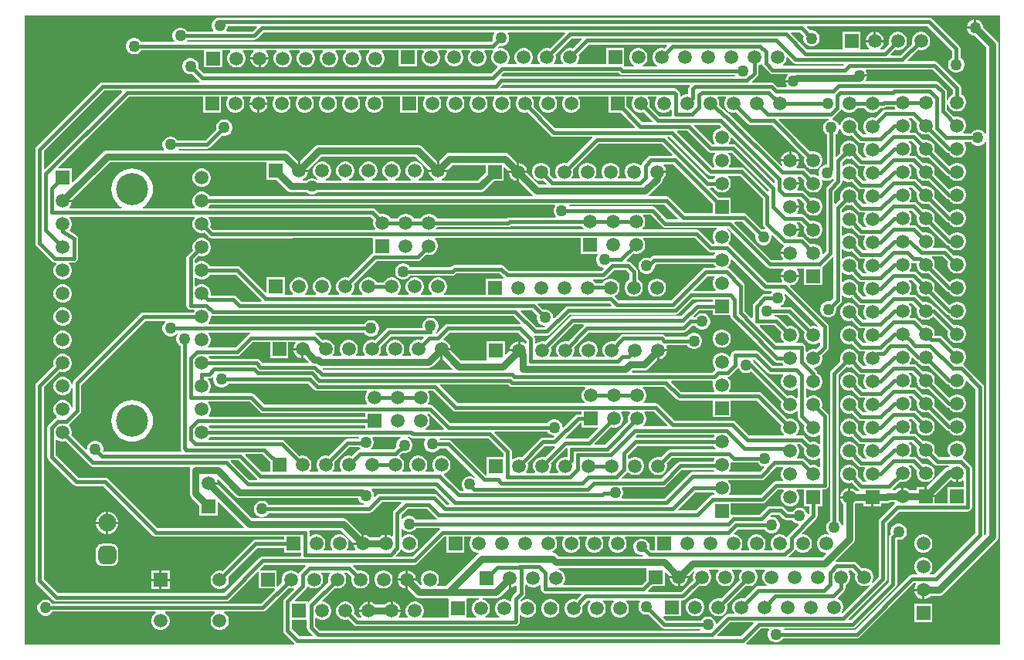
<source format=gbl>
G04*
G04 #@! TF.GenerationSoftware,Altium Limited,Altium Designer,22.5.1 (42)*
G04*
G04 Layer_Physical_Order=2*
G04 Layer_Color=16711680*
%FSLAX44Y44*%
%MOMM*%
G71*
G04*
G04 #@! TF.SameCoordinates,CA0BB6C5-CFA1-4992-A8A9-7B9ED42510D7*
G04*
G04*
G04 #@! TF.FilePolarity,Positive*
G04*
G01*
G75*
%ADD33C,0.4000*%
%ADD34C,0.8000*%
%ADD35C,1.5000*%
%ADD36R,1.5000X1.5000*%
G04:AMPARAMS|DCode=37|XSize=1.95mm|YSize=1.95mm|CornerRadius=0.4875mm|HoleSize=0mm|Usage=FLASHONLY|Rotation=90.000|XOffset=0mm|YOffset=0mm|HoleType=Round|Shape=RoundedRectangle|*
%AMROUNDEDRECTD37*
21,1,1.9500,0.9750,0,0,90.0*
21,1,0.9750,1.9500,0,0,90.0*
1,1,0.9750,0.4875,0.4875*
1,1,0.9750,0.4875,-0.4875*
1,1,0.9750,-0.4875,-0.4875*
1,1,0.9750,-0.4875,0.4875*
%
%ADD37ROUNDEDRECTD37*%
%ADD38C,1.9500*%
%ADD39R,1.5000X1.5000*%
%ADD40R,1.5080X1.5080*%
%ADD41C,1.5080*%
%ADD42C,3.5160*%
%ADD43C,1.2700*%
G36*
X254939Y676870D02*
X250131Y672061D01*
X221825D01*
X221421Y673331D01*
X222486Y675177D01*
X223092Y677438D01*
Y678043D01*
X254453D01*
X254939Y676870D01*
D02*
G37*
G36*
X515339Y670169D02*
X514274Y668323D01*
X513668Y666062D01*
Y663722D01*
X513916Y662796D01*
X511751Y660631D01*
X178707D01*
X178222Y661801D01*
X178231Y661815D01*
X178390Y661973D01*
X178779Y662648D01*
X178881Y662803D01*
X252048D01*
X252048Y662803D01*
X253819Y663155D01*
X255321Y664159D01*
X262601Y671439D01*
X514935D01*
X515339Y670169D01*
D02*
G37*
G36*
X592599Y670266D02*
X575805Y653471D01*
X574092Y653930D01*
X571449D01*
X568895Y653246D01*
X566605Y651924D01*
X564736Y650055D01*
X563414Y647766D01*
X562730Y645212D01*
Y642569D01*
X563414Y640015D01*
X564736Y637725D01*
X565042Y637420D01*
X564556Y636247D01*
X555585D01*
X555099Y637420D01*
X555404Y637725D01*
X556726Y640015D01*
X557410Y642569D01*
Y645212D01*
X556726Y647766D01*
X555404Y650055D01*
X553535Y651924D01*
X551246Y653246D01*
X548692Y653930D01*
X546049D01*
X543495Y653246D01*
X541205Y651924D01*
X539336Y650055D01*
X538014Y647766D01*
X537330Y645212D01*
Y642569D01*
X538014Y640015D01*
X539336Y637725D01*
X539641Y637420D01*
X539156Y636247D01*
X530185D01*
X529699Y637420D01*
X530004Y637725D01*
X531326Y640015D01*
X532010Y642569D01*
Y645212D01*
X531326Y647766D01*
X530004Y650055D01*
X528135Y651924D01*
X525846Y653246D01*
X523292Y653930D01*
X520648D01*
X519679Y653670D01*
X519021Y654809D01*
X520462Y656250D01*
X521388Y656002D01*
X523728D01*
X525989Y656608D01*
X528017Y657778D01*
X529672Y659433D01*
X530842Y661461D01*
X531448Y663722D01*
Y666062D01*
X530842Y668323D01*
X529777Y670169D01*
X530181Y671439D01*
X592113D01*
X592599Y670266D01*
D02*
G37*
G36*
X610942Y663208D02*
X601205Y653471D01*
X599492Y653930D01*
X596848D01*
X594295Y653246D01*
X592006Y651924D01*
X590136Y650055D01*
X588815Y647766D01*
X588130Y645212D01*
Y642569D01*
X588815Y640015D01*
X590136Y637725D01*
X590442Y637420D01*
X589955Y636247D01*
X580985D01*
X580499Y637420D01*
X580804Y637725D01*
X582126Y640015D01*
X582810Y642569D01*
Y645212D01*
X582351Y646925D01*
X599808Y664381D01*
X610456D01*
X610942Y663208D01*
D02*
G37*
G36*
X704732Y656668D02*
X701535Y653471D01*
X699822Y653930D01*
X697178D01*
X694625Y653246D01*
X692336Y651924D01*
X690466Y650055D01*
X689145Y647766D01*
X688460Y645212D01*
Y642569D01*
X689145Y640015D01*
X690466Y637725D01*
X692336Y635856D01*
X693820Y634999D01*
X693480Y633729D01*
X678121D01*
X677781Y634999D01*
X679265Y635856D01*
X681134Y637725D01*
X682456Y640015D01*
X683140Y642569D01*
Y645212D01*
X682456Y647766D01*
X681134Y650055D01*
X679265Y651924D01*
X676976Y653246D01*
X674422Y653930D01*
X671778D01*
X669225Y653246D01*
X666936Y651924D01*
X665066Y650055D01*
X663745Y647766D01*
X663060Y645212D01*
Y642569D01*
X663745Y640015D01*
X665066Y637725D01*
X666936Y635856D01*
X668420Y634999D01*
X668080Y633729D01*
X658960D01*
X657740Y633850D01*
Y653930D01*
X637660D01*
Y636247D01*
X606385D01*
X605899Y637420D01*
X606204Y637725D01*
X607526Y640015D01*
X608210Y642569D01*
Y645212D01*
X607751Y646925D01*
X618668Y657841D01*
X704246D01*
X704732Y656668D01*
D02*
G37*
G36*
X842382Y637987D02*
X842383Y637987D01*
X843884Y636984D01*
X845656Y636631D01*
X845656Y636631D01*
X897790D01*
X898277Y635499D01*
X897581Y634649D01*
X831988D01*
X831756Y635515D01*
X831728Y635919D01*
X833534Y637725D01*
X834856Y640015D01*
X835540Y642569D01*
Y643170D01*
X836714Y643656D01*
X842382Y637987D01*
D02*
G37*
G36*
X652407Y625827D02*
X652407Y625827D01*
X653909Y624824D01*
X655680Y624471D01*
X655680Y624471D01*
X778730D01*
X778958Y624109D01*
X778256Y622839D01*
X523411D01*
X522885Y624109D01*
X525765Y626989D01*
X651245D01*
X652407Y625827D01*
D02*
G37*
G36*
X808486Y636281D02*
X808603Y635689D01*
X809607Y634187D01*
X817046Y626747D01*
X817047Y626747D01*
X818548Y625744D01*
X820320Y625391D01*
X820320Y625391D01*
X836735D01*
X837261Y624121D01*
X835992Y622853D01*
X834822Y620825D01*
X834243Y618664D01*
X843106D01*
Y616124D01*
X834243D01*
X834822Y613963D01*
X835722Y612403D01*
X835111Y611133D01*
X825793D01*
X821982Y614943D01*
X820481Y615947D01*
X818709Y616299D01*
X818709Y616299D01*
X798155D01*
X797669Y617472D01*
X803373Y623177D01*
X803373Y623177D01*
X804377Y624679D01*
X804729Y626451D01*
X804729Y626451D01*
Y634970D01*
X806265Y635856D01*
X807108Y636699D01*
X808486Y636281D01*
D02*
G37*
G36*
X729652Y612408D02*
X729394Y612150D01*
X728390Y610648D01*
X728038Y608877D01*
X728038Y608877D01*
Y603342D01*
X727762Y603130D01*
X725118D01*
X722565Y602446D01*
X720275Y601124D01*
X720130Y600979D01*
X718957Y601465D01*
Y603542D01*
X718957Y603542D01*
X718605Y605314D01*
X717601Y606815D01*
X717601Y606816D01*
X715941Y608475D01*
X714440Y609479D01*
X712668Y609831D01*
X712668Y609831D01*
X522687D01*
X522201Y611004D01*
X524777Y613581D01*
X729165D01*
X729652Y612408D01*
D02*
G37*
G36*
X1017721Y608393D02*
Y603281D01*
X1016186Y602394D01*
X1014316Y600525D01*
X1012995Y598236D01*
X1012539Y596537D01*
X1011269Y596704D01*
Y605710D01*
X1011269Y605710D01*
X1010917Y607481D01*
X1009913Y608983D01*
X1002683Y616213D01*
X1001181Y617217D01*
X999410Y617569D01*
X999410Y617569D01*
X923350D01*
X922676Y618839D01*
X923526Y620313D01*
X924105Y622474D01*
X915242D01*
Y625014D01*
X924105D01*
X923526Y627175D01*
X922576Y628821D01*
X923125Y630091D01*
X996023D01*
X1017721Y608393D01*
D02*
G37*
G36*
X954626Y588195D02*
X954931Y587890D01*
X954445Y586717D01*
X944038D01*
X944038Y586717D01*
X942267Y586365D01*
X940765Y585361D01*
X940765Y585361D01*
X932675Y577271D01*
X930962Y577730D01*
X928318D01*
X925765Y577046D01*
X923475Y575724D01*
X921606Y573855D01*
X920285Y571566D01*
X919600Y569012D01*
Y566368D01*
X920285Y563815D01*
X921606Y561525D01*
X922831Y560301D01*
X922305Y559031D01*
X919446D01*
X913821Y564656D01*
X914280Y566368D01*
Y569012D01*
X913596Y571566D01*
X912274Y573855D01*
X910405Y575724D01*
X908116Y577046D01*
X905562Y577730D01*
X902918D01*
X900365Y577046D01*
X898075Y575724D01*
X896206Y573855D01*
X894884Y571566D01*
X894289Y569345D01*
X892975D01*
X892792Y570025D01*
X891622Y572053D01*
X889967Y573708D01*
X887939Y574878D01*
X885678Y575484D01*
X885673Y576754D01*
X885771Y576773D01*
X887273Y577777D01*
X894687Y585191D01*
X895285Y586085D01*
X896782Y586314D01*
X896836Y586295D01*
X898075Y585056D01*
X900365Y583735D01*
X902918Y583050D01*
X905562D01*
X908116Y583735D01*
X910405Y585056D01*
X912274Y586926D01*
X913161Y588461D01*
X920720D01*
X921606Y586926D01*
X923475Y585056D01*
X925765Y583735D01*
X928318Y583050D01*
X930962D01*
X933516Y583735D01*
X935805Y585056D01*
X937674Y586926D01*
X938561Y588461D01*
X941450D01*
X941450Y588461D01*
X943222Y588814D01*
X944595Y589731D01*
X953740D01*
X954626Y588195D01*
D02*
G37*
G36*
X640200Y583050D02*
X653734D01*
X669552Y567232D01*
X669066Y566059D01*
X582218D01*
X558221Y590056D01*
X558680Y591768D01*
Y594412D01*
X557996Y596966D01*
X556674Y599255D01*
X556530Y599400D01*
X557015Y600573D01*
X565665D01*
X566151Y599400D01*
X566006Y599255D01*
X564684Y596966D01*
X564000Y594412D01*
Y591768D01*
X564684Y589215D01*
X566006Y586926D01*
X567876Y585056D01*
X570165Y583735D01*
X572719Y583050D01*
X575362D01*
X577916Y583735D01*
X580205Y585056D01*
X582074Y586926D01*
X583396Y589215D01*
X584080Y591768D01*
Y594412D01*
X583396Y596966D01*
X582074Y599255D01*
X581930Y599400D01*
X582416Y600573D01*
X591065D01*
X591551Y599400D01*
X591406Y599255D01*
X590084Y596966D01*
X589400Y594412D01*
Y591768D01*
X590084Y589215D01*
X591406Y586926D01*
X593275Y585056D01*
X595565Y583735D01*
X598119Y583050D01*
X600762D01*
X603316Y583735D01*
X605605Y585056D01*
X607474Y586926D01*
X608796Y589215D01*
X609480Y591768D01*
Y594412D01*
X608796Y596966D01*
X607474Y599255D01*
X607329Y599400D01*
X607816Y600573D01*
X640200D01*
Y583050D01*
D02*
G37*
G36*
X540751Y599400D02*
X540606Y599255D01*
X539285Y596966D01*
X538600Y594412D01*
Y591768D01*
X539285Y589215D01*
X540606Y586926D01*
X542476Y585056D01*
X544765Y583735D01*
X547318Y583050D01*
X549962D01*
X551675Y583509D01*
X577027Y558157D01*
X577027Y558157D01*
X578529Y557154D01*
X580300Y556801D01*
X580300Y556801D01*
X622256D01*
X622742Y555628D01*
X594855Y527741D01*
X593142Y528200D01*
X590499D01*
X587945Y527516D01*
X585656Y526194D01*
X583786Y524325D01*
X582464Y522036D01*
X581780Y519482D01*
Y516838D01*
X582464Y514285D01*
X583786Y511996D01*
X583859Y511922D01*
X583373Y510749D01*
X580378D01*
X576001Y515126D01*
X576460Y516838D01*
Y519482D01*
X575776Y522036D01*
X574454Y524325D01*
X572585Y526194D01*
X570296Y527516D01*
X567742Y528200D01*
X565098D01*
X562545Y527516D01*
X560256Y526194D01*
X558386Y524325D01*
X557065Y522036D01*
X556380Y519482D01*
Y516838D01*
X557065Y514285D01*
X558386Y511996D01*
X560256Y510126D01*
X562545Y508805D01*
X565098Y508120D01*
X567742D01*
X569455Y508579D01*
X572684Y505350D01*
X572198Y504177D01*
X564333D01*
X551619Y516890D01*
X542290D01*
Y507561D01*
X556936Y492916D01*
X557500Y492483D01*
X557069Y491213D01*
X203177D01*
X202376Y492599D01*
X200499Y494476D01*
X198201Y495803D01*
X195637Y496490D01*
X192983D01*
X190420Y495803D01*
X188121Y494476D01*
X186244Y492599D01*
X184917Y490301D01*
X184230Y487737D01*
Y485083D01*
X184917Y482519D01*
X186244Y480221D01*
X186936Y479529D01*
X186410Y478259D01*
X129868D01*
X129560Y479491D01*
X130782Y480144D01*
X134239Y482981D01*
X137076Y486437D01*
X139184Y490381D01*
X140482Y494660D01*
X140920Y499110D01*
X140482Y503560D01*
X139184Y507839D01*
X137076Y511782D01*
X134239Y515239D01*
X130782Y518076D01*
X126839Y520183D01*
X122560Y521482D01*
X118110Y521920D01*
X113660Y521482D01*
X109381Y520183D01*
X105437Y518076D01*
X101981Y515239D01*
X99144Y511782D01*
X97037Y507839D01*
X95738Y503560D01*
X95300Y499110D01*
X95738Y494660D01*
X97037Y490381D01*
X99144Y486437D01*
X101981Y482981D01*
X105437Y480144D01*
X106660Y479491D01*
X106351Y478259D01*
X49810D01*
X49284Y479529D01*
X49976Y480221D01*
X51303Y482519D01*
X51990Y485083D01*
Y485140D01*
X41910D01*
Y487680D01*
X52509D01*
X93391Y528563D01*
X265550D01*
Y509390D01*
X276301D01*
X288024Y497668D01*
X289390Y496619D01*
X290981Y495960D01*
X292689Y495736D01*
X309318D01*
X309835Y495218D01*
X311863Y494048D01*
X314124Y493442D01*
X316464D01*
X318725Y494048D01*
X320753Y495218D01*
X321270Y495736D01*
X499792D01*
X501499Y495960D01*
X503090Y496619D01*
X504456Y497668D01*
X514909Y508120D01*
X525660D01*
Y522532D01*
X526834Y523018D01*
X530421Y519430D01*
X539750D01*
Y528759D01*
X531541Y536968D01*
X530175Y538017D01*
X528584Y538676D01*
X526876Y538900D01*
X466264D01*
X464557Y538676D01*
X462966Y538017D01*
X461600Y536968D01*
X454660Y530029D01*
Y520700D01*
X463989D01*
X468996Y525708D01*
X505580D01*
Y517449D01*
X497060Y508928D01*
X457699D01*
X457524Y509391D01*
X457480Y510198D01*
X459555Y511396D01*
X461424Y513265D01*
X462746Y515555D01*
X463430Y518108D01*
Y518160D01*
X443350D01*
Y518108D01*
X444035Y515555D01*
X445356Y513265D01*
X447225Y511396D01*
X449300Y510198D01*
X449256Y509391D01*
X449081Y508928D01*
X432299D01*
X432124Y509391D01*
X432080Y510198D01*
X434155Y511396D01*
X436024Y513265D01*
X437346Y515555D01*
X438030Y518108D01*
Y520752D01*
X437346Y523306D01*
X436024Y525595D01*
X434155Y527464D01*
X431866Y528786D01*
X429312Y529470D01*
X426669D01*
X424115Y528786D01*
X421825Y527464D01*
X419956Y525595D01*
X418634Y523306D01*
X417950Y520752D01*
Y518108D01*
X418634Y515555D01*
X419956Y513265D01*
X421825Y511396D01*
X423900Y510198D01*
X423856Y509391D01*
X423681Y508928D01*
X406899D01*
X406724Y509391D01*
X406680Y510198D01*
X408755Y511396D01*
X410624Y513265D01*
X411946Y515555D01*
X412630Y518108D01*
Y520752D01*
X411946Y523306D01*
X410624Y525595D01*
X408755Y527464D01*
X406466Y528786D01*
X403912Y529470D01*
X401269D01*
X398715Y528786D01*
X396426Y527464D01*
X394556Y525595D01*
X393234Y523306D01*
X392550Y520752D01*
Y518108D01*
X393234Y515555D01*
X394556Y513265D01*
X396426Y511396D01*
X398500Y510198D01*
X398456Y509391D01*
X398281Y508928D01*
X381499D01*
X381324Y509391D01*
X381280Y510198D01*
X383355Y511396D01*
X385224Y513265D01*
X386546Y515555D01*
X387230Y518108D01*
Y520752D01*
X386546Y523306D01*
X385224Y525595D01*
X383355Y527464D01*
X381066Y528786D01*
X378512Y529470D01*
X375868D01*
X373315Y528786D01*
X371026Y527464D01*
X369156Y525595D01*
X367835Y523306D01*
X367150Y520752D01*
Y518108D01*
X367835Y515555D01*
X369156Y513265D01*
X371026Y511396D01*
X373100Y510198D01*
X373056Y509391D01*
X372881Y508928D01*
X356099D01*
X355924Y509391D01*
X355880Y510198D01*
X357955Y511396D01*
X359824Y513265D01*
X361146Y515555D01*
X361830Y518108D01*
Y520752D01*
X361146Y523306D01*
X359824Y525595D01*
X357955Y527464D01*
X355666Y528786D01*
X353112Y529470D01*
X350468D01*
X347915Y528786D01*
X345625Y527464D01*
X343756Y525595D01*
X342435Y523306D01*
X341750Y520752D01*
Y518108D01*
X342435Y515555D01*
X343756Y513265D01*
X345625Y511396D01*
X347700Y510198D01*
X347656Y509391D01*
X347481Y508928D01*
X330699D01*
X330524Y509391D01*
X330480Y510198D01*
X332555Y511396D01*
X334424Y513265D01*
X335746Y515555D01*
X336430Y518108D01*
Y520752D01*
X335746Y523306D01*
X334424Y525595D01*
X332555Y527464D01*
X330266Y528786D01*
X327712Y529470D01*
X325069D01*
X322515Y528786D01*
X320225Y527464D01*
X318356Y525595D01*
X317034Y523306D01*
X316350Y520752D01*
Y518108D01*
X317034Y515555D01*
X318356Y513265D01*
X320225Y511396D01*
X321524Y510647D01*
X321548Y510516D01*
X321270Y509327D01*
X320896Y509303D01*
X320753Y509446D01*
X318725Y510616D01*
X316464Y511222D01*
X314124D01*
X311863Y510616D01*
X309835Y509446D01*
X309318Y508928D01*
X305299D01*
X305124Y509391D01*
X305080Y510198D01*
X307155Y511396D01*
X309024Y513265D01*
X310346Y515555D01*
X311030Y518108D01*
Y518160D01*
X300990D01*
Y519430D01*
X299720D01*
Y530029D01*
X289926Y539823D01*
X288560Y540872D01*
X286969Y541531D01*
X285262Y541755D01*
X169373D01*
X168678Y543025D01*
X168932Y543423D01*
X200232D01*
X200232Y543423D01*
X202003Y543775D01*
X203505Y544779D01*
X216932Y558206D01*
X217858Y557958D01*
X220198D01*
X222459Y558564D01*
X224487Y559734D01*
X226142Y561389D01*
X227312Y563417D01*
X227918Y565678D01*
Y568018D01*
X227312Y570279D01*
X226142Y572307D01*
X224487Y573962D01*
X222459Y575132D01*
X220198Y575738D01*
X217858D01*
X215597Y575132D01*
X213569Y573962D01*
X211914Y572307D01*
X210744Y570279D01*
X210138Y568018D01*
Y565678D01*
X210386Y564752D01*
X198315Y552681D01*
X167947D01*
X167468Y553511D01*
X165813Y555166D01*
X163785Y556336D01*
X161524Y556942D01*
X159184D01*
X156923Y556336D01*
X154895Y555166D01*
X153240Y553511D01*
X152070Y551483D01*
X151464Y549222D01*
Y546882D01*
X152070Y544621D01*
X152991Y543025D01*
X152405Y541755D01*
X90659D01*
X88952Y541531D01*
X87361Y540872D01*
X85995Y539823D01*
X53164Y506992D01*
X51990Y507478D01*
Y521890D01*
X37496D01*
X37010Y523064D01*
X114519Y600573D01*
X195700D01*
Y583050D01*
X215780D01*
Y600573D01*
X222765D01*
X223251Y599400D01*
X223106Y599255D01*
X221784Y596966D01*
X221100Y594412D01*
Y591768D01*
X221784Y589215D01*
X223106Y586926D01*
X224975Y585056D01*
X227265Y583735D01*
X229818Y583050D01*
X232462D01*
X235016Y583735D01*
X237305Y585056D01*
X239174Y586926D01*
X240496Y589215D01*
X241180Y591768D01*
Y594412D01*
X240496Y596966D01*
X239174Y599255D01*
X239030Y599400D01*
X239515Y600573D01*
X248165D01*
X248651Y599400D01*
X248506Y599255D01*
X247185Y596966D01*
X246500Y594412D01*
Y594360D01*
X266580D01*
Y594412D01*
X265896Y596966D01*
X264574Y599255D01*
X264429Y599400D01*
X264916Y600573D01*
X273565D01*
X274051Y599400D01*
X273906Y599255D01*
X272584Y596966D01*
X271900Y594412D01*
Y591768D01*
X272584Y589215D01*
X273906Y586926D01*
X275776Y585056D01*
X278065Y583735D01*
X280618Y583050D01*
X283262D01*
X285816Y583735D01*
X288105Y585056D01*
X289974Y586926D01*
X291296Y589215D01*
X291980Y591768D01*
Y594412D01*
X291296Y596966D01*
X289974Y599255D01*
X289830Y599400D01*
X290315Y600573D01*
X298965D01*
X299451Y599400D01*
X299306Y599255D01*
X297985Y596966D01*
X297300Y594412D01*
Y591768D01*
X297985Y589215D01*
X299306Y586926D01*
X301175Y585056D01*
X303465Y583735D01*
X306019Y583050D01*
X308662D01*
X311216Y583735D01*
X313505Y585056D01*
X315374Y586926D01*
X316696Y589215D01*
X317380Y591768D01*
Y594412D01*
X316696Y596966D01*
X315374Y599255D01*
X315229Y599400D01*
X315716Y600573D01*
X324365D01*
X324851Y599400D01*
X324706Y599255D01*
X323385Y596966D01*
X322700Y594412D01*
Y591768D01*
X323385Y589215D01*
X324706Y586926D01*
X326576Y585056D01*
X328865Y583735D01*
X331418Y583050D01*
X334062D01*
X336616Y583735D01*
X338905Y585056D01*
X340774Y586926D01*
X342096Y589215D01*
X342780Y591768D01*
Y594412D01*
X342096Y596966D01*
X340774Y599255D01*
X340630Y599400D01*
X341115Y600573D01*
X349765D01*
X350251Y599400D01*
X350106Y599255D01*
X348784Y596966D01*
X348100Y594412D01*
Y591768D01*
X348784Y589215D01*
X350106Y586926D01*
X351976Y585056D01*
X354265Y583735D01*
X356819Y583050D01*
X359462D01*
X362016Y583735D01*
X364305Y585056D01*
X366174Y586926D01*
X367496Y589215D01*
X368180Y591768D01*
Y594412D01*
X367496Y596966D01*
X366174Y599255D01*
X366030Y599400D01*
X366516Y600573D01*
X375165D01*
X375651Y599400D01*
X375506Y599255D01*
X374184Y596966D01*
X373500Y594412D01*
Y591768D01*
X374184Y589215D01*
X375506Y586926D01*
X377375Y585056D01*
X379665Y583735D01*
X382219Y583050D01*
X384862D01*
X387416Y583735D01*
X389705Y585056D01*
X391574Y586926D01*
X392896Y589215D01*
X393580Y591768D01*
Y594412D01*
X392896Y596966D01*
X391574Y599255D01*
X391429Y599400D01*
X391916Y600573D01*
X411600D01*
Y583050D01*
X431680D01*
Y600573D01*
X438665D01*
X439151Y599400D01*
X439006Y599255D01*
X437685Y596966D01*
X437000Y594412D01*
Y591768D01*
X437685Y589215D01*
X439006Y586926D01*
X440876Y585056D01*
X443165Y583735D01*
X445718Y583050D01*
X448362D01*
X450916Y583735D01*
X453205Y585056D01*
X455074Y586926D01*
X456396Y589215D01*
X457080Y591768D01*
Y594412D01*
X456396Y596966D01*
X455074Y599255D01*
X454930Y599400D01*
X455415Y600573D01*
X464065D01*
X464551Y599400D01*
X464406Y599255D01*
X463084Y596966D01*
X462400Y594412D01*
Y591768D01*
X463084Y589215D01*
X464406Y586926D01*
X466275Y585056D01*
X468565Y583735D01*
X471119Y583050D01*
X473762D01*
X476316Y583735D01*
X478605Y585056D01*
X480474Y586926D01*
X481796Y589215D01*
X482480Y591768D01*
Y594412D01*
X481796Y596966D01*
X480474Y599255D01*
X480330Y599400D01*
X480816Y600573D01*
X489465D01*
X489951Y599400D01*
X489806Y599255D01*
X488484Y596966D01*
X487800Y594412D01*
Y591768D01*
X488484Y589215D01*
X489806Y586926D01*
X491675Y585056D01*
X493965Y583735D01*
X496519Y583050D01*
X499162D01*
X501716Y583735D01*
X504005Y585056D01*
X505874Y586926D01*
X507196Y589215D01*
X507880Y591768D01*
Y594412D01*
X507196Y596966D01*
X505874Y599255D01*
X505729Y599400D01*
X506216Y600573D01*
X514865D01*
X515351Y599400D01*
X515206Y599255D01*
X513885Y596966D01*
X513200Y594412D01*
Y591768D01*
X513885Y589215D01*
X515206Y586926D01*
X517076Y585056D01*
X519365Y583735D01*
X521918Y583050D01*
X524562D01*
X527116Y583735D01*
X529405Y585056D01*
X531274Y586926D01*
X532596Y589215D01*
X533280Y591768D01*
Y594412D01*
X532596Y596966D01*
X531274Y599255D01*
X531129Y599400D01*
X531615Y600573D01*
X540265D01*
X540751Y599400D01*
D02*
G37*
G36*
X693151D02*
X693006Y599255D01*
X691684Y596966D01*
X691000Y594412D01*
Y591768D01*
X691684Y589215D01*
X693006Y586926D01*
X694875Y585056D01*
X697165Y583735D01*
X699718Y583050D01*
X702362D01*
X704916Y583735D01*
X707205Y585056D01*
X708429Y586280D01*
X709699Y585754D01*
Y581050D01*
X709827Y580409D01*
X708784Y579139D01*
X696138D01*
X685221Y590056D01*
X685680Y591768D01*
Y594412D01*
X684996Y596966D01*
X683674Y599255D01*
X683530Y599400D01*
X684016Y600573D01*
X692665D01*
X693151Y599400D01*
D02*
G37*
G36*
X667751D02*
X667606Y599255D01*
X666284Y596966D01*
X665600Y594412D01*
Y591768D01*
X666284Y589215D01*
X667606Y586926D01*
X669475Y585056D01*
X671765Y583735D01*
X674318Y583050D01*
X676962D01*
X678675Y583509D01*
X688412Y573772D01*
X687926Y572599D01*
X677278D01*
X660280Y589597D01*
Y600573D01*
X667265D01*
X667751Y599400D01*
D02*
G37*
G36*
X764052Y567474D02*
X763566Y566300D01*
X763219D01*
X760665Y565616D01*
X758375Y564294D01*
X756506Y562425D01*
X755184Y560136D01*
X754500Y557582D01*
Y554939D01*
X755184Y552385D01*
X756506Y550095D01*
X756812Y549790D01*
X756326Y548617D01*
X754345D01*
X734255Y568708D01*
X734741Y569881D01*
X761645D01*
X764052Y567474D01*
D02*
G37*
G36*
X894583Y564940D02*
X894884Y563815D01*
X896206Y561525D01*
X898075Y559656D01*
X900365Y558335D01*
X902918Y557650D01*
X905562D01*
X907275Y558109D01*
X914255Y551129D01*
X915757Y550125D01*
X917529Y549773D01*
X917529Y549773D01*
X921265D01*
X921751Y548600D01*
X921606Y548455D01*
X920285Y546166D01*
X919600Y543612D01*
Y540969D01*
X920285Y538415D01*
X921606Y536125D01*
X922831Y534901D01*
X922305Y533631D01*
X919446D01*
X913821Y539256D01*
X914280Y540969D01*
Y543612D01*
X913596Y546166D01*
X912274Y548455D01*
X910405Y550324D01*
X908116Y551646D01*
X905562Y552330D01*
X902918D01*
X900365Y551646D01*
X898075Y550324D01*
X896206Y548455D01*
X894884Y546166D01*
X894200Y543612D01*
Y540969D01*
X894659Y539256D01*
X890310Y534907D01*
X889137Y535393D01*
Y559001D01*
X889967Y559480D01*
X891622Y561135D01*
X892792Y563163D01*
X893268Y564940D01*
X894583D01*
D02*
G37*
G36*
X710722Y536901D02*
X710236Y535728D01*
X686961D01*
X685189Y535375D01*
X683687Y534372D01*
X683687Y534372D01*
X677527Y528211D01*
X676523Y526709D01*
X676348Y525827D01*
X674970Y525409D01*
X674185Y526194D01*
X671896Y527516D01*
X669342Y528200D01*
X666699D01*
X664145Y527516D01*
X661855Y526194D01*
X659986Y524325D01*
X658664Y522036D01*
X657980Y519482D01*
Y516838D01*
X658664Y514285D01*
X659986Y511996D01*
X660059Y511922D01*
X659573Y510749D01*
X651067D01*
X650581Y511922D01*
X650654Y511996D01*
X651976Y514285D01*
X652660Y516838D01*
Y519482D01*
X651976Y522036D01*
X650654Y524325D01*
X648785Y526194D01*
X646496Y527516D01*
X643942Y528200D01*
X641299D01*
X638745Y527516D01*
X636455Y526194D01*
X634586Y524325D01*
X633265Y522036D01*
X632580Y519482D01*
Y516838D01*
X633265Y514285D01*
X634586Y511996D01*
X634659Y511922D01*
X634173Y510749D01*
X625667D01*
X625181Y511922D01*
X625254Y511996D01*
X626576Y514285D01*
X627260Y516838D01*
Y519482D01*
X626576Y522036D01*
X625254Y524325D01*
X623385Y526194D01*
X621096Y527516D01*
X618542Y528200D01*
X615899D01*
X613345Y527516D01*
X611055Y526194D01*
X609186Y524325D01*
X607864Y522036D01*
X607180Y519482D01*
Y516838D01*
X607864Y514285D01*
X609186Y511996D01*
X609259Y511922D01*
X608773Y510749D01*
X600267D01*
X599781Y511922D01*
X599854Y511996D01*
X601176Y514285D01*
X601860Y516838D01*
Y519482D01*
X601401Y521195D01*
X629345Y549139D01*
X698483D01*
X710722Y536901D01*
D02*
G37*
G36*
X749155Y540715D02*
X749155Y540715D01*
X750657Y539711D01*
X752428Y539359D01*
X752428Y539359D01*
X757044D01*
X757570Y538089D01*
X756506Y537025D01*
X755184Y534736D01*
X754500Y532182D01*
Y529538D01*
X755184Y526985D01*
X756506Y524696D01*
X756812Y524390D01*
X756326Y523217D01*
X754345D01*
X715395Y562168D01*
X715881Y563341D01*
X726528D01*
X749155Y540715D01*
D02*
G37*
G36*
X106857Y606004D02*
X22392Y521539D01*
X21219Y522025D01*
Y540801D01*
X87595Y607177D01*
X106371D01*
X106857Y606004D01*
D02*
G37*
G36*
X769279Y599328D02*
X769206Y599255D01*
X767885Y596966D01*
X767200Y594412D01*
Y591768D01*
X767885Y589215D01*
X769206Y586926D01*
X771076Y585056D01*
X773365Y583735D01*
X775919Y583050D01*
X778562D01*
X780275Y583509D01*
X792547Y571237D01*
X792547Y571237D01*
X794049Y570234D01*
X795820Y569881D01*
X819303D01*
X855289Y533895D01*
X854830Y532182D01*
Y529538D01*
X855515Y526985D01*
X856836Y524696D01*
X858706Y522826D01*
X860995Y521505D01*
X863549Y520820D01*
X866192D01*
X868746Y521505D01*
X871035Y522826D01*
X872904Y524696D01*
X874226Y526985D01*
X874910Y529538D01*
Y532182D01*
X874226Y534736D01*
X872904Y537025D01*
X871035Y538894D01*
X868746Y540216D01*
X866192Y540900D01*
X863549D01*
X861836Y540441D01*
X827029Y575248D01*
X827515Y576421D01*
X881928D01*
X882096Y575151D01*
X881077Y574878D01*
X879049Y573708D01*
X877394Y572053D01*
X876224Y570025D01*
X875618Y567764D01*
Y565424D01*
X876224Y563163D01*
X877394Y561135D01*
X879049Y559480D01*
X879879Y559001D01*
Y525954D01*
X878766D01*
X876505Y525348D01*
X874477Y524178D01*
X872822Y522523D01*
X871652Y520495D01*
X871046Y518234D01*
Y515894D01*
X871344Y514782D01*
X870253Y513946D01*
X868746Y514816D01*
X866192Y515500D01*
X863549D01*
X861836Y515041D01*
X856032Y520845D01*
X854530Y521849D01*
X852758Y522201D01*
X852758Y522201D01*
X846806D01*
X846280Y523471D01*
X847504Y524696D01*
X848826Y526985D01*
X849510Y529538D01*
Y529590D01*
X839470D01*
X829430D01*
Y529538D01*
X830115Y526985D01*
X830838Y525732D01*
X829822Y524952D01*
X775281Y579493D01*
X775108Y579608D01*
X774978Y579770D01*
X761652Y590917D01*
X761880Y591768D01*
Y594412D01*
X761196Y596966D01*
X759874Y599255D01*
X759801Y599328D01*
X760287Y600501D01*
X768793D01*
X769279Y599328D01*
D02*
G37*
G36*
X749155Y515315D02*
X750657Y514311D01*
X752428Y513959D01*
X752428Y513959D01*
X757044D01*
X757570Y512689D01*
X756506Y511625D01*
X755620Y510089D01*
X750626D01*
X705087Y555628D01*
X705573Y556801D01*
X707668D01*
X749155Y515315D01*
D02*
G37*
G36*
X902918Y532250D02*
X905562D01*
X907275Y532709D01*
X914255Y525729D01*
X915757Y524725D01*
X917529Y524373D01*
X917529Y524373D01*
X921265D01*
X921751Y523200D01*
X921606Y523055D01*
X920285Y520766D01*
X919600Y518212D01*
Y515569D01*
X920285Y513015D01*
X921606Y510726D01*
X922831Y509501D01*
X922305Y508231D01*
X919446D01*
X913821Y513856D01*
X914280Y515569D01*
Y518212D01*
X913596Y520766D01*
X912274Y523055D01*
X910405Y524924D01*
X908116Y526246D01*
X905562Y526930D01*
X902918D01*
X900365Y526246D01*
X898075Y524924D01*
X897953Y524801D01*
X896779Y525287D01*
Y528283D01*
X901206Y532709D01*
X902918Y532250D01*
D02*
G37*
G36*
X978479Y571995D02*
X978020Y570282D01*
Y567639D01*
X978705Y565085D01*
X980026Y562795D01*
X981896Y560926D01*
X984185Y559604D01*
X986739Y558920D01*
X989382D01*
X991095Y559379D01*
X1010187Y540287D01*
X1010187Y540287D01*
X1011689Y539284D01*
X1013426Y538938D01*
X1014316Y537396D01*
X1016186Y535526D01*
X1018475Y534204D01*
X1021029Y533520D01*
X1023672D01*
X1026226Y534204D01*
X1028515Y535526D01*
X1030384Y537396D01*
X1031706Y539685D01*
X1032390Y542239D01*
Y544882D01*
X1031706Y547436D01*
X1030384Y549725D01*
X1030239Y549870D01*
X1030725Y551043D01*
X1037951D01*
X1038430Y550213D01*
X1040085Y548558D01*
X1042113Y547388D01*
X1044374Y546782D01*
X1046714D01*
X1048975Y547388D01*
X1051003Y548558D01*
X1052658Y550213D01*
X1053426Y551543D01*
X1054696Y551203D01*
Y121216D01*
X1053426Y119947D01*
X1052695Y120168D01*
X1052205Y120521D01*
Y281860D01*
X1052205Y281860D01*
X1051853Y283631D01*
X1050849Y285133D01*
X1030275Y305707D01*
X1029566Y306181D01*
X1029376Y307787D01*
X1030384Y308796D01*
X1031706Y311085D01*
X1032390Y313638D01*
Y316282D01*
X1031706Y318836D01*
X1030384Y321125D01*
X1028515Y322994D01*
X1026226Y324316D01*
X1023672Y325000D01*
X1021029D01*
X1019316Y324541D01*
X1006450Y337407D01*
X1004948Y338410D01*
X1003177Y338763D01*
X1003177Y338763D01*
X998312D01*
X998100Y339039D01*
Y341682D01*
X997416Y344236D01*
X996094Y346525D01*
X994225Y348394D01*
X991936Y349716D01*
X989382Y350400D01*
X986739D01*
X985026Y349941D01*
X978206Y356761D01*
X976704Y357765D01*
X974932Y358117D01*
X974932Y358117D01*
X970875D01*
X970389Y359290D01*
X970694Y359595D01*
X972016Y361885D01*
X972700Y364439D01*
Y367082D01*
X972016Y369636D01*
X970694Y371925D01*
X969630Y372989D01*
X970156Y374259D01*
X973015D01*
X978479Y368795D01*
X978020Y367082D01*
Y364439D01*
X978705Y361885D01*
X980026Y359595D01*
X981896Y357726D01*
X984185Y356404D01*
X986739Y355720D01*
X989382D01*
X991936Y356404D01*
X994225Y357726D01*
X996094Y359595D01*
X996514Y359651D01*
X1012769Y343395D01*
X1012310Y341682D01*
Y339039D01*
X1012995Y336485D01*
X1014316Y334196D01*
X1016186Y332326D01*
X1018475Y331004D01*
X1021029Y330320D01*
X1023672D01*
X1026226Y331004D01*
X1028515Y332326D01*
X1030384Y334196D01*
X1031706Y336485D01*
X1032390Y339039D01*
Y341682D01*
X1031706Y344236D01*
X1030384Y346525D01*
X1028515Y348394D01*
X1026226Y349716D01*
X1023672Y350400D01*
X1021029D01*
X1019316Y349941D01*
X1000223Y369033D01*
X998722Y370037D01*
X996985Y370382D01*
X996094Y371925D01*
X994225Y373794D01*
X991936Y375116D01*
X989382Y375800D01*
X986739D01*
X985026Y375341D01*
X978206Y382161D01*
X976704Y383165D01*
X974932Y383517D01*
X974932Y383517D01*
X970875D01*
X970389Y384690D01*
X970694Y384995D01*
X972016Y387285D01*
X972700Y389838D01*
Y392482D01*
X972016Y395036D01*
X970694Y397325D01*
X969630Y398389D01*
X970156Y399659D01*
X973015D01*
X978479Y394195D01*
X978020Y392482D01*
Y389838D01*
X978705Y387285D01*
X980026Y384995D01*
X981896Y383126D01*
X984185Y381805D01*
X986739Y381120D01*
X989382D01*
X991095Y381579D01*
X1010187Y362487D01*
X1010187Y362487D01*
X1011689Y361484D01*
X1013426Y361138D01*
X1014316Y359595D01*
X1016186Y357726D01*
X1018475Y356404D01*
X1021029Y355720D01*
X1023672D01*
X1026226Y356404D01*
X1028515Y357726D01*
X1030384Y359595D01*
X1031706Y361885D01*
X1032390Y364439D01*
Y367082D01*
X1031706Y369636D01*
X1030384Y371925D01*
X1028515Y373794D01*
X1026226Y375116D01*
X1023672Y375800D01*
X1021029D01*
X1018475Y375116D01*
X1016186Y373794D01*
X1014977Y372586D01*
X1013279Y372487D01*
X997641Y388126D01*
X998100Y389838D01*
Y392482D01*
X997416Y395036D01*
X996094Y397325D01*
X994225Y399194D01*
X991936Y400516D01*
X989382Y401200D01*
X986739D01*
X985026Y400741D01*
X978206Y407561D01*
X976704Y408565D01*
X974932Y408917D01*
X974932Y408917D01*
X970875D01*
X970389Y410090D01*
X970694Y410396D01*
X972016Y412685D01*
X972700Y415238D01*
Y417582D01*
X972794Y417745D01*
X973334Y418256D01*
X973835Y418553D01*
X975088Y418304D01*
X977697D01*
X978020Y417882D01*
Y415238D01*
X978705Y412685D01*
X980026Y410396D01*
X981896Y408526D01*
X984185Y407205D01*
X986739Y406520D01*
X989382D01*
X991095Y406979D01*
X1010187Y387887D01*
X1010187Y387887D01*
X1011689Y386884D01*
X1013426Y386538D01*
X1014316Y384995D01*
X1016186Y383126D01*
X1018475Y381805D01*
X1021029Y381120D01*
X1023672D01*
X1026226Y381805D01*
X1028515Y383126D01*
X1030384Y384995D01*
X1031706Y387285D01*
X1032390Y389838D01*
Y392482D01*
X1031706Y395036D01*
X1030384Y397325D01*
X1028515Y399194D01*
X1026226Y400516D01*
X1023672Y401200D01*
X1021029D01*
X1018475Y400516D01*
X1016186Y399194D01*
X1014977Y397986D01*
X1013279Y397887D01*
X997641Y413526D01*
X998100Y415238D01*
Y417882D01*
X997416Y420436D01*
X996094Y422725D01*
X994798Y424021D01*
X995324Y425291D01*
X1007073D01*
X1012769Y419595D01*
X1012310Y417882D01*
Y415238D01*
X1012995Y412685D01*
X1014316Y410396D01*
X1016186Y408526D01*
X1018475Y407205D01*
X1021029Y406520D01*
X1023672D01*
X1026226Y407205D01*
X1028515Y408526D01*
X1030384Y410396D01*
X1031706Y412685D01*
X1032390Y415238D01*
Y417882D01*
X1031706Y420436D01*
X1030384Y422725D01*
X1028515Y424594D01*
X1026226Y425916D01*
X1023672Y426600D01*
X1021029D01*
X1019316Y426141D01*
X1012263Y433193D01*
X1010762Y434197D01*
X1008990Y434549D01*
X1008990Y434549D01*
X996507D01*
X996021Y435722D01*
X996094Y435796D01*
X997416Y438085D01*
X998100Y440639D01*
Y443282D01*
X997416Y445836D01*
X996094Y448125D01*
X994225Y449994D01*
X991936Y451316D01*
X989382Y452000D01*
X986739D01*
X985026Y451541D01*
X978206Y458361D01*
X976704Y459365D01*
X974932Y459717D01*
X974932Y459717D01*
X970875D01*
X970389Y460890D01*
X970694Y461195D01*
X972016Y463485D01*
X972700Y466039D01*
Y468682D01*
X972016Y471236D01*
X970694Y473525D01*
X969630Y474589D01*
X970156Y475859D01*
X973015D01*
X978479Y470395D01*
X978020Y468682D01*
Y466039D01*
X978705Y463485D01*
X980026Y461195D01*
X981896Y459326D01*
X984185Y458004D01*
X986739Y457320D01*
X989382D01*
X991095Y457779D01*
X1010187Y438687D01*
X1010187Y438687D01*
X1011689Y437684D01*
X1013426Y437338D01*
X1014316Y435796D01*
X1016186Y433926D01*
X1018475Y432604D01*
X1021029Y431920D01*
X1023672D01*
X1026226Y432604D01*
X1028515Y433926D01*
X1030384Y435796D01*
X1031706Y438085D01*
X1032390Y440639D01*
Y443282D01*
X1031706Y445836D01*
X1030384Y448125D01*
X1028515Y449994D01*
X1026226Y451316D01*
X1023672Y452000D01*
X1021029D01*
X1018475Y451316D01*
X1016186Y449994D01*
X1014977Y448786D01*
X1013279Y448688D01*
X997641Y464326D01*
X998100Y466039D01*
Y468682D01*
X997416Y471236D01*
X996094Y473525D01*
X994225Y475394D01*
X991936Y476716D01*
X989382Y477400D01*
X986739D01*
X985026Y476941D01*
X978206Y483761D01*
X976704Y484765D01*
X974932Y485117D01*
X974932Y485117D01*
X970875D01*
X970389Y486290D01*
X970694Y486595D01*
X972016Y488885D01*
X972700Y491438D01*
Y494082D01*
X972016Y496636D01*
X970694Y498925D01*
X969630Y499989D01*
X970156Y501259D01*
X973015D01*
X978479Y495795D01*
X978020Y494082D01*
Y491438D01*
X978705Y488885D01*
X980026Y486595D01*
X981896Y484726D01*
X984185Y483405D01*
X986739Y482720D01*
X989382D01*
X991095Y483179D01*
X1010187Y464087D01*
X1010187Y464087D01*
X1011689Y463084D01*
X1013426Y462738D01*
X1014316Y461195D01*
X1016186Y459326D01*
X1018475Y458004D01*
X1021029Y457320D01*
X1023672D01*
X1026226Y458004D01*
X1028515Y459326D01*
X1030384Y461195D01*
X1031706Y463485D01*
X1032390Y466039D01*
Y468682D01*
X1031706Y471236D01*
X1030384Y473525D01*
X1028515Y475394D01*
X1026226Y476716D01*
X1023672Y477400D01*
X1021029D01*
X1018475Y476716D01*
X1016186Y475394D01*
X1014977Y474186D01*
X1013279Y474087D01*
X997641Y489726D01*
X998100Y491438D01*
Y494082D01*
X997416Y496636D01*
X996094Y498925D01*
X994225Y500794D01*
X991936Y502116D01*
X989382Y502800D01*
X986739D01*
X985026Y502341D01*
X978206Y509161D01*
X976704Y510165D01*
X974932Y510517D01*
X974932Y510517D01*
X970875D01*
X970389Y511690D01*
X970694Y511996D01*
X972016Y514285D01*
X972700Y516838D01*
Y519482D01*
X972016Y522036D01*
X970694Y524325D01*
X969630Y525389D01*
X970156Y526659D01*
X973015D01*
X978479Y521195D01*
X978020Y519482D01*
Y516838D01*
X978705Y514285D01*
X980026Y511996D01*
X981896Y510126D01*
X984185Y508805D01*
X986739Y508120D01*
X989382D01*
X991095Y508579D01*
X1010187Y489487D01*
X1010187Y489487D01*
X1011689Y488484D01*
X1013426Y488138D01*
X1014316Y486595D01*
X1016186Y484726D01*
X1018475Y483405D01*
X1021029Y482720D01*
X1023672D01*
X1026226Y483405D01*
X1028515Y484726D01*
X1030384Y486595D01*
X1031706Y488885D01*
X1032390Y491438D01*
Y494082D01*
X1031706Y496636D01*
X1030384Y498925D01*
X1028515Y500794D01*
X1026226Y502116D01*
X1023672Y502800D01*
X1021029D01*
X1018475Y502116D01*
X1016186Y500794D01*
X1014977Y499586D01*
X1013279Y499487D01*
X997641Y515126D01*
X998100Y516838D01*
Y519482D01*
X997416Y522036D01*
X996094Y524325D01*
X994225Y526194D01*
X991936Y527516D01*
X989382Y528200D01*
X986739D01*
X985026Y527741D01*
X978206Y534561D01*
X976704Y535565D01*
X974932Y535917D01*
X974932Y535917D01*
X970875D01*
X970389Y537090D01*
X970694Y537396D01*
X972016Y539685D01*
X972700Y542239D01*
Y544882D01*
X972016Y547436D01*
X970694Y549725D01*
X969630Y550789D01*
X970156Y552059D01*
X973015D01*
X978479Y546595D01*
X978020Y544882D01*
Y542239D01*
X978705Y539685D01*
X980026Y537396D01*
X981896Y535526D01*
X984185Y534204D01*
X986739Y533520D01*
X989382D01*
X991095Y533979D01*
X1010187Y514887D01*
X1010187Y514887D01*
X1011689Y513884D01*
X1013426Y513538D01*
X1014316Y511996D01*
X1016186Y510126D01*
X1018475Y508805D01*
X1021029Y508120D01*
X1023672D01*
X1026226Y508805D01*
X1028515Y510126D01*
X1030384Y511996D01*
X1031706Y514285D01*
X1032390Y516838D01*
Y519482D01*
X1031706Y522036D01*
X1030384Y524325D01*
X1028515Y526194D01*
X1026226Y527516D01*
X1023672Y528200D01*
X1021029D01*
X1018475Y527516D01*
X1016186Y526194D01*
X1014977Y524986D01*
X1013279Y524888D01*
X997641Y540526D01*
X998100Y542239D01*
Y544882D01*
X997416Y547436D01*
X996094Y549725D01*
X994225Y551594D01*
X991936Y552916D01*
X989382Y553600D01*
X986739D01*
X985026Y553141D01*
X978206Y559961D01*
X976704Y560965D01*
X974932Y561317D01*
X974932Y561317D01*
X970875D01*
X970389Y562490D01*
X970694Y562795D01*
X972016Y565085D01*
X972700Y567639D01*
Y570282D01*
X972016Y572836D01*
X970694Y575125D01*
X969630Y576189D01*
X970156Y577459D01*
X973015D01*
X978479Y571995D01*
D02*
G37*
G36*
X822801Y508725D02*
Y506256D01*
X821628Y505770D01*
X780137Y547261D01*
X778635Y548265D01*
X776864Y548617D01*
X776864Y548617D01*
X772755D01*
X772269Y549790D01*
X772574Y550095D01*
X773896Y552385D01*
X774580Y554939D01*
Y555286D01*
X775754Y555772D01*
X822801Y508725D01*
D02*
G37*
G36*
X816136Y498170D02*
X816037Y497284D01*
X814795Y496803D01*
X789737Y521861D01*
X788235Y522865D01*
X786464Y523217D01*
X786464Y523217D01*
X772755D01*
X772269Y524390D01*
X772574Y524696D01*
X773896Y526985D01*
X774580Y529538D01*
Y532182D01*
X773896Y534736D01*
X772574Y537025D01*
X771510Y538089D01*
X772036Y539359D01*
X774946D01*
X816136Y498170D01*
D02*
G37*
G36*
X809721Y488784D02*
Y461238D01*
X809721Y461238D01*
X810074Y459466D01*
X811077Y457965D01*
X812358Y456684D01*
X811701Y455545D01*
X811510Y455596D01*
X809170D01*
X808244Y455348D01*
X792299Y471293D01*
X790797Y472297D01*
X789026Y472649D01*
X789026Y472649D01*
X774580D01*
Y490100D01*
X761047D01*
X751489Y499658D01*
X751975Y500831D01*
X755620D01*
X756506Y499296D01*
X758375Y497426D01*
X760665Y496105D01*
X763219Y495420D01*
X765862D01*
X768416Y496105D01*
X770705Y497426D01*
X772574Y499296D01*
X773896Y501585D01*
X774580Y504138D01*
Y506782D01*
X773896Y509336D01*
X772574Y511625D01*
X771510Y512689D01*
X772036Y513959D01*
X784547D01*
X809721Y488784D01*
D02*
G37*
G36*
X898075Y508856D02*
X900365Y507534D01*
X902918Y506850D01*
X905562D01*
X907275Y507309D01*
X914255Y500329D01*
X915757Y499325D01*
X917529Y498973D01*
X917529Y498973D01*
X921265D01*
X921751Y497800D01*
X921606Y497655D01*
X920285Y495366D01*
X919600Y492812D01*
Y490168D01*
X920285Y487615D01*
X921606Y485326D01*
X922831Y484101D01*
X922305Y482831D01*
X919446D01*
X913821Y488456D01*
X914280Y490168D01*
Y492812D01*
X913596Y495366D01*
X912274Y497655D01*
X910405Y499524D01*
X908116Y500846D01*
X905562Y501530D01*
X902918D01*
X900365Y500846D01*
X898075Y499524D01*
X896206Y497655D01*
X894884Y495366D01*
X894200Y492812D01*
Y490168D01*
X894659Y488456D01*
X889349Y483146D01*
X888079Y483672D01*
Y496845D01*
X895424Y504189D01*
X895424Y504189D01*
X896427Y505691D01*
X896779Y507462D01*
Y508493D01*
X897953Y508979D01*
X898075Y508856D01*
D02*
G37*
G36*
X754500Y483554D02*
Y472649D01*
X724119D01*
X706911Y489857D01*
X705410Y490861D01*
X703638Y491213D01*
X703638Y491213D01*
X685072D01*
X684641Y492483D01*
X685205Y492916D01*
X698085Y505796D01*
X699133Y507162D01*
X699792Y508753D01*
X700017Y510460D01*
Y510558D01*
X701454Y511996D01*
X702776Y514285D01*
X703460Y516838D01*
Y516890D01*
X693420D01*
Y519430D01*
X703460D01*
Y519482D01*
X702776Y522036D01*
X701454Y524325D01*
X700580Y525200D01*
X701106Y526470D01*
X711585D01*
X754500Y483554D01*
D02*
G37*
G36*
X855289Y508495D02*
X854830Y506782D01*
Y504138D01*
X855515Y501585D01*
X856836Y499296D01*
X858706Y497426D01*
X860995Y496105D01*
X863549Y495420D01*
X866192D01*
X868746Y496105D01*
X871035Y497426D01*
X872904Y499296D01*
X874226Y501585D01*
X874910Y504138D01*
Y506782D01*
X874450Y508499D01*
X875541Y509336D01*
X876505Y508780D01*
X878766Y508174D01*
X881106D01*
X883367Y508780D01*
X885395Y509950D01*
X885842Y510397D01*
X887148Y509907D01*
X887249Y509108D01*
X880177Y502035D01*
X879174Y500534D01*
X878821Y498762D01*
X878821Y498762D01*
Y431056D01*
X876180Y428415D01*
X874910Y428941D01*
Y430582D01*
X874226Y433136D01*
X872904Y435425D01*
X871035Y437294D01*
X868746Y438616D01*
X866192Y439300D01*
X863549D01*
X861836Y438841D01*
X855016Y445661D01*
X853514Y446665D01*
X851742Y447017D01*
X851742Y447017D01*
X847685D01*
X847199Y448190D01*
X847504Y448495D01*
X848826Y450785D01*
X849510Y453339D01*
Y453390D01*
X839470D01*
Y455930D01*
X849510D01*
Y455982D01*
X848826Y458536D01*
X847504Y460825D01*
X846852Y461478D01*
X847337Y462651D01*
X850333D01*
X855289Y457695D01*
X854830Y455982D01*
Y453339D01*
X855515Y450785D01*
X856836Y448495D01*
X858706Y446626D01*
X860995Y445304D01*
X863549Y444620D01*
X866192D01*
X868746Y445304D01*
X871035Y446626D01*
X872904Y448495D01*
X874226Y450785D01*
X874910Y453339D01*
Y455982D01*
X874226Y458536D01*
X872904Y460825D01*
X871035Y462694D01*
X868746Y464016D01*
X866192Y464700D01*
X863549D01*
X861836Y464241D01*
X855524Y470553D01*
X854022Y471557D01*
X852251Y471909D01*
X852250Y471909D01*
X847314D01*
X846788Y473179D01*
X847504Y473895D01*
X848826Y476185D01*
X849510Y478739D01*
Y478790D01*
X839470D01*
Y481330D01*
X849510D01*
Y481382D01*
X848826Y483936D01*
X847504Y486225D01*
X846440Y487289D01*
X846966Y488559D01*
X849825D01*
X855289Y483095D01*
X854830Y481382D01*
Y478739D01*
X855515Y476185D01*
X856836Y473895D01*
X858706Y472026D01*
X860995Y470704D01*
X863549Y470020D01*
X866192D01*
X868746Y470704D01*
X871035Y472026D01*
X872904Y473895D01*
X874226Y476185D01*
X874910Y478739D01*
Y481382D01*
X874226Y483936D01*
X872904Y486225D01*
X871035Y488094D01*
X868746Y489416D01*
X866192Y490100D01*
X863549D01*
X861836Y489641D01*
X855016Y496461D01*
X853514Y497465D01*
X851742Y497817D01*
X851742Y497817D01*
X847685D01*
X847199Y498990D01*
X847504Y499296D01*
X848826Y501585D01*
X849510Y504138D01*
Y504190D01*
X839470D01*
Y506730D01*
X849510D01*
Y506782D01*
X848826Y509336D01*
X847504Y511625D01*
X847359Y511770D01*
X847846Y512943D01*
X850841D01*
X855289Y508495D01*
D02*
G37*
G36*
X581741Y480685D02*
X580822Y479093D01*
X580216Y476832D01*
Y474492D01*
X580822Y472231D01*
X581992Y470203D01*
X582746Y469449D01*
X582220Y468179D01*
X531956D01*
X531956Y468179D01*
X530185Y467827D01*
X528811Y466909D01*
X452151D01*
X451264Y468445D01*
X449395Y470314D01*
X447106Y471636D01*
X444552Y472320D01*
X441908D01*
X439355Y471636D01*
X437066Y470314D01*
X435196Y468445D01*
X434310Y466909D01*
X426751D01*
X425864Y468445D01*
X423995Y470314D01*
X421706Y471636D01*
X419152Y472320D01*
X416508D01*
X413955Y471636D01*
X411665Y470314D01*
X409796Y468445D01*
X408910Y466909D01*
X401351D01*
X400464Y468445D01*
X398595Y470314D01*
X396306Y471636D01*
X393752Y472320D01*
X391109D01*
X389396Y471861D01*
X384354Y476903D01*
X382852Y477907D01*
X381081Y478259D01*
X381080Y478259D01*
X202210D01*
X201684Y479529D01*
X202376Y480221D01*
X203377Y481955D01*
X581152D01*
X581741Y480685D01*
D02*
G37*
G36*
X716435Y467240D02*
X715949Y466067D01*
X704561D01*
X691693Y478935D01*
X690191Y479939D01*
X688420Y480291D01*
X688420Y480291D01*
X597688D01*
X597437Y480685D01*
X598132Y481955D01*
X701721D01*
X716435Y467240D01*
D02*
G37*
G36*
X611726Y457385D02*
X612951Y456161D01*
X612425Y454891D01*
X601044D01*
X601043Y454891D01*
X601041Y454891D01*
X451603Y454795D01*
X451117Y455968D01*
X451264Y456115D01*
X452151Y457651D01*
X530686D01*
X530686Y457651D01*
X532457Y458004D01*
X533831Y458921D01*
X610840D01*
X611726Y457385D01*
D02*
G37*
G36*
X902918Y481450D02*
X905562D01*
X907275Y481909D01*
X914255Y474929D01*
X915757Y473925D01*
X917529Y473573D01*
X917529Y473573D01*
X921265D01*
X921751Y472400D01*
X921606Y472255D01*
X920285Y469966D01*
X919600Y467412D01*
Y464768D01*
X920285Y462215D01*
X921606Y459925D01*
X922831Y458701D01*
X922305Y457431D01*
X919446D01*
X913821Y463056D01*
X914280Y464768D01*
Y467412D01*
X913596Y469966D01*
X912274Y472255D01*
X910405Y474124D01*
X908116Y475446D01*
X905562Y476130D01*
X902918D01*
X900365Y475446D01*
X898075Y474124D01*
X897422Y473471D01*
X896249Y473957D01*
Y476953D01*
X901206Y481909D01*
X902918Y481450D01*
D02*
G37*
G36*
X382849Y465315D02*
X382390Y463602D01*
Y460959D01*
X383074Y458405D01*
X384396Y456115D01*
X384587Y455925D01*
X384101Y454752D01*
X207229Y454638D01*
X203924Y457943D01*
X204390Y459683D01*
Y462337D01*
X203703Y464901D01*
X202376Y467200D01*
X201748Y467828D01*
X202234Y469001D01*
X379163D01*
X382849Y465315D01*
D02*
G37*
G36*
X699371Y458165D02*
X699371Y458165D01*
X700873Y457161D01*
X702644Y456809D01*
X702644Y456809D01*
X758840D01*
X759181Y455539D01*
X758375Y455074D01*
X756506Y453205D01*
X755184Y450916D01*
X754500Y448362D01*
Y445718D01*
X755184Y443165D01*
X756506Y440876D01*
X756812Y440570D01*
X756326Y439397D01*
X754345D01*
X740207Y453535D01*
X738705Y454539D01*
X736934Y454891D01*
X736934Y454891D01*
X677896D01*
X677370Y456161D01*
X678594Y457385D01*
X679916Y459675D01*
X680600Y462229D01*
Y464872D01*
X679916Y467426D01*
X678594Y469715D01*
X678449Y469860D01*
X678935Y471033D01*
X686503D01*
X699371Y458165D01*
D02*
G37*
G36*
X898075Y458056D02*
X900365Y456735D01*
X902918Y456050D01*
X905562D01*
X907275Y456509D01*
X914255Y449529D01*
X915757Y448525D01*
X917529Y448173D01*
X917529Y448173D01*
X921265D01*
X921751Y447000D01*
X921606Y446855D01*
X920285Y444566D01*
X919600Y442012D01*
Y439369D01*
X920285Y436815D01*
X921606Y434525D01*
X922831Y433301D01*
X922305Y432031D01*
X919446D01*
X913821Y437656D01*
X914280Y439369D01*
Y442012D01*
X913596Y444566D01*
X912274Y446855D01*
X910405Y448724D01*
X908116Y450046D01*
X905562Y450730D01*
X902918D01*
X900365Y450046D01*
X898075Y448724D01*
X897422Y448071D01*
X896249Y448557D01*
Y458223D01*
X897422Y458709D01*
X898075Y458056D01*
D02*
G37*
G36*
X749155Y431495D02*
X749155Y431495D01*
X750657Y430491D01*
X752428Y430139D01*
X757044D01*
X757570Y428869D01*
X756506Y427805D01*
X755620Y426269D01*
X690695D01*
X690695Y426269D01*
X688923Y425917D01*
X687421Y424913D01*
X687421Y424913D01*
X685840Y423332D01*
X685421Y423574D01*
X683160Y424180D01*
X680820D01*
X678559Y423574D01*
X676531Y422404D01*
X674876Y420749D01*
X673706Y418721D01*
X673100Y416460D01*
Y414120D01*
X673706Y411859D01*
X674876Y409831D01*
X676531Y408176D01*
X678559Y407006D01*
X680820Y406400D01*
X683160D01*
X685421Y407006D01*
X687449Y408176D01*
X689104Y409831D01*
X690274Y411859D01*
X690880Y414120D01*
Y415280D01*
X692612Y417011D01*
X755620D01*
X756506Y415476D01*
X757731Y414251D01*
X757205Y412981D01*
X746840D01*
X746840Y412981D01*
X745069Y412629D01*
X743567Y411625D01*
X743567Y411625D01*
X709151Y377209D01*
X651357D01*
X647402Y381165D01*
X647568Y382424D01*
X648785Y383126D01*
X650654Y384995D01*
X651976Y387285D01*
X652660Y389838D01*
Y392482D01*
X651976Y395036D01*
X650654Y397325D01*
X648785Y399194D01*
X646496Y400516D01*
X643942Y401200D01*
X641299D01*
X638745Y400516D01*
X636455Y399194D01*
X634586Y397325D01*
X633933Y396193D01*
X625908D01*
X625254Y397325D01*
X623428Y399151D01*
X623440Y399401D01*
X623714Y400421D01*
X634826D01*
X634826Y400421D01*
X636597Y400773D01*
X638099Y401777D01*
X646903Y410581D01*
X659753D01*
X663391Y406943D01*
Y400081D01*
X661855Y399194D01*
X659986Y397325D01*
X658664Y395036D01*
X657980Y392482D01*
Y389838D01*
X658664Y387285D01*
X659986Y384995D01*
X661855Y383126D01*
X664145Y381805D01*
X666699Y381120D01*
X669342D01*
X671896Y381805D01*
X674185Y383126D01*
X676054Y384995D01*
X677376Y387285D01*
X678060Y389838D01*
Y392482D01*
X677376Y395036D01*
X676054Y397325D01*
X674185Y399194D01*
X672649Y400081D01*
Y408860D01*
X672297Y410631D01*
X671293Y412133D01*
X671293Y412133D01*
X664943Y418483D01*
X663442Y419487D01*
X661670Y419839D01*
X661670Y419839D01*
X660455D01*
X659969Y421012D01*
X667526Y428569D01*
X669239Y428110D01*
X671882D01*
X674436Y428795D01*
X676725Y430116D01*
X678594Y431986D01*
X679916Y434275D01*
X680600Y436828D01*
Y439472D01*
X679916Y442026D01*
X678594Y444315D01*
X678449Y444460D01*
X678935Y445633D01*
X735017D01*
X749155Y431495D01*
D02*
G37*
G36*
X609720Y428110D02*
X628059D01*
X628209Y427974D01*
X628733Y426840D01*
X627812Y425245D01*
X627206Y422984D01*
Y420644D01*
X627812Y418383D01*
X628982Y416355D01*
X630637Y414700D01*
X632665Y413530D01*
X634478Y413044D01*
X634977Y411747D01*
X632909Y409679D01*
X531367D01*
X526293Y414753D01*
X524791Y415757D01*
X523020Y416109D01*
X523020Y416109D01*
X471602D01*
X469831Y415757D01*
X468329Y414753D01*
X468329Y414753D01*
X467145Y413569D01*
X422883D01*
X422404Y414399D01*
X420749Y416054D01*
X418721Y417224D01*
X416460Y417830D01*
X414120D01*
X411859Y417224D01*
X409831Y416054D01*
X408176Y414399D01*
X407006Y412371D01*
X406400Y410110D01*
Y407770D01*
X407006Y405509D01*
X408176Y403481D01*
X409831Y401826D01*
X411859Y400656D01*
X414120Y400050D01*
X416460D01*
X418721Y400656D01*
X420749Y401826D01*
X422404Y403481D01*
X422883Y404311D01*
X469062D01*
X469062Y404311D01*
X470834Y404663D01*
X472335Y405667D01*
X473520Y406851D01*
X521103D01*
X525484Y402470D01*
X524958Y401200D01*
X505580D01*
Y383517D01*
X460472D01*
X459946Y384787D01*
X461424Y386265D01*
X462746Y388555D01*
X463430Y391109D01*
Y393752D01*
X462746Y396306D01*
X461424Y398595D01*
X459555Y400464D01*
X457266Y401786D01*
X454712Y402470D01*
X452068D01*
X449515Y401786D01*
X447225Y400464D01*
X445356Y398595D01*
X444035Y396306D01*
X443350Y393752D01*
Y391109D01*
X444035Y388555D01*
X445356Y386265D01*
X446835Y384787D01*
X446309Y383517D01*
X435072D01*
X434546Y384787D01*
X436024Y386265D01*
X437346Y388555D01*
X438030Y391109D01*
Y393752D01*
X437346Y396306D01*
X436024Y398595D01*
X434155Y400464D01*
X431866Y401786D01*
X429312Y402470D01*
X426669D01*
X424115Y401786D01*
X421825Y400464D01*
X419956Y398595D01*
X418634Y396306D01*
X417950Y393752D01*
Y391109D01*
X418634Y388555D01*
X419956Y386265D01*
X421435Y384787D01*
X420909Y383517D01*
X409672D01*
X409146Y384787D01*
X410624Y386265D01*
X411946Y388555D01*
X412630Y391109D01*
Y393752D01*
X411946Y396306D01*
X410624Y398595D01*
X408755Y400464D01*
X406466Y401786D01*
X403912Y402470D01*
X401269D01*
X398715Y401786D01*
X396426Y400464D01*
X394556Y398595D01*
X393670Y397059D01*
X386111D01*
X385224Y398595D01*
X383355Y400464D01*
X381066Y401786D01*
X378512Y402470D01*
X375868D01*
X373315Y401786D01*
X371026Y400464D01*
X369156Y398595D01*
X367835Y396306D01*
X367150Y393752D01*
Y391109D01*
X367835Y388555D01*
X369156Y386265D01*
X370635Y384787D01*
X370109Y383517D01*
X358872D01*
X358346Y384787D01*
X359824Y386265D01*
X361146Y388555D01*
X361830Y391109D01*
Y393752D01*
X361371Y395465D01*
X386118Y420211D01*
X431190D01*
X431190Y420211D01*
X432962Y420564D01*
X434463Y421567D01*
X440196Y427299D01*
X441908Y426840D01*
X444552D01*
X447106Y427524D01*
X449395Y428846D01*
X451264Y430715D01*
X452586Y433005D01*
X453270Y435559D01*
Y438202D01*
X452586Y440756D01*
X451264Y443045D01*
X450043Y444266D01*
X450569Y445536D01*
X601047Y445633D01*
X609720D01*
Y428110D01*
D02*
G37*
G36*
X801698Y448802D02*
X801450Y447876D01*
Y445536D01*
X802056Y443275D01*
X803226Y441247D01*
X804881Y439592D01*
X806909Y438422D01*
X809170Y437816D01*
X811510D01*
X813771Y438422D01*
X815799Y439592D01*
X817454Y441247D01*
X818624Y443275D01*
X819230Y445536D01*
Y447876D01*
X819179Y448067D01*
X820318Y448724D01*
X829927Y439115D01*
X829927Y439115D01*
X831429Y438111D01*
X832178Y437962D01*
X832596Y436584D01*
X831436Y435425D01*
X830115Y433136D01*
X829430Y430582D01*
Y430530D01*
X839470D01*
Y427990D01*
X829430D01*
Y427938D01*
X830115Y425385D01*
X831436Y423096D01*
X831741Y422790D01*
X831255Y421617D01*
X819369D01*
X778768Y462218D01*
X779255Y463391D01*
X787109D01*
X801698Y448802D01*
D02*
G37*
G36*
X898075Y432656D02*
X900365Y431334D01*
X902918Y430650D01*
X905562D01*
X907275Y431109D01*
X914255Y424129D01*
X915757Y423125D01*
X917529Y422773D01*
X917529Y422773D01*
X921265D01*
X921751Y421600D01*
X921606Y421455D01*
X920285Y419166D01*
X919600Y416612D01*
Y413969D01*
X920285Y411415D01*
X921606Y409126D01*
X922831Y407901D01*
X922305Y406631D01*
X919446D01*
X913821Y412256D01*
X914280Y413969D01*
Y416612D01*
X913596Y419166D01*
X912274Y421455D01*
X910405Y423324D01*
X908116Y424646D01*
X905562Y425330D01*
X902918D01*
X900365Y424646D01*
X898075Y423324D01*
X897422Y422671D01*
X896249Y423157D01*
Y432823D01*
X897422Y433310D01*
X898075Y432656D01*
D02*
G37*
G36*
X260115Y376974D02*
X259629Y375801D01*
X238063D01*
X232560Y381304D01*
X231059Y382307D01*
X229287Y382659D01*
X229287Y382659D01*
X205022D01*
X204390Y383483D01*
Y386137D01*
X203703Y388701D01*
X202376Y390999D01*
X200499Y392876D01*
X198201Y394203D01*
X195637Y394890D01*
X192983D01*
X190420Y394203D01*
X188121Y392876D01*
X188000Y392756D01*
X186827Y393242D01*
Y401779D01*
X188000Y402265D01*
X188121Y402144D01*
X190420Y400817D01*
X192983Y400130D01*
X195637D01*
X198201Y400817D01*
X200499Y402144D01*
X202376Y404021D01*
X203277Y405581D01*
X231508D01*
X260115Y376974D01*
D02*
G37*
G36*
X756651Y402550D02*
X756506Y402405D01*
X755184Y400116D01*
X754500Y397562D01*
Y394919D01*
X755184Y392365D01*
X756506Y390075D01*
X757803Y388779D01*
X757277Y387509D01*
X734203D01*
X733717Y388683D01*
X748757Y403723D01*
X756165D01*
X756651Y402550D01*
D02*
G37*
G36*
X808993Y389057D02*
X808993Y389057D01*
X810494Y388054D01*
X812266Y387701D01*
X812266Y387701D01*
X819319D01*
X819789Y386431D01*
X818466Y385109D01*
X817987Y384279D01*
X811864D01*
X811864Y384279D01*
X810093Y383927D01*
X808591Y382923D01*
X808591Y382923D01*
X799701Y374033D01*
X798697Y372531D01*
X798345Y370760D01*
X798345Y370760D01*
Y358460D01*
X797172Y357974D01*
X789749Y365397D01*
Y392932D01*
X789749Y392932D01*
X789397Y394703D01*
X788393Y396205D01*
X772973Y411625D01*
X771471Y412629D01*
X771439Y412635D01*
X771427Y412651D01*
X771097Y413998D01*
X772574Y415476D01*
X773896Y417765D01*
X774580Y420318D01*
Y421673D01*
X775850Y422199D01*
X808993Y389057D01*
D02*
G37*
G36*
X898075Y407256D02*
X900365Y405934D01*
X902918Y405250D01*
X905562D01*
X907275Y405709D01*
X914255Y398729D01*
X915757Y397725D01*
X917529Y397373D01*
X917529Y397373D01*
X921265D01*
X921751Y396200D01*
X921606Y396055D01*
X920285Y393766D01*
X919600Y391212D01*
Y388568D01*
X920285Y386015D01*
X921606Y383726D01*
X922831Y382501D01*
X922305Y381231D01*
X919446D01*
X913821Y386856D01*
X914280Y388568D01*
Y391212D01*
X913596Y393766D01*
X912274Y396055D01*
X910405Y397924D01*
X908116Y399246D01*
X905562Y399930D01*
X902918D01*
X900365Y399246D01*
X898075Y397924D01*
X897422Y397271D01*
X896249Y397757D01*
Y407424D01*
X897422Y407910D01*
X898075Y407256D01*
D02*
G37*
G36*
X754500Y375469D02*
X737433D01*
X737433Y375469D01*
X735662Y375117D01*
X734160Y374113D01*
X734160Y374113D01*
X720032Y359985D01*
X600466D01*
X600466Y359985D01*
X598695Y359633D01*
X597193Y358630D01*
X597193Y358629D01*
X570725Y332161D01*
X569012Y332620D01*
X566368D01*
X563815Y331936D01*
X561525Y330614D01*
X560872Y329961D01*
X559699Y330447D01*
Y334692D01*
X559347Y336463D01*
X558704Y337426D01*
X559467Y338569D01*
X559928Y338477D01*
X559928Y338477D01*
X573104D01*
X573104Y338477D01*
X574875Y338829D01*
X576377Y339833D01*
X597956Y361411D01*
X713777D01*
X713777Y361411D01*
X715548Y361764D01*
X717050Y362767D01*
X732535Y378251D01*
X754500D01*
Y375469D01*
D02*
G37*
G36*
X643632Y371842D02*
X643146Y370669D01*
X596038D01*
X596038Y370669D01*
X594267Y370317D01*
X592765Y369313D01*
X592765Y369313D01*
X580978Y357526D01*
X579708Y358052D01*
Y359516D01*
X579102Y361777D01*
X577932Y363805D01*
X576277Y365460D01*
X574249Y366630D01*
X571988Y367236D01*
X569648D01*
X568722Y366988D01*
X562625Y373086D01*
X563111Y374259D01*
X641215D01*
X643632Y371842D01*
D02*
G37*
G36*
X814179Y413715D02*
X814179Y413715D01*
X815681Y412711D01*
X817452Y412359D01*
X817452Y412359D01*
X831974D01*
X832500Y411089D01*
X831436Y410025D01*
X830115Y407736D01*
X829430Y405182D01*
Y405130D01*
X839470D01*
X849510D01*
Y405182D01*
X848826Y407736D01*
X847504Y410025D01*
X846440Y411089D01*
X846966Y412359D01*
X854830D01*
Y393820D01*
X874910D01*
Y413900D01*
X874910Y413900D01*
X874910D01*
X875669Y414811D01*
X885721Y424863D01*
X886991Y424337D01*
Y379535D01*
X883556Y376100D01*
X882630Y376348D01*
X880290D01*
X878029Y375742D01*
X876001Y374572D01*
X874346Y372917D01*
X873176Y370889D01*
X872570Y368628D01*
Y366288D01*
X873176Y364027D01*
X874346Y361999D01*
X876001Y360344D01*
X878029Y359174D01*
X880290Y358568D01*
X882630D01*
X884891Y359174D01*
X886919Y360344D01*
X888574Y361999D01*
X889744Y364027D01*
X890350Y366288D01*
Y368628D01*
X890102Y369554D01*
X894893Y374345D01*
X894893Y374345D01*
X895897Y375846D01*
X896249Y377618D01*
Y382024D01*
X897422Y382509D01*
X898075Y381856D01*
X900365Y380535D01*
X902918Y379850D01*
X905562D01*
X907275Y380309D01*
X914255Y373329D01*
X915757Y372325D01*
X917529Y371973D01*
X917529Y371973D01*
X921265D01*
X921751Y370800D01*
X921606Y370655D01*
X920285Y368366D01*
X919600Y365812D01*
Y363168D01*
X920285Y360615D01*
X921606Y358326D01*
X922831Y357101D01*
X922305Y355831D01*
X919446D01*
X913821Y361456D01*
X914280Y363168D01*
Y365812D01*
X913596Y368366D01*
X912274Y370655D01*
X910405Y372524D01*
X908116Y373846D01*
X905562Y374530D01*
X902918D01*
X900365Y373846D01*
X898075Y372524D01*
X896206Y370655D01*
X894884Y368366D01*
X894200Y365812D01*
Y363168D01*
X894884Y360615D01*
X896206Y358326D01*
X898075Y356456D01*
X900365Y355135D01*
X902918Y354450D01*
X905562D01*
X907275Y354909D01*
X914255Y347929D01*
X915757Y346925D01*
X917529Y346573D01*
X917529Y346573D01*
X921265D01*
X921751Y345400D01*
X921606Y345255D01*
X920285Y342966D01*
X919600Y340412D01*
Y337769D01*
X920285Y335215D01*
X921606Y332925D01*
X922831Y331701D01*
X922305Y330431D01*
X919446D01*
X913821Y336056D01*
X914280Y337769D01*
Y340412D01*
X913596Y342966D01*
X912274Y345255D01*
X910405Y347124D01*
X908116Y348446D01*
X905562Y349130D01*
X902918D01*
X900365Y348446D01*
X898075Y347124D01*
X896206Y345255D01*
X894884Y342966D01*
X894200Y340412D01*
Y337769D01*
X894884Y335215D01*
X896206Y332925D01*
X898075Y331056D01*
X900365Y329734D01*
X902918Y329050D01*
X905562D01*
X907275Y329509D01*
X914255Y322529D01*
X915757Y321525D01*
X917529Y321173D01*
X917529Y321173D01*
X921265D01*
X921751Y320000D01*
X921606Y319855D01*
X920285Y317566D01*
X919600Y315012D01*
Y312369D01*
X920285Y309815D01*
X921606Y307526D01*
X922831Y306301D01*
X922305Y305031D01*
X919446D01*
X913821Y310656D01*
X914280Y312369D01*
Y315012D01*
X913596Y317566D01*
X912274Y319855D01*
X910405Y321724D01*
X908116Y323046D01*
X905562Y323730D01*
X902918D01*
X900365Y323046D01*
X898075Y321724D01*
X896206Y319855D01*
X894884Y317566D01*
X894200Y315012D01*
Y312369D01*
X894659Y310656D01*
X884457Y300453D01*
X883453Y298951D01*
X883101Y297180D01*
X883101Y297180D01*
Y135863D01*
X882271Y135384D01*
X880616Y133729D01*
X879446Y131701D01*
X878840Y129440D01*
Y127100D01*
X879446Y124839D01*
X880616Y122811D01*
X882103Y121325D01*
X881886Y120614D01*
X881560Y120156D01*
X880162Y120530D01*
X877518D01*
X874965Y119846D01*
X872675Y118524D01*
X870806Y116655D01*
X869484Y114366D01*
X868800Y111812D01*
Y109169D01*
X869484Y106615D01*
X870806Y104326D01*
X872675Y102456D01*
X874965Y101135D01*
X877518Y100450D01*
X878292D01*
X878778Y99277D01*
X874664Y95162D01*
X838487D01*
X837961Y96432D01*
X844093Y102565D01*
X844093Y102565D01*
X844605Y103331D01*
X846189Y103543D01*
X847275Y102456D01*
X849565Y101135D01*
X852119Y100450D01*
X854762D01*
X857316Y101135D01*
X859605Y102456D01*
X861474Y104326D01*
X862796Y106615D01*
X863480Y109169D01*
Y111812D01*
X862796Y114366D01*
X861474Y116655D01*
X859605Y118524D01*
X857316Y119846D01*
X854762Y120530D01*
X852933D01*
X852407Y121800D01*
X868143Y137536D01*
X868143Y137536D01*
X869147Y139038D01*
X869499Y140809D01*
Y151250D01*
X874910D01*
Y169789D01*
X877142D01*
X878913Y170141D01*
X880415Y171145D01*
X881419Y172647D01*
X881771Y174418D01*
Y250618D01*
X881771Y250618D01*
X881419Y252390D01*
X880415Y253892D01*
X880415Y253892D01*
X874451Y259856D01*
X874910Y261569D01*
Y264212D01*
X874226Y266766D01*
X872904Y269055D01*
X871035Y270924D01*
X868746Y272246D01*
X866192Y272930D01*
X863549D01*
X860995Y272246D01*
X858706Y270924D01*
X858113Y270331D01*
X856939Y270818D01*
Y280363D01*
X858113Y280849D01*
X858706Y280256D01*
X860995Y278934D01*
X863549Y278250D01*
X866192D01*
X868746Y278934D01*
X871035Y280256D01*
X872904Y282125D01*
X874226Y284415D01*
X874910Y286968D01*
Y289612D01*
X874226Y292166D01*
X872904Y294455D01*
X871035Y296324D01*
X869376Y297282D01*
X869147Y298434D01*
X868143Y299936D01*
X868143Y299936D01*
X865602Y302477D01*
X866088Y303650D01*
X866192D01*
X868746Y304335D01*
X871035Y305656D01*
X872904Y307526D01*
X874226Y309815D01*
X874910Y312369D01*
Y315012D01*
X874451Y316725D01*
X880415Y322689D01*
X880415Y322689D01*
X881419Y324191D01*
X881771Y325962D01*
X881771Y325962D01*
Y348635D01*
X881771Y348636D01*
X881419Y350407D01*
X880415Y351909D01*
X839677Y392647D01*
X840163Y393820D01*
X840792D01*
X843346Y394505D01*
X845635Y395826D01*
X847504Y397696D01*
X848826Y399985D01*
X849510Y402538D01*
Y402590D01*
X839470D01*
X829430D01*
Y402538D01*
X830115Y399985D01*
X831128Y398229D01*
X830469Y396959D01*
X814183D01*
X773101Y438041D01*
X772163Y438668D01*
X771883Y440185D01*
X772574Y440876D01*
X773896Y443165D01*
X774580Y445718D01*
Y448362D01*
X773896Y450916D01*
X772574Y453205D01*
X770760Y455020D01*
X770764Y455313D01*
X771021Y456358D01*
X771456Y456438D01*
X814179Y413715D01*
D02*
G37*
G36*
X206614Y360003D02*
X206614Y360003D01*
X536485D01*
X544133Y352355D01*
X543507Y351184D01*
X543132Y351259D01*
X543132Y351259D01*
X464392D01*
X464392Y351259D01*
X462621Y350907D01*
X461119Y349903D01*
X461119Y349903D01*
X451794Y340578D01*
X451419Y340584D01*
X450570Y341529D01*
X450619Y342056D01*
X452274Y343711D01*
X453444Y345739D01*
X454050Y348000D01*
Y350340D01*
X453444Y352601D01*
X452274Y354629D01*
X450619Y356284D01*
X448592Y357454D01*
X446330Y358060D01*
X443990D01*
X441729Y357454D01*
X439702Y356284D01*
X438046Y354629D01*
X436876Y352601D01*
X436270Y350340D01*
Y348000D01*
X435549Y347059D01*
X399580D01*
X397809Y346707D01*
X396307Y345704D01*
X396307Y345703D01*
X384035Y333431D01*
X382322Y333890D01*
X379678D01*
X377125Y333206D01*
X374836Y331884D01*
X372966Y330015D01*
X371645Y327726D01*
X370960Y325172D01*
Y322528D01*
X371645Y319975D01*
X372966Y317686D01*
X373072Y317580D01*
X372586Y316407D01*
X364015D01*
X363529Y317580D01*
X363634Y317686D01*
X364956Y319975D01*
X365640Y322528D01*
Y325172D01*
X364956Y327726D01*
X363634Y330015D01*
X361765Y331884D01*
X359476Y333206D01*
X356922Y333890D01*
X354278D01*
X351725Y333206D01*
X349436Y331884D01*
X347566Y330015D01*
X346245Y327726D01*
X345560Y325172D01*
Y322528D01*
X346245Y319975D01*
X347566Y317686D01*
X347672Y317580D01*
X347186Y316407D01*
X338615D01*
X338129Y317580D01*
X338234Y317686D01*
X339556Y319975D01*
X340240Y322528D01*
Y325172D01*
X339556Y327726D01*
X338234Y330015D01*
X336365Y331884D01*
X334076Y333206D01*
X331522Y333890D01*
X328879D01*
X327166Y333431D01*
X321108Y339489D01*
X319606Y340493D01*
X318407Y340731D01*
X318532Y342001D01*
X372471D01*
X372950Y341171D01*
X374605Y339516D01*
X376633Y338346D01*
X378894Y337740D01*
X381234D01*
X383495Y338346D01*
X385523Y339516D01*
X387178Y341171D01*
X388348Y343199D01*
X388954Y345460D01*
Y347800D01*
X388348Y350061D01*
X387178Y352089D01*
X385523Y353744D01*
X383495Y354914D01*
X381234Y355520D01*
X378894D01*
X376633Y354914D01*
X374605Y353744D01*
X372950Y352089D01*
X372471Y351259D01*
X202210D01*
X201684Y352529D01*
X202376Y353221D01*
X203703Y355519D01*
X204390Y358083D01*
Y359246D01*
X205660Y360193D01*
X206614Y360003D01*
D02*
G37*
G36*
X870102Y349130D02*
X869322Y348113D01*
X868746Y348446D01*
X866192Y349130D01*
X863549D01*
X861836Y348671D01*
X841808Y368699D01*
X840306Y369703D01*
X838534Y370055D01*
X838534Y370055D01*
X829026D01*
X828859Y371325D01*
X829011Y371366D01*
X831039Y372536D01*
X832694Y374191D01*
X833864Y376219D01*
X834470Y378480D01*
Y380820D01*
X833864Y383081D01*
X833195Y384240D01*
X834212Y385020D01*
X870102Y349130D01*
D02*
G37*
G36*
X562176Y360442D02*
X561928Y359516D01*
Y357176D01*
X562534Y354915D01*
X563704Y352887D01*
X565359Y351232D01*
X567387Y350062D01*
X569648Y349456D01*
X570122D01*
X570774Y348186D01*
X570450Y347735D01*
X561845D01*
X544211Y365370D01*
X544697Y366543D01*
X556075D01*
X562176Y360442D01*
D02*
G37*
G36*
X754500Y360800D02*
X772749D01*
X773951Y360770D01*
X774304Y358999D01*
X775307Y357497D01*
X785875Y346930D01*
X786621Y345813D01*
X822017Y310417D01*
X822017Y310417D01*
X823519Y309414D01*
X825290Y309061D01*
X830550D01*
X831436Y307526D01*
X832153Y306809D01*
X831627Y305539D01*
X820402D01*
X805453Y320488D01*
X803951Y321491D01*
X802180Y321844D01*
X802180Y321844D01*
X778925D01*
X777153Y321491D01*
X775652Y320488D01*
X774648Y318986D01*
X774296Y317215D01*
Y315603D01*
X773026Y315263D01*
X772574Y316045D01*
X770705Y317914D01*
X768416Y319236D01*
X765862Y319920D01*
X763219D01*
X760665Y319236D01*
X758375Y317914D01*
X756506Y316045D01*
X755184Y313756D01*
X754500Y311202D01*
Y308559D01*
X755184Y306005D01*
X756506Y303715D01*
X757589Y302633D01*
X757599Y301292D01*
X757456Y300970D01*
X754576Y298089D01*
X666541D01*
X666055Y299262D01*
X667203Y300410D01*
X679117D01*
X680824Y300635D01*
X682415Y301294D01*
X683781Y302342D01*
X693420Y311982D01*
Y322580D01*
X694690D01*
Y323850D01*
X704730D01*
Y323902D01*
X704046Y326456D01*
X703725Y327011D01*
X704360Y328111D01*
X726467D01*
X726946Y327281D01*
X728601Y325626D01*
X730629Y324456D01*
X732890Y323850D01*
X735230D01*
X737491Y324456D01*
X739519Y325626D01*
X741174Y327281D01*
X742344Y329309D01*
X742950Y331570D01*
Y333910D01*
X742344Y336171D01*
X741174Y338199D01*
X739519Y339854D01*
X737491Y341024D01*
X735230Y341630D01*
X732890D01*
X730629Y341024D01*
X728601Y339854D01*
X726946Y338199D01*
X726467Y337369D01*
X703475D01*
X702159Y338685D01*
X700657Y339689D01*
X698886Y340041D01*
X698885Y340041D01*
X656722D01*
X656722Y340041D01*
X654951Y339689D01*
X653449Y338685D01*
X653449Y338685D01*
X646925Y332161D01*
X645212Y332620D01*
X642569D01*
X640015Y331936D01*
X637725Y330614D01*
X635856Y328745D01*
X634534Y326456D01*
X633850Y323902D01*
Y321259D01*
X634534Y318705D01*
X635856Y316416D01*
X635929Y316342D01*
X635443Y315169D01*
X626937D01*
X626451Y316342D01*
X626524Y316416D01*
X627846Y318705D01*
X628530Y321259D01*
Y323902D01*
X627846Y326456D01*
X626524Y328745D01*
X624655Y330614D01*
X622366Y331936D01*
X619812Y332620D01*
X617169D01*
X614615Y331936D01*
X612326Y330614D01*
X610456Y328745D01*
X609134Y326456D01*
X608450Y323902D01*
Y321259D01*
X609134Y318705D01*
X610456Y316416D01*
X610529Y316342D01*
X610043Y315169D01*
X601537D01*
X601051Y316342D01*
X601124Y316416D01*
X602446Y318705D01*
X603130Y321259D01*
Y323902D01*
X602671Y325615D01*
X619057Y342001D01*
X722742D01*
X722742Y342001D01*
X724513Y342353D01*
X726015Y343357D01*
X732359Y349701D01*
X735357D01*
X735836Y348871D01*
X737491Y347216D01*
X739519Y346046D01*
X741780Y345440D01*
X744120D01*
X746381Y346046D01*
X748409Y347216D01*
X750064Y348871D01*
X751234Y350899D01*
X751840Y353160D01*
Y355500D01*
X751234Y357761D01*
X750064Y359789D01*
X748409Y361444D01*
X746381Y362614D01*
X744120Y363220D01*
X741780D01*
X739519Y362614D01*
X737491Y361444D01*
X735836Y359789D01*
X735357Y358959D01*
X733758D01*
X733272Y360132D01*
X739351Y366211D01*
X754500D01*
Y360800D01*
D02*
G37*
G36*
X438032Y336628D02*
X434835Y333431D01*
X433122Y333890D01*
X430479D01*
X427925Y333206D01*
X425635Y331884D01*
X423766Y330015D01*
X422444Y327726D01*
X421760Y325172D01*
Y322528D01*
X422444Y319975D01*
X423766Y317686D01*
X423872Y317580D01*
X423386Y316407D01*
X414815D01*
X414329Y317580D01*
X414434Y317686D01*
X415756Y319975D01*
X416440Y322528D01*
Y325172D01*
X415756Y327726D01*
X414434Y330015D01*
X412565Y331884D01*
X410276Y333206D01*
X407722Y333890D01*
X405079D01*
X402525Y333206D01*
X400235Y331884D01*
X398366Y330015D01*
X397044Y327726D01*
X396360Y325172D01*
Y322528D01*
X397044Y319975D01*
X398366Y317686D01*
X398472Y317580D01*
X397986Y316407D01*
X389415D01*
X388929Y317580D01*
X389034Y317686D01*
X390356Y319975D01*
X391040Y322528D01*
Y325172D01*
X390581Y326885D01*
X401498Y337801D01*
X437546D01*
X438032Y336628D01*
D02*
G37*
G36*
X613421Y349458D02*
X596125Y332161D01*
X594412Y332620D01*
X591768D01*
X589215Y331936D01*
X586926Y330614D01*
X585056Y328745D01*
X583735Y326456D01*
X583050Y323902D01*
Y321259D01*
X583735Y318705D01*
X585056Y316416D01*
X585129Y316342D01*
X584643Y315169D01*
X576137D01*
X575651Y316342D01*
X575724Y316416D01*
X577046Y318705D01*
X577730Y321259D01*
Y323902D01*
X577271Y325615D01*
X602384Y350728D01*
X612895D01*
X613421Y349458D01*
D02*
G37*
G36*
X829889Y342125D02*
X829430Y340412D01*
Y337769D01*
X830115Y335215D01*
X831436Y332925D01*
X832661Y331701D01*
X832135Y330431D01*
X824344D01*
X806074Y348702D01*
X806560Y349875D01*
X822139D01*
X829889Y342125D01*
D02*
G37*
G36*
X550441Y332775D02*
Y330424D01*
X549171Y329898D01*
X548455Y330614D01*
X546166Y331936D01*
X543612Y332620D01*
X543560D01*
Y322580D01*
X542290D01*
Y321310D01*
X531692D01*
X528104Y317722D01*
X526930Y318208D01*
Y332620D01*
X506850D01*
Y312540D01*
X506850D01*
X506666Y311346D01*
X479033D01*
X467799Y322580D01*
X458470D01*
Y313251D01*
X469710Y302012D01*
X469224Y300839D01*
X327825D01*
X326623Y302041D01*
X327109Y303214D01*
X443160D01*
X444868Y303439D01*
X446459Y304098D01*
X447825Y305146D01*
X455930Y313251D01*
Y323850D01*
X457200D01*
Y325120D01*
X467240D01*
Y325172D01*
X466556Y327726D01*
X465234Y330015D01*
X463365Y331884D01*
X461076Y333206D01*
X459683Y333579D01*
X459304Y334995D01*
X466309Y342001D01*
X541215D01*
X550441Y332775D01*
D02*
G37*
G36*
X247919Y340731D02*
X246721Y340493D01*
X245219Y339489D01*
X245219Y339489D01*
X231081Y325351D01*
X201702D01*
X201176Y326621D01*
X202376Y327821D01*
X203703Y330120D01*
X204390Y332683D01*
Y335337D01*
X203703Y337901D01*
X202376Y340200D01*
X201748Y340828D01*
X202234Y342001D01*
X247794D01*
X247919Y340731D01*
D02*
G37*
G36*
X855289Y342125D02*
X854830Y340412D01*
Y337769D01*
X855515Y335215D01*
X856836Y332925D01*
X858706Y331056D01*
X860995Y329734D01*
X863549Y329050D01*
X866192D01*
X868746Y329734D01*
X871035Y331056D01*
X871340Y331361D01*
X872513Y330875D01*
Y327879D01*
X867905Y323271D01*
X866192Y323730D01*
X863549D01*
X860995Y323046D01*
X858706Y321724D01*
X857641Y320660D01*
X856371Y321186D01*
Y325802D01*
X856019Y327573D01*
X855015Y329075D01*
X853513Y330079D01*
X851742Y330431D01*
X846806D01*
X846280Y331701D01*
X847504Y332925D01*
X848826Y335215D01*
X849510Y337769D01*
Y340412D01*
X848826Y342966D01*
X847504Y345255D01*
X845635Y347124D01*
X843346Y348446D01*
X840792Y349130D01*
X838148D01*
X836436Y348671D01*
X827330Y357777D01*
X825828Y358781D01*
X824056Y359133D01*
X824056Y359133D01*
X822922D01*
X822227Y360403D01*
X822478Y360797D01*
X836617D01*
X855289Y342125D01*
D02*
G37*
G36*
X297165Y330414D02*
X296766Y330015D01*
X295445Y327726D01*
X294760Y325172D01*
Y325120D01*
X304800D01*
Y323850D01*
X306070D01*
Y313810D01*
X306122D01*
X307134Y314081D01*
X311504Y309712D01*
X311018Y308539D01*
X260918D01*
X257574Y311883D01*
X256072Y312887D01*
X254300Y313239D01*
X254300Y313239D01*
X203277D01*
X202376Y314799D01*
X202256Y314920D01*
X202742Y316093D01*
X232998D01*
X232998Y316093D01*
X234769Y316445D01*
X236271Y317449D01*
X250409Y331587D01*
X269360D01*
Y313810D01*
X289440D01*
Y331587D01*
X296679D01*
X297165Y330414D01*
D02*
G37*
G36*
X914255Y297129D02*
X915757Y296125D01*
X917529Y295773D01*
X917529Y295773D01*
X921265D01*
X921751Y294600D01*
X921606Y294455D01*
X920285Y292166D01*
X919600Y289612D01*
Y286968D01*
X920285Y284415D01*
X921606Y282125D01*
X922831Y280901D01*
X922305Y279631D01*
X919446D01*
X913821Y285256D01*
X914280Y286968D01*
Y289612D01*
X913596Y292166D01*
X912274Y294455D01*
X910405Y296324D01*
X908116Y297646D01*
X905562Y298330D01*
X902918D01*
X900365Y297646D01*
X898075Y296324D01*
X896206Y294455D01*
X894884Y292166D01*
X894200Y289612D01*
Y286968D01*
X894884Y284415D01*
X896206Y282125D01*
X898075Y280256D01*
X900365Y278934D01*
X902918Y278250D01*
X905562D01*
X907275Y278709D01*
X914255Y271729D01*
X915757Y270725D01*
X917529Y270373D01*
X917529Y270373D01*
X921265D01*
X921751Y269200D01*
X921606Y269055D01*
X920285Y266766D01*
X919600Y264212D01*
Y261569D01*
X920285Y259015D01*
X921606Y256726D01*
X922831Y255501D01*
X922305Y254231D01*
X919446D01*
X913821Y259856D01*
X914280Y261569D01*
Y264212D01*
X913596Y266766D01*
X912274Y269055D01*
X910405Y270924D01*
X908116Y272246D01*
X905562Y272930D01*
X902918D01*
X900365Y272246D01*
X898075Y270924D01*
X896206Y269055D01*
X894884Y266766D01*
X894200Y264212D01*
Y261569D01*
X894884Y259015D01*
X896206Y256726D01*
X898075Y254856D01*
X900365Y253535D01*
X902918Y252850D01*
X905562D01*
X907275Y253309D01*
X914255Y246329D01*
X915757Y245325D01*
X917529Y244973D01*
X917529Y244973D01*
X921265D01*
X921751Y243800D01*
X921606Y243655D01*
X920285Y241366D01*
X919600Y238812D01*
Y236168D01*
X920285Y233615D01*
X921606Y231325D01*
X922831Y230101D01*
X922305Y228831D01*
X919446D01*
X913821Y234456D01*
X914280Y236168D01*
Y238812D01*
X913596Y241366D01*
X912274Y243655D01*
X910405Y245524D01*
X908116Y246846D01*
X905562Y247530D01*
X902918D01*
X900365Y246846D01*
X898075Y245524D01*
X896206Y243655D01*
X894884Y241366D01*
X894200Y238812D01*
Y236168D01*
X894884Y233615D01*
X896206Y231325D01*
X898075Y229456D01*
X900365Y228134D01*
X902918Y227450D01*
X905562D01*
X907275Y227909D01*
X914255Y220929D01*
X915757Y219925D01*
X917529Y219573D01*
X917529Y219573D01*
X921265D01*
X921751Y218400D01*
X921606Y218255D01*
X920285Y215966D01*
X919600Y213412D01*
Y210769D01*
X920285Y208215D01*
X921606Y205926D01*
X922831Y204701D01*
X922305Y203431D01*
X919446D01*
X913821Y209056D01*
X914280Y210769D01*
Y213412D01*
X913596Y215966D01*
X912274Y218255D01*
X910405Y220124D01*
X908116Y221446D01*
X905562Y222130D01*
X902918D01*
X900365Y221446D01*
X898075Y220124D01*
X896206Y218255D01*
X894884Y215966D01*
X894200Y213412D01*
Y210769D01*
X894884Y208215D01*
X896206Y205926D01*
X898075Y204056D01*
X900365Y202735D01*
X902918Y202050D01*
X905562D01*
X907275Y202509D01*
X914255Y195529D01*
X915757Y194525D01*
X917529Y194173D01*
X917529Y194173D01*
X921265D01*
X921751Y193000D01*
X921606Y192855D01*
X920285Y190566D01*
X919600Y188012D01*
Y185368D01*
X920285Y182815D01*
X921606Y180525D01*
X922831Y179301D01*
X922305Y178031D01*
X919446D01*
X913821Y183656D01*
X914280Y185368D01*
Y188012D01*
X913596Y190566D01*
X912274Y192855D01*
X910405Y194724D01*
X908116Y196046D01*
X905562Y196730D01*
X902918D01*
X900365Y196046D01*
X898075Y194724D01*
X896206Y192855D01*
X894884Y190566D01*
X894200Y188012D01*
Y185368D01*
X894884Y182815D01*
X896206Y180525D01*
X898075Y178656D01*
X900365Y177334D01*
X902918Y176650D01*
X905562D01*
X907275Y177109D01*
X914255Y170129D01*
X915710Y169157D01*
X915730Y169061D01*
X915456Y167887D01*
X911842D01*
X910405Y169324D01*
X908116Y170646D01*
X905562Y171330D01*
X905510D01*
Y161290D01*
X904240D01*
Y160020D01*
X894200D01*
Y159969D01*
X894884Y157415D01*
X896206Y155126D01*
X897644Y153688D01*
Y130526D01*
X896374Y130359D01*
X896014Y131701D01*
X894844Y133729D01*
X893189Y135384D01*
X892359Y135863D01*
Y295263D01*
X901206Y304109D01*
X902918Y303650D01*
X905562D01*
X907275Y304109D01*
X914255Y297129D01*
D02*
G37*
G36*
X206223Y292939D02*
X207095Y292319D01*
X207010Y292000D01*
Y289660D01*
X207616Y287399D01*
X208786Y285371D01*
X210441Y283716D01*
X212469Y282546D01*
X214730Y281940D01*
X217070D01*
X219331Y282546D01*
X221359Y283716D01*
X223014Y285371D01*
X223493Y286201D01*
X310872D01*
X317796Y279277D01*
X317796Y279277D01*
X319298Y278274D01*
X321069Y277921D01*
X321070Y277921D01*
X375093D01*
X375579Y276748D01*
X375506Y276675D01*
X374184Y274386D01*
X373500Y271832D01*
Y269188D01*
X374184Y266635D01*
X375506Y264345D01*
X375812Y264040D01*
X375326Y262867D01*
X263363D01*
X252019Y274211D01*
X250517Y275215D01*
X248746Y275567D01*
X248746Y275567D01*
X202582D01*
X202096Y276740D01*
X202376Y277021D01*
X203703Y279319D01*
X204390Y281883D01*
Y284537D01*
X203703Y287101D01*
X202376Y289400D01*
X201337Y290439D01*
X201863Y291709D01*
X202772D01*
X202772Y291709D01*
X204543Y292061D01*
X205966Y293012D01*
X206223Y292939D01*
D02*
G37*
G36*
X754972Y287561D02*
X754500Y285802D01*
Y283158D01*
X755184Y280605D01*
X756506Y278316D01*
X756812Y278010D01*
X756326Y276837D01*
X719991D01*
X709170Y287658D01*
X709657Y288831D01*
X754071D01*
X754972Y287561D01*
D02*
G37*
G36*
X815212Y297637D02*
X816713Y296633D01*
X818485Y296281D01*
X818485Y296281D01*
X831603D01*
X832089Y295108D01*
X831436Y294455D01*
X830115Y292166D01*
X829430Y289612D01*
Y286968D01*
X830115Y284415D01*
X831436Y282125D01*
X833306Y280256D01*
X835595Y278934D01*
X838148Y278250D01*
X840792D01*
X843346Y278934D01*
X845635Y280256D01*
X846412Y281033D01*
X847682Y280507D01*
Y270674D01*
X846412Y270148D01*
X845635Y270924D01*
X843346Y272246D01*
X840792Y272930D01*
X838148D01*
X836436Y272471D01*
X799729Y309178D01*
X799574Y309756D01*
X798775Y311140D01*
X799342Y312282D01*
X800450Y312398D01*
X815212Y297637D01*
D02*
G37*
G36*
X531507Y283647D02*
X531507Y283647D01*
X533009Y282644D01*
X534780Y282291D01*
X534780Y282291D01*
X614542D01*
X614774Y281425D01*
X614803Y281021D01*
X612996Y279215D01*
X611674Y276926D01*
X610990Y274372D01*
Y271728D01*
X611674Y269175D01*
X612996Y266886D01*
X614221Y265661D01*
X613695Y264391D01*
X475039D01*
X455563Y283868D01*
X456049Y285041D01*
X530113D01*
X531507Y283647D01*
D02*
G37*
G36*
X976415Y311687D02*
X976415Y311687D01*
X977916Y310684D01*
X979069Y310455D01*
X980026Y308796D01*
X981896Y306926D01*
X984185Y305604D01*
X986739Y304920D01*
X989382D01*
X991095Y305379D01*
X1010187Y286287D01*
X1010187Y286287D01*
X1011689Y285284D01*
X1013426Y284938D01*
X1014316Y283396D01*
X1016186Y281526D01*
X1018475Y280205D01*
X1021029Y279520D01*
X1023672D01*
X1026226Y280205D01*
X1028515Y281526D01*
X1030384Y283396D01*
X1031706Y285685D01*
X1032390Y288239D01*
Y288840D01*
X1033564Y289326D01*
X1042947Y279943D01*
Y122233D01*
X997145Y76431D01*
X992856D01*
X992330Y77701D01*
X993554Y78925D01*
X994876Y81215D01*
X995560Y83769D01*
Y86412D01*
X994876Y88966D01*
X993554Y91255D01*
X991685Y93124D01*
X989396Y94446D01*
X986842Y95130D01*
X984199D01*
X981645Y94446D01*
X979355Y93124D01*
X977486Y91255D01*
X976164Y88966D01*
X975480Y86412D01*
Y83769D01*
X976164Y81215D01*
X977486Y78925D01*
X978711Y77701D01*
X978185Y76431D01*
X973408D01*
X971637Y76079D01*
X970135Y75075D01*
X970135Y75075D01*
X910785Y15725D01*
X832638D01*
X832387Y16119D01*
X833082Y17389D01*
X908384D01*
X908384Y17389D01*
X910155Y17741D01*
X911657Y18745D01*
X955599Y62687D01*
X955599Y62687D01*
X956603Y64188D01*
X956955Y65960D01*
Y114051D01*
X957506Y114474D01*
X959846D01*
X962107Y115080D01*
X964135Y116250D01*
X965790Y117905D01*
X966960Y119933D01*
X967566Y122194D01*
Y124534D01*
X966960Y126795D01*
X965790Y128823D01*
X964135Y130478D01*
X962107Y131648D01*
X959846Y132254D01*
X957506D01*
X955245Y131648D01*
X953217Y130478D01*
X951562Y128823D01*
X950392Y126795D01*
X949786Y124534D01*
Y122194D01*
X950034Y121268D01*
X949053Y120287D01*
X948049Y118785D01*
X947697Y117014D01*
X947697Y117014D01*
Y67877D01*
X906467Y26647D01*
X904222D01*
X903736Y27820D01*
X944677Y68761D01*
X944677Y68761D01*
X945681Y70263D01*
X946033Y72034D01*
Y132786D01*
X958906Y145659D01*
X1034432D01*
X1036203Y146011D01*
X1037705Y147015D01*
X1038709Y148517D01*
X1039061Y150288D01*
Y192960D01*
X1039061Y192960D01*
X1038709Y194731D01*
X1037705Y196233D01*
X1030085Y203853D01*
X1029297Y204380D01*
X1029132Y205944D01*
X1030384Y207195D01*
X1031706Y209485D01*
X1032390Y212038D01*
Y214682D01*
X1031706Y217236D01*
X1030384Y219525D01*
X1028515Y221394D01*
X1026226Y222716D01*
X1023672Y223400D01*
X1021029D01*
X1018475Y222716D01*
X1016186Y221394D01*
X1014316Y219525D01*
X1012995Y217236D01*
X1012310Y214682D01*
Y212038D01*
X1012995Y209485D01*
X1014316Y207195D01*
X1015033Y206479D01*
X1014507Y205209D01*
X1002758D01*
X997641Y210326D01*
X998100Y212038D01*
Y214682D01*
X997416Y217236D01*
X996094Y219525D01*
X994225Y221394D01*
X991936Y222716D01*
X989382Y223400D01*
X986739D01*
X985026Y222941D01*
X978206Y229761D01*
X976704Y230765D01*
X974932Y231117D01*
X974932Y231117D01*
X970875D01*
X970389Y232290D01*
X970694Y232596D01*
X972016Y234885D01*
X972700Y237439D01*
Y240082D01*
X972016Y242636D01*
X970694Y244925D01*
X969630Y245989D01*
X970156Y247259D01*
X973015D01*
X978479Y241795D01*
X978020Y240082D01*
Y237439D01*
X978705Y234885D01*
X980026Y232596D01*
X981896Y230726D01*
X984185Y229405D01*
X986739Y228720D01*
X989382D01*
X991936Y229405D01*
X994225Y230726D01*
X996094Y232596D01*
X997416Y234885D01*
X998100Y237439D01*
Y240082D01*
X997416Y242636D01*
X996094Y244925D01*
X994225Y246794D01*
X991936Y248116D01*
X989382Y248800D01*
X986739D01*
X985026Y248341D01*
X978206Y255161D01*
X976704Y256165D01*
X974932Y256517D01*
X974932Y256517D01*
X970875D01*
X970389Y257690D01*
X970694Y257995D01*
X972016Y260285D01*
X972700Y262838D01*
Y265482D01*
X972016Y268036D01*
X970694Y270325D01*
X969630Y271389D01*
X970156Y272659D01*
X973015D01*
X978479Y267195D01*
X978020Y265482D01*
Y262838D01*
X978705Y260285D01*
X980026Y257995D01*
X981896Y256126D01*
X984185Y254804D01*
X986739Y254120D01*
X989382D01*
X991095Y254579D01*
X1010187Y235487D01*
X1010187Y235487D01*
X1011689Y234484D01*
X1013426Y234138D01*
X1014316Y232596D01*
X1016186Y230726D01*
X1018475Y229405D01*
X1021029Y228720D01*
X1023672D01*
X1026226Y229405D01*
X1028515Y230726D01*
X1030384Y232596D01*
X1031706Y234885D01*
X1032390Y237439D01*
Y240082D01*
X1031706Y242636D01*
X1030384Y244925D01*
X1028515Y246794D01*
X1026226Y248116D01*
X1023672Y248800D01*
X1021029D01*
X1018475Y248116D01*
X1016186Y246794D01*
X1014977Y245586D01*
X1013279Y245487D01*
X997641Y261126D01*
X998100Y262838D01*
Y265482D01*
X997416Y268036D01*
X996094Y270325D01*
X994225Y272194D01*
X991936Y273516D01*
X989382Y274200D01*
X986739D01*
X985026Y273741D01*
X978206Y280561D01*
X976704Y281565D01*
X974932Y281917D01*
X974932Y281917D01*
X970875D01*
X970389Y283090D01*
X970694Y283396D01*
X972016Y285685D01*
X972700Y288239D01*
Y290882D01*
X972016Y293436D01*
X970694Y295725D01*
X969630Y296789D01*
X970156Y298059D01*
X973015D01*
X978479Y292595D01*
X978020Y290882D01*
Y288239D01*
X978705Y285685D01*
X980026Y283396D01*
X981896Y281526D01*
X984185Y280205D01*
X986739Y279520D01*
X989382D01*
X991095Y279979D01*
X1010187Y260887D01*
X1010187Y260887D01*
X1011689Y259884D01*
X1013426Y259538D01*
X1014316Y257995D01*
X1016186Y256126D01*
X1018475Y254804D01*
X1021029Y254120D01*
X1023672D01*
X1026226Y254804D01*
X1028515Y256126D01*
X1030384Y257995D01*
X1031706Y260285D01*
X1032390Y262838D01*
Y265482D01*
X1031706Y268036D01*
X1030384Y270325D01*
X1028515Y272194D01*
X1026226Y273516D01*
X1023672Y274200D01*
X1021029D01*
X1018475Y273516D01*
X1016186Y272194D01*
X1014977Y270986D01*
X1013279Y270888D01*
X997641Y286526D01*
X998100Y288239D01*
Y290882D01*
X997416Y293436D01*
X996094Y295725D01*
X994225Y297594D01*
X991936Y298916D01*
X989382Y299600D01*
X986739D01*
X985026Y299141D01*
X978206Y305961D01*
X976704Y306965D01*
X974932Y307317D01*
X974932Y307317D01*
X970875D01*
X970389Y308490D01*
X970694Y308796D01*
X972016Y311085D01*
X972700Y313638D01*
Y313742D01*
X973874Y314228D01*
X976415Y311687D01*
D02*
G37*
G36*
X469849Y256489D02*
X469849Y256489D01*
X471351Y255485D01*
X473122Y255133D01*
X610990D01*
Y252279D01*
X607240D01*
X607240Y252279D01*
X605469Y251927D01*
X603967Y250923D01*
X603967Y250923D01*
X591041Y237998D01*
X589868Y238484D01*
Y239088D01*
X589262Y241349D01*
X588092Y243377D01*
X586437Y245032D01*
X584409Y246202D01*
X582148Y246808D01*
X579808D01*
X577547Y246202D01*
X575519Y245032D01*
X573864Y243377D01*
X573385Y242547D01*
X466817D01*
X447853Y261511D01*
X446351Y262515D01*
X444580Y262867D01*
X444580Y262867D01*
X442555D01*
X442069Y264040D01*
X442374Y264345D01*
X443696Y266635D01*
X444380Y269188D01*
Y271832D01*
X443696Y274386D01*
X442374Y276675D01*
X442301Y276748D01*
X442787Y277921D01*
X448416D01*
X469849Y256489D01*
D02*
G37*
G36*
X258173Y254965D02*
X258173Y254965D01*
X259675Y253961D01*
X261446Y253609D01*
X261446Y253609D01*
X373500D01*
Y249739D01*
X202290D01*
X201764Y251009D01*
X202376Y251621D01*
X203703Y253920D01*
X204390Y256483D01*
Y259137D01*
X203703Y261701D01*
X202376Y264000D01*
X201337Y265039D01*
X201863Y266309D01*
X246829D01*
X258173Y254965D01*
D02*
G37*
G36*
X705099Y240093D02*
X704613Y238919D01*
X679094D01*
X678568Y240189D01*
X679864Y241486D01*
X681186Y243775D01*
X681870Y246329D01*
Y248972D01*
X681186Y251526D01*
X679864Y253815D01*
X679719Y253960D01*
X680206Y255133D01*
X690059D01*
X705099Y240093D01*
D02*
G37*
G36*
X663941Y253960D02*
X663796Y253815D01*
X662475Y251526D01*
X661790Y248972D01*
Y246329D01*
X662249Y244616D01*
X636423Y218789D01*
X625775D01*
X625289Y219963D01*
X643396Y238069D01*
X645108Y237610D01*
X647752D01*
X650306Y238295D01*
X652595Y239616D01*
X654464Y241486D01*
X655786Y243775D01*
X656470Y246329D01*
Y248972D01*
X655786Y251526D01*
X654464Y253815D01*
X654320Y253960D01*
X654806Y255133D01*
X663455D01*
X663941Y253960D01*
D02*
G37*
G36*
X373500Y237039D02*
X203277D01*
X202376Y238599D01*
X201764Y239211D01*
X202290Y240481D01*
X373500D01*
Y237039D01*
D02*
G37*
G36*
X459869Y236402D02*
X459383Y235229D01*
X439845D01*
X439505Y236499D01*
X440505Y237076D01*
X442374Y238946D01*
X443696Y241235D01*
X444380Y243789D01*
Y246432D01*
X443696Y248986D01*
X442374Y251275D01*
X441828Y251821D01*
X442282Y253164D01*
X443010Y253262D01*
X459869Y236402D01*
D02*
G37*
G36*
X714801Y268935D02*
X714801Y268935D01*
X716303Y267931D01*
X718074Y267579D01*
X718074Y267579D01*
X754500D01*
Y249040D01*
X774580D01*
Y267579D01*
X802835D01*
X829889Y240525D01*
X829430Y238812D01*
Y236168D01*
X830115Y233615D01*
X831436Y231325D01*
X832407Y230355D01*
X831881Y229085D01*
X794667D01*
X779513Y244239D01*
X778011Y245243D01*
X776240Y245595D01*
X776240Y245595D01*
X712689D01*
X695249Y263035D01*
X693747Y264039D01*
X691976Y264391D01*
X691976Y264391D01*
X679166D01*
X678640Y265661D01*
X679864Y266886D01*
X681186Y269175D01*
X681870Y271728D01*
Y274372D01*
X681186Y276926D01*
X679864Y279215D01*
X678058Y281021D01*
X678086Y281425D01*
X678318Y282291D01*
X701444D01*
X714801Y268935D01*
D02*
G37*
G36*
X756579Y228488D02*
X756506Y228415D01*
X755620Y226879D01*
X670555D01*
X669978Y228098D01*
X671541Y229661D01*
X756093D01*
X756579Y228488D01*
D02*
G37*
G36*
X573864Y232459D02*
X575519Y230804D01*
X577547Y229634D01*
X579808Y229028D01*
X580412D01*
X580898Y227855D01*
X579620Y226577D01*
X568658D01*
X568658Y226577D01*
X566887Y226225D01*
X565385Y225221D01*
X565385Y225221D01*
X545325Y205161D01*
X543612Y205620D01*
X540969D01*
X538415Y204936D01*
X536125Y203614D01*
X535472Y202961D01*
X534299Y203447D01*
Y211248D01*
X534299Y211248D01*
X533947Y213019D01*
X532943Y214521D01*
X532943Y214521D01*
X515349Y232116D01*
X515835Y233289D01*
X573385D01*
X573864Y232459D01*
D02*
G37*
G36*
X366787Y226577D02*
X366157Y225529D01*
X354250D01*
X354250Y225529D01*
X352479Y225177D01*
X350977Y224173D01*
X333235Y206431D01*
X331522Y206890D01*
X328879D01*
X326325Y206206D01*
X324035Y204884D01*
X322166Y203015D01*
X320844Y200726D01*
X320160Y198172D01*
Y195529D01*
X320844Y192975D01*
X322166Y190686D01*
X322472Y190380D01*
X321986Y189207D01*
X313015D01*
X312529Y190380D01*
X312834Y190686D01*
X314156Y192975D01*
X314840Y195529D01*
Y198172D01*
X314156Y200726D01*
X312834Y203015D01*
X310965Y204884D01*
X308676Y206206D01*
X306122Y206890D01*
X303479D01*
X301766Y206431D01*
X285231Y222966D01*
X283729Y223970D01*
X281957Y224322D01*
X281957Y224322D01*
X202273D01*
X201747Y225592D01*
X202376Y226221D01*
X203277Y227781D01*
X366207D01*
X366787Y226577D01*
D02*
G37*
G36*
X610990Y237610D02*
X628185D01*
X628671Y236437D01*
X617563Y225329D01*
X593261D01*
X592682Y226546D01*
X609157Y243021D01*
X610990D01*
Y237610D01*
D02*
G37*
G36*
X783100Y302514D02*
X783290Y302400D01*
X784176Y300866D01*
X785831Y299211D01*
X787859Y298041D01*
X790120Y297435D01*
X792460D01*
X794721Y298041D01*
X796656Y299158D01*
X829889Y265925D01*
X829430Y264212D01*
Y261569D01*
X830115Y259015D01*
X831436Y256726D01*
X833306Y254856D01*
X835595Y253535D01*
X838148Y252850D01*
X840792D01*
X843346Y253535D01*
X845635Y254856D01*
X846412Y255633D01*
X847682Y255107D01*
Y250050D01*
X847682Y250050D01*
X848034Y248279D01*
X849037Y246777D01*
X855289Y240525D01*
X854830Y238812D01*
Y236168D01*
X855515Y233615D01*
X856836Y231325D01*
X858706Y229456D01*
X860995Y228134D01*
X863549Y227450D01*
X866192D01*
X868746Y228134D01*
X871035Y229456D01*
X871340Y229761D01*
X872513Y229275D01*
Y220306D01*
X871340Y219820D01*
X871035Y220124D01*
X868746Y221446D01*
X866192Y222130D01*
X863549D01*
X861836Y221671D01*
X855778Y227729D01*
X854276Y228733D01*
X852505Y229085D01*
X852504Y229085D01*
X847060D01*
X846534Y230355D01*
X847504Y231325D01*
X848826Y233615D01*
X849510Y236168D01*
Y238812D01*
X848826Y241366D01*
X847504Y243655D01*
X845635Y245524D01*
X843346Y246846D01*
X840792Y247530D01*
X838148D01*
X836436Y247071D01*
X808026Y275481D01*
X806524Y276485D01*
X804753Y276837D01*
X804752Y276837D01*
X772755D01*
X772269Y278010D01*
X772574Y278316D01*
X773896Y280605D01*
X774580Y283158D01*
Y285802D01*
X773896Y288356D01*
X772574Y290645D01*
X771160Y292059D01*
X771554Y293433D01*
X772212Y293564D01*
X773713Y294567D01*
X781765Y302618D01*
X782022Y302675D01*
X783100Y302514D01*
D02*
G37*
G36*
X412760Y226511D02*
X411101Y225554D01*
X409446Y223899D01*
X408276Y221871D01*
X407670Y219610D01*
Y217270D01*
X407918Y216344D01*
X405093Y213519D01*
X380570D01*
X380044Y214789D01*
X381316Y216062D01*
X382487Y218089D01*
X383093Y220350D01*
Y222691D01*
X382487Y224952D01*
X381586Y226511D01*
X382198Y227781D01*
X412420D01*
X412760Y226511D01*
D02*
G37*
G36*
X367089Y216062D02*
X368361Y214789D01*
X367835Y213519D01*
X367640D01*
X367640Y213519D01*
X365869Y213167D01*
X364367Y212163D01*
X364367Y212163D01*
X358635Y206431D01*
X356922Y206890D01*
X354278D01*
X351725Y206206D01*
X349436Y204884D01*
X347566Y203015D01*
X346245Y200726D01*
X345560Y198172D01*
Y195529D01*
X346245Y192975D01*
X347566Y190686D01*
X347872Y190380D01*
X347385Y189207D01*
X338415D01*
X337929Y190380D01*
X338234Y190686D01*
X339556Y192975D01*
X340240Y195529D01*
Y198172D01*
X339781Y199885D01*
X356167Y216271D01*
X366968D01*
X367089Y216062D01*
D02*
G37*
G36*
X154663Y353511D02*
X153240Y352089D01*
X152070Y350061D01*
X151464Y347800D01*
Y345460D01*
X152070Y343199D01*
X153240Y341171D01*
X154895Y339516D01*
X156923Y338346D01*
X159184Y337740D01*
X161524D01*
X163785Y338346D01*
X165813Y339516D01*
X167468Y341171D01*
X167489Y341208D01*
X167726Y341192D01*
X168030Y340771D01*
X168324Y339880D01*
X167310Y338123D01*
X166704Y335862D01*
Y333522D01*
X167310Y331261D01*
X168480Y329233D01*
X170135Y327578D01*
X170965Y327099D01*
Y215185D01*
X170965Y215185D01*
X171317Y213414D01*
X172048Y212321D01*
X171497Y211051D01*
X87087D01*
X86192Y211946D01*
X86440Y212872D01*
Y215212D01*
X85834Y217473D01*
X84664Y219501D01*
X83009Y221156D01*
X80981Y222326D01*
X78720Y222932D01*
X76380D01*
X74119Y222326D01*
X72091Y221156D01*
X70436Y219501D01*
X69266Y217473D01*
X68660Y215212D01*
Y214003D01*
X67390Y213477D01*
X51524Y229343D01*
X51990Y231083D01*
Y233737D01*
X51303Y236301D01*
X49976Y238599D01*
X48892Y239684D01*
X49053Y241319D01*
X49327Y241503D01*
X61011Y253187D01*
X61011Y253187D01*
X62015Y254689D01*
X62367Y256460D01*
Y284515D01*
X132634Y354781D01*
X154334D01*
X154663Y353511D01*
D02*
G37*
G36*
X422543Y227327D02*
X424045Y226323D01*
X425816Y225971D01*
X425816Y225971D01*
X439045D01*
X439656Y224701D01*
X438756Y223141D01*
X438150Y220880D01*
Y218540D01*
X438756Y216279D01*
X439926Y214251D01*
X441581Y212596D01*
X443609Y211426D01*
X445870Y210820D01*
X448210D01*
X450471Y211426D01*
X452499Y212596D01*
X454154Y214251D01*
X454633Y215081D01*
X462903D01*
X494351Y183633D01*
X493571Y182617D01*
X491717Y183687D01*
X489456Y184293D01*
X487115D01*
X484854Y183687D01*
X482827Y182517D01*
X481171Y180862D01*
X480001Y178834D01*
X479395Y176573D01*
Y174233D01*
X480001Y171972D01*
X481171Y169944D01*
X481626Y169490D01*
X481140Y168317D01*
X478097D01*
X460273Y186141D01*
X460602Y187367D01*
X461076Y187495D01*
X463365Y188816D01*
X465234Y190686D01*
X466556Y192975D01*
X467240Y195529D01*
Y198172D01*
X466556Y200726D01*
X465234Y203015D01*
X463365Y204884D01*
X461076Y206206D01*
X458522Y206890D01*
X455878D01*
X453325Y206206D01*
X451035Y204884D01*
X449166Y203015D01*
X447845Y200726D01*
X447160Y198172D01*
Y195529D01*
X447845Y192975D01*
X449166Y190686D01*
X449472Y190380D01*
X448985Y189207D01*
X440015D01*
X439529Y190380D01*
X439834Y190686D01*
X441156Y192975D01*
X441840Y195529D01*
Y198172D01*
X441156Y200726D01*
X439834Y203015D01*
X437965Y204884D01*
X435676Y206206D01*
X433122Y206890D01*
X430479D01*
X427925Y206206D01*
X425635Y204884D01*
X423766Y203015D01*
X422444Y200726D01*
X421760Y198172D01*
Y195529D01*
X422444Y192975D01*
X423766Y190686D01*
X424072Y190380D01*
X423586Y189207D01*
X414615D01*
X414129Y190380D01*
X414434Y190686D01*
X415756Y192975D01*
X416440Y195529D01*
Y198172D01*
X415756Y200726D01*
X414434Y203015D01*
X412565Y204884D01*
X411557Y205466D01*
X411391Y206725D01*
X414464Y209798D01*
X415390Y209550D01*
X417730D01*
X419991Y210156D01*
X422019Y211326D01*
X423674Y212981D01*
X424844Y215009D01*
X425450Y217270D01*
Y219610D01*
X424844Y221871D01*
X423674Y223899D01*
X422019Y225554D01*
X420360Y226511D01*
X420700Y227781D01*
X422089D01*
X422543Y227327D01*
D02*
G37*
G36*
X581666Y216102D02*
X570725Y205161D01*
X569012Y205620D01*
X566368D01*
X563815Y204936D01*
X561525Y203614D01*
X559656Y201745D01*
X558335Y199456D01*
X557650Y196902D01*
Y194258D01*
X558335Y191705D01*
X559656Y189415D01*
X559962Y189110D01*
X559476Y187937D01*
X550505D01*
X550019Y189110D01*
X550324Y189415D01*
X551646Y191705D01*
X552330Y194258D01*
Y196902D01*
X551871Y198615D01*
X570575Y217319D01*
X581087D01*
X581666Y216102D01*
D02*
G37*
G36*
X756506Y216085D02*
X757731Y214861D01*
X757205Y213591D01*
X708072D01*
X706301Y213239D01*
X704799Y212235D01*
X704799Y212235D01*
X697725Y205161D01*
X696012Y205620D01*
X693369D01*
X690815Y204936D01*
X688525Y203614D01*
X686656Y201745D01*
X685334Y199456D01*
X684650Y196902D01*
Y194258D01*
X685334Y191705D01*
X686656Y189415D01*
X688525Y187546D01*
X690815Y186224D01*
X693369Y185540D01*
X696012D01*
X698566Y186224D01*
X700855Y187546D01*
X702724Y189415D01*
X704046Y191705D01*
X704730Y194258D01*
Y196902D01*
X704271Y198615D01*
X709989Y204333D01*
X756165D01*
X756651Y203160D01*
X756506Y203015D01*
X755184Y200726D01*
X755087Y200360D01*
X718899D01*
X718899Y200360D01*
X717128Y200008D01*
X715626Y199004D01*
X715626Y199004D01*
X698251Y181629D01*
X655345D01*
X654859Y182802D01*
X660451Y188395D01*
X660451Y188395D01*
X660463Y188413D01*
X662098Y188574D01*
X663126Y187546D01*
X665415Y186224D01*
X667969Y185540D01*
X670612D01*
X673166Y186224D01*
X675455Y187546D01*
X677324Y189415D01*
X678646Y191705D01*
X679330Y194258D01*
Y196902D01*
X678646Y199456D01*
X677324Y201745D01*
X675455Y203614D01*
X673166Y204936D01*
X670612Y205620D01*
X667969D01*
X665415Y204936D01*
X663126Y203614D01*
X662980Y203469D01*
X661807Y203955D01*
Y207409D01*
X672019Y217621D01*
X755620D01*
X756506Y216085D01*
D02*
G37*
G36*
X855289Y215125D02*
X854830Y213412D01*
Y210769D01*
X855515Y208215D01*
X856836Y205926D01*
X858706Y204056D01*
X860995Y202735D01*
X863549Y202050D01*
X866192D01*
X868746Y202735D01*
X871035Y204056D01*
X871340Y204361D01*
X872513Y203875D01*
Y194905D01*
X871340Y194419D01*
X871035Y194724D01*
X868746Y196046D01*
X866192Y196730D01*
X863549D01*
X861836Y196271D01*
X855524Y202583D01*
X854022Y203587D01*
X852251Y203939D01*
X852250Y203939D01*
X847314D01*
X846788Y205209D01*
X847504Y205926D01*
X848826Y208215D01*
X849510Y210769D01*
Y213412D01*
X848826Y215966D01*
X847504Y218255D01*
X847105Y218654D01*
X847591Y219827D01*
X850587D01*
X855289Y215125D01*
D02*
G37*
G36*
X775803Y199605D02*
X777574Y199253D01*
X777574Y199253D01*
X804271D01*
X804750Y198423D01*
X806405Y196768D01*
X808433Y195598D01*
X810273Y195105D01*
X810785Y193820D01*
X806171Y189207D01*
X772755D01*
X772269Y190380D01*
X772574Y190686D01*
X773896Y192975D01*
X774580Y195529D01*
Y198172D01*
X774344Y199052D01*
X775447Y199843D01*
X775803Y199605D01*
D02*
G37*
G36*
X269360Y200344D02*
Y189207D01*
X260569D01*
X242426Y207351D01*
X242912Y208524D01*
X261180D01*
X269360Y200344D01*
D02*
G37*
G36*
X595295Y215013D02*
X595409Y214801D01*
X595281Y214160D01*
Y206287D01*
X594412Y205620D01*
X591768D01*
X589215Y204936D01*
X586926Y203614D01*
X585056Y201745D01*
X583735Y199456D01*
X583050Y196902D01*
Y194258D01*
X583735Y191705D01*
X585056Y189415D01*
X585362Y189110D01*
X584875Y187937D01*
X575905D01*
X575419Y189110D01*
X575724Y189415D01*
X577046Y191705D01*
X577730Y194258D01*
Y196902D01*
X577271Y198615D01*
X594040Y215384D01*
X595295Y215013D01*
D02*
G37*
G36*
X525041Y209331D02*
Y205620D01*
X506850D01*
Y185995D01*
X505611Y185465D01*
X468093Y222983D01*
X466591Y223987D01*
X464820Y224339D01*
X464820Y224339D01*
X455659D01*
X455431Y224701D01*
X456133Y225971D01*
X508401D01*
X525041Y209331D01*
D02*
G37*
G36*
X255351Y181333D02*
X255347Y181212D01*
X254951Y180063D01*
X246754D01*
X226197Y200620D01*
X226683Y201793D01*
X234891D01*
X255351Y181333D01*
D02*
G37*
G36*
X832089Y193508D02*
X831436Y192855D01*
X830115Y190566D01*
X829430Y188012D01*
Y185368D01*
X830115Y182815D01*
X831436Y180525D01*
X831741Y180220D01*
X831255Y179047D01*
X824056D01*
X824056Y179047D01*
X822285Y178695D01*
X820783Y177691D01*
X820783Y177691D01*
X806899Y163807D01*
X772755D01*
X772269Y164980D01*
X772574Y165285D01*
X773896Y167575D01*
X774580Y170128D01*
Y172772D01*
X773896Y175326D01*
X772574Y177615D01*
X771510Y178679D01*
X772036Y179949D01*
X808088D01*
X808089Y179949D01*
X809860Y180301D01*
X811362Y181305D01*
X824738Y194681D01*
X831603D01*
X832089Y193508D01*
D02*
G37*
G36*
X978479Y216395D02*
X978020Y214682D01*
Y212038D01*
X978705Y209485D01*
X980026Y207195D01*
X981896Y205326D01*
X984185Y204004D01*
X986739Y203320D01*
X989382D01*
X991095Y203779D01*
X997567Y197307D01*
X997567Y197307D01*
X999069Y196303D01*
X1000841Y195951D01*
X1000841Y195951D01*
X1013090D01*
X1013769Y194681D01*
X1013686Y194557D01*
X1013460D01*
X1011753Y194332D01*
X1010162Y193673D01*
X1008796Y192625D01*
X989330Y173159D01*
Y163830D01*
X998659D01*
X1015470Y180641D01*
X1016186Y179926D01*
X1018475Y178605D01*
X1021029Y177920D01*
X1021080D01*
Y187960D01*
X1023620D01*
Y177920D01*
X1023672D01*
X1026226Y178605D01*
X1028515Y179926D01*
X1028630Y180041D01*
X1029803Y179555D01*
Y172600D01*
X1012310D01*
Y154917D01*
X998100D01*
Y161290D01*
X988060D01*
Y162560D01*
X986790D01*
Y172600D01*
X978020D01*
Y169157D01*
X970263D01*
X968825Y170594D01*
X966536Y171916D01*
X963982Y172600D01*
X963930D01*
Y162560D01*
X961390D01*
Y172600D01*
X961339D01*
X958785Y171916D01*
X956496Y170594D01*
X955058Y169157D01*
X952094D01*
X951673Y170427D01*
X959626Y178379D01*
X961339Y177920D01*
X963982D01*
X966536Y178605D01*
X968825Y179926D01*
X970694Y181796D01*
X972016Y184085D01*
X972700Y186639D01*
Y189282D01*
X972016Y191836D01*
X970694Y194125D01*
X969630Y195189D01*
X970156Y196459D01*
X973015D01*
X978479Y190995D01*
X978020Y189282D01*
Y186639D01*
X978705Y184085D01*
X980026Y181796D01*
X981896Y179926D01*
X984185Y178605D01*
X986739Y177920D01*
X989382D01*
X991936Y178605D01*
X994225Y179926D01*
X996094Y181796D01*
X997416Y184085D01*
X998100Y186639D01*
Y189282D01*
X997416Y191836D01*
X996094Y194125D01*
X994225Y195994D01*
X991936Y197316D01*
X989382Y198000D01*
X986739D01*
X985026Y197541D01*
X978206Y204361D01*
X976704Y205365D01*
X974932Y205717D01*
X974932Y205717D01*
X970875D01*
X970389Y206890D01*
X970694Y207195D01*
X972016Y209485D01*
X972700Y212038D01*
Y214682D01*
X972016Y217236D01*
X970694Y219525D01*
X969630Y220589D01*
X970156Y221859D01*
X973015D01*
X978479Y216395D01*
D02*
G37*
G36*
X756311Y190477D02*
X755699Y189207D01*
X732870D01*
X731099Y188855D01*
X729597Y187851D01*
X729597Y187851D01*
X701595Y159849D01*
X655775D01*
X655164Y161119D01*
X656064Y162679D01*
X656670Y164940D01*
Y167281D01*
X656064Y169542D01*
X655164Y171101D01*
X655775Y172371D01*
X700168D01*
X700168Y172371D01*
X701939Y172724D01*
X703441Y173727D01*
X720816Y191102D01*
X755874D01*
X756311Y190477D01*
D02*
G37*
G36*
X756506Y165285D02*
X756812Y164980D01*
X756326Y163807D01*
X754724D01*
X754724Y163807D01*
X752952Y163455D01*
X751451Y162451D01*
X751450Y162451D01*
X735769Y146769D01*
X717101D01*
X716615Y147942D01*
X735493Y166821D01*
X755620D01*
X756506Y165285D01*
D02*
G37*
G36*
X465759Y154482D02*
X465273Y153309D01*
X463116D01*
X452585Y163840D01*
X451083Y164844D01*
X449311Y165196D01*
X449311Y165196D01*
X390089D01*
X390089Y165196D01*
X388317Y164844D01*
X386816Y163840D01*
X386816Y163840D01*
X384525Y161549D01*
X383366Y162186D01*
Y164158D01*
X382760Y166419D01*
X381590Y168447D01*
X380501Y169535D01*
X381027Y170805D01*
X449436D01*
X465759Y154482D01*
D02*
G37*
G36*
X231030Y162134D02*
X232396Y161085D01*
X233987Y160426D01*
X235694Y160202D01*
X366019D01*
X366192Y159557D01*
X367362Y157529D01*
X369017Y155874D01*
X371045Y154704D01*
X372145Y154409D01*
X371978Y153139D01*
X267989D01*
X267464Y154049D01*
X265809Y155704D01*
X263781Y156874D01*
X261520Y157480D01*
X259180D01*
X256919Y156874D01*
X254891Y155704D01*
X253236Y154049D01*
X252066Y152021D01*
X251460Y149760D01*
Y147420D01*
X252066Y145159D01*
X253236Y143131D01*
X254891Y141476D01*
X256919Y140306D01*
X259180Y139700D01*
X261520D01*
X263781Y140306D01*
X265809Y141476D01*
X267464Y143131D01*
X267897Y143881D01*
X378032D01*
X378032Y143881D01*
X379803Y144233D01*
X381305Y145237D01*
X392006Y155938D01*
X412709D01*
X413195Y154765D01*
X405239Y146808D01*
X404235Y145307D01*
X403883Y143535D01*
X403883Y143535D01*
Y118706D01*
X402710Y118219D01*
X402405Y118524D01*
X400116Y119846D01*
X397562Y120530D01*
X397510D01*
Y110490D01*
X394970D01*
Y120530D01*
X394919D01*
X392365Y119846D01*
X390075Y118524D01*
X388638Y117087D01*
X378442D01*
X377005Y118524D01*
X374716Y119846D01*
X372162Y120530D01*
X372110D01*
Y110490D01*
X370840D01*
Y109220D01*
X360800D01*
Y109169D01*
X361484Y106615D01*
X362806Y104326D01*
X363111Y104020D01*
X362626Y102847D01*
X353655D01*
X353169Y104020D01*
X353474Y104326D01*
X354796Y106615D01*
X355480Y109169D01*
Y111812D01*
X354796Y114366D01*
X353474Y116655D01*
X351605Y118524D01*
X349316Y119846D01*
X346762Y120530D01*
X344118D01*
X341565Y119846D01*
X339276Y118524D01*
X337406Y116655D01*
X336085Y114366D01*
X335400Y111812D01*
Y109169D01*
X336085Y106615D01*
X337406Y104326D01*
X337711Y104020D01*
X337225Y102847D01*
X328255D01*
X327769Y104020D01*
X328074Y104326D01*
X329396Y106615D01*
X330080Y109169D01*
Y111812D01*
X329396Y114366D01*
X328074Y116655D01*
X326205Y118524D01*
X323916Y119846D01*
X321362Y120530D01*
X318718D01*
X316165Y119846D01*
X313876Y118524D01*
X313730Y118379D01*
X312557Y118865D01*
Y122602D01*
X312316Y123813D01*
X313142Y125083D01*
X346919D01*
X360242Y111760D01*
X369570D01*
Y121089D01*
X354315Y136344D01*
X352949Y137392D01*
X351358Y138051D01*
X349651Y138276D01*
X249513D01*
X212529Y175260D01*
X201930D01*
Y177800D01*
X211970D01*
Y177852D01*
X211405Y179962D01*
X212544Y180620D01*
X231030Y162134D01*
D02*
G37*
G36*
X930910Y151250D02*
X939680D01*
Y154694D01*
X945468D01*
X947175Y154919D01*
X948766Y155578D01*
X949270Y155964D01*
X953992D01*
X954397Y155441D01*
X954120Y153831D01*
X953715Y153561D01*
X953715Y153561D01*
X938131Y137977D01*
X937127Y136475D01*
X936775Y134704D01*
X936775Y134703D01*
Y73952D01*
X930157Y67334D01*
X929141Y68114D01*
X930106Y69785D01*
X930790Y72339D01*
Y74982D01*
X930106Y77536D01*
X928784Y79825D01*
X926915Y81694D01*
X924626Y83016D01*
X922072Y83700D01*
X919428D01*
X917716Y83241D01*
X911912Y89045D01*
X910410Y90049D01*
X908639Y90401D01*
X908638Y90401D01*
X890356D01*
X890343Y90413D01*
X889732Y91573D01*
X908905Y110746D01*
X909953Y112112D01*
X910612Y113703D01*
X910837Y115410D01*
Y153688D01*
X911842Y154694D01*
X919600D01*
Y151250D01*
X928370D01*
Y161290D01*
X930910D01*
Y151250D01*
D02*
G37*
G36*
X854830D02*
X860241D01*
Y143296D01*
X859579Y142780D01*
X858225Y143240D01*
X857914Y144401D01*
X856744Y146429D01*
X855089Y148084D01*
X853061Y149254D01*
X850800Y149860D01*
X848460D01*
X846199Y149254D01*
X844171Y148084D01*
X842516Y146429D01*
X842037Y145599D01*
X837035D01*
X832661Y149973D01*
X831159Y150977D01*
X829388Y151329D01*
X829388Y151329D01*
X817230D01*
X817230Y151329D01*
X815459Y150977D01*
X813957Y149973D01*
X813957Y149973D01*
X805963Y141979D01*
X777261D01*
X777261Y141979D01*
X775850Y141698D01*
X774580Y142430D01*
Y154549D01*
X808816D01*
X808816Y154549D01*
X810587Y154901D01*
X812089Y155905D01*
X825973Y169789D01*
X831974D01*
X832500Y168519D01*
X831436Y167455D01*
X830115Y165166D01*
X829430Y162612D01*
Y159969D01*
X830115Y157415D01*
X831436Y155126D01*
X833306Y153256D01*
X835595Y151934D01*
X838148Y151250D01*
X840792D01*
X843346Y151934D01*
X845635Y153256D01*
X847504Y155126D01*
X848826Y157415D01*
X849510Y159969D01*
Y162612D01*
X848826Y165166D01*
X847504Y167455D01*
X846440Y168519D01*
X846966Y169789D01*
X854830D01*
Y151250D01*
D02*
G37*
G36*
X451233Y138867D02*
X452562Y137979D01*
X452542Y137284D01*
X452351Y136709D01*
X429233D01*
X428754Y137539D01*
X427099Y139194D01*
X425071Y140364D01*
X422810Y140970D01*
X420470D01*
X418209Y140364D01*
X416181Y139194D01*
X414526Y137539D01*
X414411Y137339D01*
X413141Y137679D01*
Y141618D01*
X420230Y148707D01*
X441393D01*
X451233Y138867D01*
D02*
G37*
G36*
X35721Y224344D02*
X38019Y223017D01*
X40583Y222330D01*
X43237D01*
X44978Y222797D01*
X71737Y196037D01*
X71737Y196037D01*
X73239Y195033D01*
X75010Y194681D01*
X75011Y194681D01*
X181123D01*
X181841Y193411D01*
X181414Y192381D01*
X181190Y190674D01*
Y165275D01*
X181414Y163567D01*
X182073Y161976D01*
X183122Y160610D01*
X191890Y151841D01*
Y141090D01*
X211970D01*
Y155502D01*
X213144Y155988D01*
X240728Y128404D01*
X240242Y127231D01*
X146015D01*
X91745Y181501D01*
X90243Y182505D01*
X88472Y182857D01*
X88472Y182857D01*
X59147D01*
X34427Y207577D01*
Y223979D01*
X35600Y224465D01*
X35721Y224344D01*
D02*
G37*
G36*
X455770Y126181D02*
X455205Y125803D01*
X455205Y125803D01*
X425645Y96243D01*
X407631D01*
X407145Y97416D01*
X411785Y102057D01*
X411785Y102057D01*
X412705Y103434D01*
X412990Y103595D01*
X414132Y103800D01*
X415476Y102456D01*
X417765Y101135D01*
X420318Y100450D01*
X422962D01*
X425516Y101135D01*
X427805Y102456D01*
X429674Y104326D01*
X430996Y106615D01*
X431680Y109169D01*
Y111812D01*
X430996Y114366D01*
X429674Y116655D01*
X427805Y118524D01*
X425516Y119846D01*
X422962Y120530D01*
X420318D01*
X417765Y119846D01*
X415476Y118524D01*
X414411Y117460D01*
X413141Y117986D01*
Y126481D01*
X414411Y126821D01*
X414526Y126621D01*
X416181Y124966D01*
X418209Y123796D01*
X420470Y123190D01*
X422810D01*
X425071Y123796D01*
X427099Y124966D01*
X428754Y126621D01*
X429233Y127451D01*
X455385D01*
X455770Y126181D01*
D02*
G37*
G36*
X831845Y137697D02*
X831845Y137697D01*
X833346Y136693D01*
X835118Y136341D01*
X842037D01*
X842516Y135511D01*
X844171Y133856D01*
X846199Y132686D01*
X847938Y132220D01*
X848404Y130889D01*
X837547Y120032D01*
X836543Y118531D01*
X836452Y118073D01*
X835074Y117655D01*
X834205Y118524D01*
X831916Y119846D01*
X829362Y120530D01*
X826719D01*
X824165Y119846D01*
X821876Y118524D01*
X820006Y116655D01*
X818684Y114366D01*
X818000Y111812D01*
Y109169D01*
X818684Y106615D01*
X820006Y104326D01*
X820079Y104252D01*
X819593Y103079D01*
X811087D01*
X810601Y104252D01*
X810674Y104326D01*
X811996Y106615D01*
X812680Y109169D01*
Y111812D01*
X811996Y114366D01*
X810674Y116655D01*
X808805Y118524D01*
X806516Y119846D01*
X803962Y120530D01*
X801319D01*
X798765Y119846D01*
X796476Y118524D01*
X794606Y116655D01*
X793285Y114366D01*
X792600Y111812D01*
Y109169D01*
X793285Y106615D01*
X794606Y104326D01*
X794679Y104252D01*
X794193Y103079D01*
X785687D01*
X785201Y104252D01*
X785274Y104326D01*
X786596Y106615D01*
X787280Y109169D01*
Y111812D01*
X786596Y114366D01*
X785274Y116655D01*
X783405Y118524D01*
X781116Y119846D01*
X778562Y120530D01*
X777895D01*
X777409Y121704D01*
X781887Y126181D01*
X811557D01*
X812036Y125351D01*
X813691Y123696D01*
X815719Y122526D01*
X817980Y121920D01*
X820320D01*
X822581Y122526D01*
X824609Y123696D01*
X826264Y125351D01*
X827434Y127379D01*
X828040Y129640D01*
Y131980D01*
X827434Y134241D01*
X826264Y136269D01*
X824609Y137924D01*
X822581Y139094D01*
X820320Y139700D01*
X818572D01*
X818046Y140970D01*
X819147Y142071D01*
X827470D01*
X831845Y137697D01*
D02*
G37*
G36*
X691000Y103079D02*
X687057D01*
X685378Y104758D01*
X685626Y105684D01*
Y108024D01*
X685020Y110285D01*
X683850Y112313D01*
X682195Y113968D01*
X680167Y115138D01*
X677906Y115744D01*
X675566D01*
X673305Y115138D01*
X671277Y113968D01*
X669622Y112313D01*
X668452Y110285D01*
X667846Y108024D01*
Y105684D01*
X668452Y103423D01*
X669622Y101395D01*
X671277Y99740D01*
X673305Y98570D01*
X675566Y97964D01*
X677906D01*
X678132Y98024D01*
X678349Y97777D01*
X677774Y96507D01*
X585582D01*
X583525Y98564D01*
X582158Y99613D01*
X580567Y100272D01*
X579259Y100444D01*
X578961Y101738D01*
X580205Y102456D01*
X582074Y104326D01*
X583396Y106615D01*
X584080Y109169D01*
Y111812D01*
X583396Y114366D01*
X582074Y116655D01*
X582001Y116728D01*
X582487Y117901D01*
X590993D01*
X591479Y116728D01*
X591406Y116655D01*
X590084Y114366D01*
X589400Y111812D01*
Y109169D01*
X590084Y106615D01*
X591406Y104326D01*
X593275Y102456D01*
X595565Y101135D01*
X598119Y100450D01*
X600762D01*
X603316Y101135D01*
X605605Y102456D01*
X607474Y104326D01*
X608796Y106615D01*
X609480Y109169D01*
Y111812D01*
X608796Y114366D01*
X607474Y116655D01*
X607401Y116728D01*
X607887Y117901D01*
X616393D01*
X616879Y116728D01*
X616806Y116655D01*
X615485Y114366D01*
X614800Y111812D01*
Y109169D01*
X615485Y106615D01*
X616806Y104326D01*
X618675Y102456D01*
X620965Y101135D01*
X623518Y100450D01*
X626162D01*
X628716Y101135D01*
X631005Y102456D01*
X632874Y104326D01*
X634196Y106615D01*
X634880Y109169D01*
Y111812D01*
X634196Y114366D01*
X632874Y116655D01*
X632801Y116728D01*
X633287Y117901D01*
X641793D01*
X642279Y116728D01*
X642206Y116655D01*
X640884Y114366D01*
X640200Y111812D01*
Y109169D01*
X640884Y106615D01*
X642206Y104326D01*
X644075Y102456D01*
X646365Y101135D01*
X648919Y100450D01*
X651562D01*
X654116Y101135D01*
X656405Y102456D01*
X658274Y104326D01*
X659596Y106615D01*
X660280Y109169D01*
Y111812D01*
X659596Y114366D01*
X658274Y116655D01*
X658201Y116728D01*
X658687Y117901D01*
X691000D01*
Y103079D01*
D02*
G37*
G36*
X489879Y116728D02*
X489806Y116655D01*
X488484Y114366D01*
X487800Y111812D01*
Y109169D01*
X488484Y106615D01*
X489806Y104326D01*
X491675Y102456D01*
X493965Y101135D01*
X496519Y100450D01*
X497437D01*
X497868Y99180D01*
X497066Y98564D01*
X462178Y63677D01*
X452915D01*
X452429Y64850D01*
X452534Y64956D01*
X453856Y67245D01*
X454540Y69798D01*
Y72442D01*
X453856Y74996D01*
X452534Y77285D01*
X450665Y79154D01*
X448376Y80476D01*
X445822Y81160D01*
X443178D01*
X440625Y80476D01*
X438335Y79154D01*
X436466Y77285D01*
X435145Y74996D01*
X434460Y72442D01*
Y69798D01*
X435145Y67245D01*
X435887Y65959D01*
X435242Y64536D01*
X435051Y64498D01*
X429699Y69850D01*
X420370D01*
Y60521D01*
X428486Y52406D01*
X429852Y51357D01*
X431443Y50698D01*
X433150Y50474D01*
X464303D01*
X464934Y49424D01*
X464935Y49395D01*
X464940Y48248D01*
X464940Y29330D01*
X463730Y29187D01*
X436205D01*
X435719Y30360D01*
X436024Y30666D01*
X437346Y32955D01*
X438030Y35508D01*
Y38152D01*
X437346Y40706D01*
X436024Y42995D01*
X434155Y44864D01*
X431866Y46186D01*
X429312Y46870D01*
X426669D01*
X424115Y46186D01*
X421825Y44864D01*
X419956Y42995D01*
X418634Y40706D01*
X417950Y38152D01*
Y35508D01*
X418634Y32955D01*
X419956Y30666D01*
X420261Y30360D01*
X419776Y29187D01*
X410805D01*
X410319Y30360D01*
X410624Y30666D01*
X411946Y32955D01*
X412630Y35508D01*
Y35560D01*
X402590D01*
Y36830D01*
X401320D01*
Y46870D01*
X401269D01*
X398715Y46186D01*
X396426Y44864D01*
X394988Y43427D01*
X384793D01*
X383355Y44864D01*
X381066Y46186D01*
X378512Y46870D01*
X378460D01*
Y36830D01*
X377190D01*
Y35560D01*
X367150D01*
Y35508D01*
X367835Y32955D01*
X369156Y30666D01*
X369462Y30360D01*
X368975Y29187D01*
X365980D01*
X361371Y33796D01*
X361830Y35508D01*
Y38152D01*
X361146Y40706D01*
X359824Y42995D01*
X357955Y44864D01*
X355666Y46186D01*
X353112Y46870D01*
X350468D01*
X347915Y46186D01*
X345625Y44864D01*
X343756Y42995D01*
X342435Y40706D01*
X341750Y38152D01*
Y35508D01*
X342435Y32955D01*
X343756Y30666D01*
X345625Y28796D01*
X347915Y27475D01*
X350468Y26790D01*
X353112D01*
X354825Y27249D01*
X360789Y21285D01*
X360789Y21285D01*
X362291Y20281D01*
X364062Y19929D01*
X538306D01*
X538306Y19929D01*
X540077Y20281D01*
X541579Y21285D01*
X541833Y21539D01*
X541833Y21539D01*
X542837Y23041D01*
X543189Y24812D01*
X543189Y24812D01*
Y31504D01*
X544362Y31990D01*
X545015Y31336D01*
X547305Y30015D01*
X549859Y29330D01*
X552502D01*
X555056Y30015D01*
X557345Y31336D01*
X559214Y33205D01*
X560536Y35495D01*
X561220Y38049D01*
Y40692D01*
X560536Y43246D01*
X559214Y45535D01*
X557345Y47404D01*
X555056Y48726D01*
X552502Y49410D01*
X549859D01*
X547305Y48726D01*
X545015Y47404D01*
X544983Y47372D01*
X543639Y47824D01*
X543559Y48410D01*
X547675Y52527D01*
X547675Y52527D01*
X548679Y54029D01*
X549031Y55800D01*
X549031Y55800D01*
Y64895D01*
X550301Y65421D01*
X551366Y64356D01*
X553655Y63035D01*
X556208Y62350D01*
X558852D01*
X561406Y63035D01*
X563695Y64356D01*
X564991Y65652D01*
X566261Y65126D01*
Y60350D01*
X566614Y58579D01*
X567617Y57077D01*
X569119Y56073D01*
X570890Y55721D01*
X610126D01*
X610611Y54548D01*
X605015Y48951D01*
X603302Y49410D01*
X600658D01*
X598105Y48726D01*
X595816Y47404D01*
X593946Y45535D01*
X592625Y43246D01*
X591940Y40692D01*
Y38049D01*
X592625Y35495D01*
X593946Y33205D01*
X595816Y31336D01*
X598105Y30015D01*
X600658Y29330D01*
X603302D01*
X605856Y30015D01*
X608145Y31336D01*
X610014Y33205D01*
X611336Y35495D01*
X612020Y38049D01*
Y40692D01*
X611561Y42405D01*
X617279Y48123D01*
X620138D01*
X620664Y46853D01*
X619346Y45535D01*
X618024Y43246D01*
X617340Y40692D01*
Y38049D01*
X618024Y35495D01*
X619346Y33205D01*
X621216Y31336D01*
X623505Y30015D01*
X626059Y29330D01*
X628702D01*
X631256Y30015D01*
X633545Y31336D01*
X635414Y33205D01*
X636736Y35495D01*
X637420Y38049D01*
Y40692D01*
X636736Y43246D01*
X635414Y45535D01*
X634096Y46853D01*
X634622Y48123D01*
X645538D01*
X646064Y46853D01*
X644746Y45535D01*
X643425Y43246D01*
X642740Y40692D01*
Y38049D01*
X643425Y35495D01*
X644746Y33205D01*
X646616Y31336D01*
X648905Y30015D01*
X651459Y29330D01*
X654102D01*
X656656Y30015D01*
X658945Y31336D01*
X660814Y33205D01*
X662136Y35495D01*
X662820Y38049D01*
Y40692D01*
X662136Y43246D01*
X660814Y45535D01*
X659496Y46853D01*
X660022Y48123D01*
X674639D01*
X675125Y46950D01*
X674956Y46781D01*
X673786Y44753D01*
X673180Y42492D01*
Y40152D01*
X673786Y37891D01*
X674956Y35863D01*
X676611Y34208D01*
X678639Y33038D01*
X680900Y32432D01*
X683240D01*
X684166Y32680D01*
X698529Y18317D01*
X698529Y18317D01*
X700031Y17313D01*
X701802Y16961D01*
X701802Y16961D01*
X740681D01*
X740909Y16599D01*
X740207Y15329D01*
X323703D01*
X318907Y20125D01*
Y28456D01*
X320080Y28942D01*
X320225Y28796D01*
X322515Y27475D01*
X325069Y26790D01*
X327712D01*
X330266Y27475D01*
X332555Y28796D01*
X334424Y30666D01*
X335746Y32955D01*
X336430Y35508D01*
Y38152D01*
X335746Y40706D01*
X334424Y42995D01*
X332555Y44864D01*
X330266Y46186D01*
X327712Y46870D01*
X326856D01*
X326370Y48044D01*
X339866Y61539D01*
X341578Y61080D01*
X344222D01*
X346776Y61764D01*
X349065Y63086D01*
X350934Y64956D01*
X352256Y67245D01*
X352940Y69798D01*
Y72442D01*
X352256Y74996D01*
X350934Y77285D01*
X350789Y77430D01*
X351275Y78603D01*
X354271D01*
X358719Y74155D01*
X358260Y72442D01*
Y69798D01*
X358945Y67245D01*
X360266Y64956D01*
X362136Y63086D01*
X364425Y61764D01*
X366978Y61080D01*
X369622D01*
X372176Y61764D01*
X374465Y63086D01*
X376334Y64956D01*
X377656Y67245D01*
X378340Y69798D01*
Y72442D01*
X377656Y74996D01*
X376334Y77285D01*
X374465Y79154D01*
X372176Y80476D01*
X369622Y81160D01*
X366978D01*
X365266Y80701D01*
X360252Y85715D01*
X360778Y86985D01*
X427562D01*
X427562Y86985D01*
X429333Y87337D01*
X430835Y88341D01*
X460396Y117901D01*
X462400D01*
Y100450D01*
X482480D01*
Y117901D01*
X489393D01*
X489879Y116728D01*
D02*
G37*
G36*
X308437Y85715D02*
X302115Y79393D01*
X301166Y77972D01*
X301019Y77875D01*
X299769Y77651D01*
X298265Y79154D01*
X295976Y80476D01*
X293422Y81160D01*
X290779D01*
X288225Y80476D01*
X285935Y79154D01*
X284066Y77285D01*
X282745Y74996D01*
X282060Y72442D01*
Y69798D01*
X282519Y68086D01*
X277914Y63480D01*
X276740Y63966D01*
Y81160D01*
X258944D01*
X258458Y82334D01*
X263109Y86985D01*
X307911D01*
X308437Y85715D01*
D02*
G37*
G36*
X734334Y81039D02*
X734661Y80356D01*
X734814Y79648D01*
X733595Y77536D01*
X732910Y74982D01*
Y72339D01*
X733369Y70626D01*
X720125Y57381D01*
X684077D01*
X683591Y58554D01*
X688657Y63620D01*
X702190D01*
Y78032D01*
X703364Y78518D01*
X706952Y74930D01*
X728149D01*
X734270Y81052D01*
X734334Y81039D01*
D02*
G37*
G36*
X682110Y70167D02*
X676923Y64979D01*
X591377D01*
X590891Y66152D01*
X590964Y66226D01*
X592286Y68515D01*
X592970Y71069D01*
Y73712D01*
X592286Y76266D01*
X590964Y78555D01*
X589095Y80424D01*
X586806Y81746D01*
X585695Y82044D01*
X585862Y83314D01*
X682110D01*
Y70167D01*
D02*
G37*
G36*
X811991Y80700D02*
X811116Y79825D01*
X809794Y77536D01*
X809110Y74982D01*
Y72339D01*
X809794Y69785D01*
X811116Y67495D01*
X812986Y65626D01*
X813629Y65255D01*
X813288Y63985D01*
X804846D01*
X804846Y63985D01*
X803075Y63633D01*
X801573Y62629D01*
X801573Y62629D01*
X789165Y50221D01*
X787452Y50680D01*
X784809D01*
X782255Y49996D01*
X779966Y48674D01*
X778096Y46805D01*
X776775Y44516D01*
X776090Y41962D01*
Y39318D01*
X776775Y36765D01*
X778096Y34476D01*
X778169Y34402D01*
X777683Y33229D01*
X771711D01*
X771711Y33229D01*
X769939Y32877D01*
X768438Y31873D01*
X768438Y31873D01*
X759381Y22816D01*
X758050Y23282D01*
X757584Y25021D01*
X756414Y27049D01*
X754759Y28704D01*
X752731Y29874D01*
X750470Y30480D01*
X748130D01*
X745869Y29874D01*
X743841Y28704D01*
X742186Y27049D01*
X741707Y26219D01*
X703719D01*
X700608Y29330D01*
X701134Y30600D01*
X719970D01*
Y48123D01*
X722042D01*
X722042Y48123D01*
X723813Y48475D01*
X725315Y49479D01*
X739916Y64079D01*
X741628Y63620D01*
X744272D01*
X746826Y64304D01*
X749115Y65626D01*
X750984Y67495D01*
X752306Y69785D01*
X752990Y72339D01*
Y74982D01*
X752306Y77536D01*
X750984Y79825D01*
X750110Y80700D01*
X750636Y81970D01*
X760665D01*
X761191Y80700D01*
X760316Y79825D01*
X758995Y77536D01*
X758310Y74982D01*
Y72339D01*
X758995Y69785D01*
X760316Y67495D01*
X762186Y65626D01*
X764475Y64304D01*
X767029Y63620D01*
X769672D01*
X772226Y64304D01*
X774515Y65626D01*
X776384Y67495D01*
X777706Y69785D01*
X778390Y72339D01*
Y74982D01*
X777706Y77536D01*
X776384Y79825D01*
X775510Y80700D01*
X776036Y81970D01*
X786065D01*
X786591Y80700D01*
X785716Y79825D01*
X784395Y77536D01*
X783710Y74982D01*
Y72339D01*
X784169Y70626D01*
X763765Y50221D01*
X762052Y50680D01*
X759408D01*
X756855Y49996D01*
X754566Y48674D01*
X752696Y46805D01*
X751375Y44516D01*
X750690Y41962D01*
Y39318D01*
X751375Y36765D01*
X752696Y34476D01*
X754566Y32606D01*
X756855Y31284D01*
X759408Y30600D01*
X762052D01*
X764606Y31284D01*
X766895Y32606D01*
X768764Y34476D01*
X770086Y36765D01*
X770770Y39318D01*
Y41962D01*
X770311Y43675D01*
X790716Y64079D01*
X792429Y63620D01*
X795072D01*
X797626Y64304D01*
X799915Y65626D01*
X801784Y67495D01*
X803106Y69785D01*
X803790Y72339D01*
Y74982D01*
X803106Y77536D01*
X801784Y79825D01*
X800910Y80700D01*
X801436Y81970D01*
X811465D01*
X811991Y80700D01*
D02*
G37*
G36*
X335011Y77430D02*
X334866Y77285D01*
X333545Y74996D01*
X332860Y72442D01*
Y69798D01*
X333319Y68086D01*
X311789Y46556D01*
X311030Y46870D01*
Y46870D01*
X296790D01*
X296304Y48044D01*
X308661Y60401D01*
X309665Y61903D01*
X309840Y62786D01*
X311218Y63204D01*
X311336Y63086D01*
X313625Y61764D01*
X316178Y61080D01*
X318822D01*
X321376Y61764D01*
X323665Y63086D01*
X325534Y64956D01*
X326856Y67245D01*
X327540Y69798D01*
Y72442D01*
X326856Y74996D01*
X325534Y77285D01*
X325390Y77430D01*
X325876Y78603D01*
X334525D01*
X335011Y77430D01*
D02*
G37*
G36*
X1069340Y0D02*
X791584D01*
X791058Y1270D01*
X807177Y17389D01*
X816102D01*
X816691Y16119D01*
X815772Y14527D01*
X815166Y12266D01*
Y9926D01*
X815772Y7665D01*
X816942Y5637D01*
X818597Y3982D01*
X820625Y2812D01*
X822886Y2206D01*
X825226D01*
X827487Y2812D01*
X829515Y3982D01*
X831170Y5637D01*
X831649Y6467D01*
X912702D01*
X912702Y6467D01*
X914473Y6819D01*
X915975Y7823D01*
X975325Y67173D01*
X977145D01*
X977631Y66000D01*
X977486Y65855D01*
X976164Y63566D01*
X975480Y61012D01*
Y60960D01*
X985520D01*
Y59690D01*
X986790D01*
Y49650D01*
X986842D01*
X989396Y50335D01*
X991685Y51656D01*
X993122Y53094D01*
X1002499D01*
X1004206Y53319D01*
X1005797Y53978D01*
X1007163Y55026D01*
X1065956Y113819D01*
X1067005Y115185D01*
X1067664Y116776D01*
X1067888Y118484D01*
Y657272D01*
X1067664Y658979D01*
X1067005Y660570D01*
X1065956Y661936D01*
X1051132Y676761D01*
Y677492D01*
X1050526Y679753D01*
X1049356Y681781D01*
X1047701Y683436D01*
X1045673Y684606D01*
X1043512Y685185D01*
Y676322D01*
X1042242D01*
Y675052D01*
X1033379D01*
X1033958Y672891D01*
X1035128Y670863D01*
X1036783Y669208D01*
X1038811Y668038D01*
X1041072Y667432D01*
X1041803D01*
X1054696Y654540D01*
Y560141D01*
X1053426Y559801D01*
X1052658Y561131D01*
X1051003Y562786D01*
X1048975Y563956D01*
X1046714Y564562D01*
X1044374D01*
X1042113Y563956D01*
X1040085Y562786D01*
X1038430Y561131D01*
X1037951Y560301D01*
X1029686D01*
X1029160Y561571D01*
X1030384Y562795D01*
X1031706Y565085D01*
X1032390Y567639D01*
Y570282D01*
X1031706Y572836D01*
X1030384Y575125D01*
X1028515Y576994D01*
X1026226Y578316D01*
X1023672Y579000D01*
X1021029D01*
X1019316Y578541D01*
X1011269Y586587D01*
Y592016D01*
X1012539Y592184D01*
X1012995Y590485D01*
X1014316Y588195D01*
X1016186Y586326D01*
X1018475Y585005D01*
X1021029Y584320D01*
X1023672D01*
X1026226Y585005D01*
X1028515Y586326D01*
X1030384Y588195D01*
X1031706Y590485D01*
X1032390Y593038D01*
Y595682D01*
X1031706Y598236D01*
X1030384Y600525D01*
X1028515Y602394D01*
X1026979Y603281D01*
Y610310D01*
X1026979Y610310D01*
X1026627Y612082D01*
X1025623Y613584D01*
X1025623Y613584D01*
X1001214Y637994D01*
X999712Y638997D01*
X997940Y639349D01*
X997940Y639349D01*
X968865D01*
X968379Y640523D01*
X979946Y652089D01*
X981658Y651630D01*
X984302D01*
X986856Y652315D01*
X989145Y653636D01*
X991014Y655506D01*
X992336Y657795D01*
X993020Y660349D01*
Y662992D01*
X992336Y665546D01*
X991014Y667835D01*
X989145Y669704D01*
X986856Y671026D01*
X984302Y671710D01*
X981658D01*
X979105Y671026D01*
X976815Y669704D01*
X974946Y667835D01*
X973624Y665546D01*
X972940Y662992D01*
Y660349D01*
X973399Y658636D01*
X960653Y645889D01*
X950005D01*
X949519Y647063D01*
X954546Y652089D01*
X956258Y651630D01*
X958902D01*
X961456Y652315D01*
X963745Y653636D01*
X965614Y655506D01*
X966936Y657795D01*
X967620Y660349D01*
Y662992D01*
X966936Y665546D01*
X965614Y667835D01*
X963745Y669704D01*
X961456Y671026D01*
X958902Y671710D01*
X956258D01*
X953705Y671026D01*
X951415Y669704D01*
X949546Y667835D01*
X948224Y665546D01*
X947540Y662992D01*
Y660349D01*
X947999Y658636D01*
X941793Y652429D01*
X938668D01*
X938436Y653295D01*
X938408Y653699D01*
X940214Y655506D01*
X941536Y657795D01*
X942220Y660349D01*
Y660400D01*
X922140D01*
Y660349D01*
X922824Y657795D01*
X924146Y655506D01*
X925953Y653699D01*
X925924Y653295D01*
X925692Y652429D01*
X916820D01*
Y671710D01*
X896740D01*
Y652429D01*
X858337D01*
X840501Y670266D01*
X840987Y671439D01*
X849825D01*
X854452Y666811D01*
X854204Y665886D01*
Y663545D01*
X854810Y661284D01*
X855981Y659257D01*
X857636Y657602D01*
X859663Y656432D01*
X861924Y655826D01*
X864265D01*
X866526Y656432D01*
X868553Y657602D01*
X870208Y659257D01*
X871378Y661284D01*
X871984Y663545D01*
Y665886D01*
X871378Y668147D01*
X870208Y670174D01*
X868553Y671830D01*
X866526Y673000D01*
X864265Y673606D01*
X861924D01*
X860999Y673358D01*
X857487Y676870D01*
X857973Y678043D01*
X990033D01*
X1017039Y651037D01*
Y643529D01*
X1016209Y643050D01*
X1014554Y641395D01*
X1013384Y639367D01*
X1012778Y637106D01*
Y634766D01*
X1013384Y632505D01*
X1014554Y630477D01*
X1016209Y628822D01*
X1018237Y627652D01*
X1020498Y627046D01*
X1022838D01*
X1025099Y627652D01*
X1027127Y628822D01*
X1028782Y630477D01*
X1029952Y632505D01*
X1030558Y634766D01*
Y637106D01*
X1029952Y639367D01*
X1028782Y641395D01*
X1027127Y643050D01*
X1026297Y643529D01*
Y652954D01*
X1026297Y652954D01*
X1025945Y654725D01*
X1024941Y656227D01*
X1024941Y656227D01*
X995223Y685945D01*
X993721Y686949D01*
X991950Y687301D01*
X991950Y687301D01*
X218266D01*
X218266Y687301D01*
X217027Y687055D01*
X215372Y687498D01*
X213032D01*
X210771Y686892D01*
X208743Y685722D01*
X207088Y684067D01*
X205918Y682039D01*
X205312Y679778D01*
Y677438D01*
X205918Y675177D01*
X206983Y673331D01*
X206579Y672061D01*
X178869D01*
X178390Y672891D01*
X176735Y674546D01*
X174707Y675716D01*
X172446Y676322D01*
X170106D01*
X167845Y675716D01*
X165817Y674546D01*
X164162Y672891D01*
X162992Y670863D01*
X162386Y668602D01*
Y666262D01*
X162992Y664001D01*
X164162Y661973D01*
X164331Y661804D01*
X163845Y660631D01*
X128069D01*
X127590Y661461D01*
X125935Y663116D01*
X123907Y664286D01*
X121646Y664892D01*
X119306D01*
X117045Y664286D01*
X115017Y663116D01*
X113362Y661461D01*
X112192Y659433D01*
X111586Y657172D01*
Y654832D01*
X112192Y652571D01*
X113362Y650543D01*
X115017Y648888D01*
X117045Y647718D01*
X119306Y647112D01*
X121646D01*
X123907Y647718D01*
X125935Y648888D01*
X127590Y650543D01*
X128069Y651373D01*
X196970D01*
Y632580D01*
X217050D01*
Y651373D01*
X225168D01*
X225694Y650103D01*
X224376Y648785D01*
X223055Y646496D01*
X222370Y643942D01*
Y641299D01*
X223055Y638745D01*
X224376Y636455D01*
X226245Y634586D01*
X228535Y633265D01*
X231089Y632580D01*
X233732D01*
X236286Y633265D01*
X238575Y634586D01*
X240444Y636455D01*
X241766Y638745D01*
X242450Y641299D01*
Y643942D01*
X241766Y646496D01*
X240444Y648785D01*
X239126Y650103D01*
X239652Y651373D01*
X250568D01*
X251094Y650103D01*
X249776Y648785D01*
X248454Y646496D01*
X247770Y643942D01*
Y643890D01*
X267850D01*
Y643942D01*
X267166Y646496D01*
X265844Y648785D01*
X264526Y650103D01*
X265052Y651373D01*
X275968D01*
X276494Y650103D01*
X275176Y648785D01*
X273855Y646496D01*
X273170Y643942D01*
Y641299D01*
X273855Y638745D01*
X275176Y636455D01*
X277045Y634586D01*
X279335Y633265D01*
X281889Y632580D01*
X284532D01*
X287086Y633265D01*
X289375Y634586D01*
X291244Y636455D01*
X292566Y638745D01*
X293250Y641299D01*
Y643942D01*
X292566Y646496D01*
X291244Y648785D01*
X289926Y650103D01*
X290452Y651373D01*
X301368D01*
X301894Y650103D01*
X300576Y648785D01*
X299254Y646496D01*
X298570Y643942D01*
Y641299D01*
X299254Y638745D01*
X300576Y636455D01*
X302446Y634586D01*
X304735Y633265D01*
X307288Y632580D01*
X309932D01*
X312486Y633265D01*
X314775Y634586D01*
X316644Y636455D01*
X317966Y638745D01*
X318650Y641299D01*
Y643942D01*
X317966Y646496D01*
X316644Y648785D01*
X315326Y650103D01*
X315852Y651373D01*
X326768D01*
X327294Y650103D01*
X325976Y648785D01*
X324655Y646496D01*
X323970Y643942D01*
Y641299D01*
X324655Y638745D01*
X325976Y636455D01*
X327845Y634586D01*
X330135Y633265D01*
X332688Y632580D01*
X335332D01*
X337886Y633265D01*
X340175Y634586D01*
X342044Y636455D01*
X343366Y638745D01*
X344050Y641299D01*
Y643942D01*
X343366Y646496D01*
X342044Y648785D01*
X340726Y650103D01*
X341252Y651373D01*
X352168D01*
X352694Y650103D01*
X351376Y648785D01*
X350055Y646496D01*
X349370Y643942D01*
Y641299D01*
X350055Y638745D01*
X351376Y636455D01*
X353246Y634586D01*
X355535Y633265D01*
X358088Y632580D01*
X360732D01*
X363286Y633265D01*
X365575Y634586D01*
X367444Y636455D01*
X368766Y638745D01*
X369450Y641299D01*
Y643942D01*
X368766Y646496D01*
X367444Y648785D01*
X366126Y650103D01*
X366652Y651373D01*
X377568D01*
X378094Y650103D01*
X376776Y648785D01*
X375454Y646496D01*
X374770Y643942D01*
Y641299D01*
X375454Y638745D01*
X376776Y636455D01*
X378646Y634586D01*
X380935Y633265D01*
X383489Y632580D01*
X386132D01*
X388686Y633265D01*
X390975Y634586D01*
X392844Y636455D01*
X394166Y638745D01*
X394850Y641299D01*
Y643942D01*
X394166Y646496D01*
X392844Y648785D01*
X391526Y650103D01*
X392052Y651373D01*
X410330D01*
Y633850D01*
X430410D01*
Y651373D01*
X437395D01*
X437881Y650200D01*
X437736Y650055D01*
X436414Y647766D01*
X435730Y645212D01*
Y642569D01*
X436414Y640015D01*
X437736Y637725D01*
X439605Y635856D01*
X441895Y634534D01*
X444449Y633850D01*
X447092D01*
X449646Y634534D01*
X451935Y635856D01*
X453804Y637725D01*
X455126Y640015D01*
X455810Y642569D01*
Y645212D01*
X455126Y647766D01*
X453804Y650055D01*
X453660Y650200D01*
X454146Y651373D01*
X462795D01*
X463281Y650200D01*
X463136Y650055D01*
X461814Y647766D01*
X461130Y645212D01*
Y642569D01*
X461814Y640015D01*
X463136Y637725D01*
X465005Y635856D01*
X467295Y634534D01*
X469849Y633850D01*
X472492D01*
X475046Y634534D01*
X477335Y635856D01*
X479204Y637725D01*
X480526Y640015D01*
X481210Y642569D01*
Y645212D01*
X480526Y647766D01*
X479204Y650055D01*
X479059Y650200D01*
X479546Y651373D01*
X488195D01*
X488681Y650200D01*
X488536Y650055D01*
X487215Y647766D01*
X486530Y645212D01*
Y642569D01*
X487215Y640015D01*
X488536Y637725D01*
X490406Y635856D01*
X492695Y634534D01*
X495248Y633850D01*
X497892D01*
X500446Y634534D01*
X502735Y635856D01*
X504604Y637725D01*
X505926Y640015D01*
X506610Y642569D01*
Y645212D01*
X505926Y647766D01*
X504604Y650055D01*
X504459Y650200D01*
X504945Y651373D01*
X513458D01*
X513817Y650873D01*
X514032Y650151D01*
X513936Y650055D01*
X512615Y647766D01*
X511930Y645212D01*
Y642569D01*
X512615Y640015D01*
X513936Y637725D01*
X515806Y635856D01*
X518095Y634534D01*
X518543Y634414D01*
X518871Y633188D01*
X511516Y625833D01*
X196815D01*
X190840Y631808D01*
X191088Y632734D01*
Y635074D01*
X190482Y637335D01*
X189312Y639363D01*
X187657Y641018D01*
X185629Y642188D01*
X183368Y642794D01*
X181028D01*
X178767Y642188D01*
X176739Y641018D01*
X175084Y639363D01*
X173914Y637335D01*
X173308Y635074D01*
Y632734D01*
X173914Y630473D01*
X175084Y628445D01*
X176739Y626790D01*
X178767Y625620D01*
X181028Y625014D01*
X183368D01*
X184294Y625262D01*
X191625Y617931D01*
X191625Y617931D01*
X191963Y617705D01*
X191578Y616435D01*
X85678D01*
X85678Y616435D01*
X83907Y616083D01*
X82405Y615079D01*
X82405Y615079D01*
X13317Y545991D01*
X12313Y544489D01*
X11961Y542718D01*
X11961Y542718D01*
Y439848D01*
X11961Y439848D01*
X12313Y438077D01*
X13317Y436575D01*
X29827Y420065D01*
X29827Y420065D01*
X31329Y419061D01*
X33100Y418709D01*
X33100Y418709D01*
X34358D01*
X34884Y417439D01*
X33844Y416399D01*
X32517Y414101D01*
X31830Y411537D01*
Y408883D01*
X32517Y406320D01*
X33844Y404021D01*
X35721Y402144D01*
X38019Y400817D01*
X40583Y400130D01*
X43237D01*
X45801Y400817D01*
X48099Y402144D01*
X49976Y404021D01*
X51303Y406320D01*
X51990Y408883D01*
Y411537D01*
X51303Y414101D01*
X49976Y416399D01*
X48937Y417439D01*
X49463Y418709D01*
X54182D01*
X55953Y419061D01*
X57455Y420065D01*
X58459Y421567D01*
X58811Y423338D01*
Y444674D01*
X58727Y445098D01*
X58731Y445531D01*
X58552Y445975D01*
X58459Y446445D01*
X58218Y446805D01*
X58057Y447206D01*
X57721Y447549D01*
X57455Y447947D01*
X57095Y448187D01*
X56793Y448496D01*
X49806Y453268D01*
X49688Y454533D01*
X49976Y454821D01*
X51303Y457119D01*
X51990Y459683D01*
Y462337D01*
X51303Y464901D01*
X49976Y467200D01*
X49348Y467828D01*
X49834Y469001D01*
X186386D01*
X186873Y467828D01*
X186244Y467200D01*
X184917Y464901D01*
X184230Y462337D01*
Y459683D01*
X184917Y457119D01*
X186244Y454821D01*
X188121Y452944D01*
X190420Y451617D01*
X192983Y450930D01*
X195637D01*
X197378Y451397D01*
X202039Y446735D01*
X202041Y446734D01*
X202041Y446733D01*
X202807Y446222D01*
X203541Y445731D01*
X203543Y445731D01*
X203544Y445730D01*
X204416Y445557D01*
X205312Y445379D01*
X205314Y445379D01*
X205315Y445379D01*
X381492Y445492D01*
X382390Y444594D01*
Y429091D01*
X380927Y428113D01*
X380927Y428113D01*
X354825Y402011D01*
X353112Y402470D01*
X350468D01*
X347915Y401786D01*
X345625Y400464D01*
X343756Y398595D01*
X342435Y396306D01*
X341750Y393752D01*
Y391109D01*
X342435Y388555D01*
X343756Y386265D01*
X345235Y384787D01*
X344709Y383517D01*
X333472D01*
X332946Y384787D01*
X334424Y386265D01*
X335746Y388555D01*
X336430Y391109D01*
Y393752D01*
X335746Y396306D01*
X334424Y398595D01*
X332555Y400464D01*
X330266Y401786D01*
X327712Y402470D01*
X325069D01*
X322515Y401786D01*
X320225Y400464D01*
X318356Y398595D01*
X317034Y396306D01*
X316350Y393752D01*
Y391109D01*
X317034Y388555D01*
X318356Y386265D01*
X319835Y384787D01*
X319309Y383517D01*
X308072D01*
X307546Y384787D01*
X309024Y386265D01*
X310346Y388555D01*
X311030Y391109D01*
Y393752D01*
X310346Y396306D01*
X309024Y398595D01*
X307155Y400464D01*
X304866Y401786D01*
X302312Y402470D01*
X299669D01*
X297115Y401786D01*
X294825Y400464D01*
X292956Y398595D01*
X291635Y396306D01*
X290950Y393752D01*
Y391109D01*
X291635Y388555D01*
X292956Y386265D01*
X294435Y384787D01*
X293909Y383517D01*
X285630D01*
Y402470D01*
X265550D01*
Y386291D01*
X264377Y385805D01*
X236699Y413483D01*
X235197Y414487D01*
X233426Y414839D01*
X233426Y414839D01*
X203277D01*
X202376Y416399D01*
X200499Y418276D01*
X198201Y419603D01*
X195637Y420290D01*
X192983D01*
X190420Y419603D01*
X188121Y418276D01*
X188000Y418156D01*
X186827Y418642D01*
Y421581D01*
X191243Y425997D01*
X192983Y425530D01*
X195637D01*
X198201Y426217D01*
X200499Y427544D01*
X202376Y429421D01*
X203703Y431720D01*
X204390Y434283D01*
Y436937D01*
X203703Y439501D01*
X202376Y441800D01*
X200499Y443676D01*
X198201Y445003D01*
X195637Y445690D01*
X192983D01*
X190420Y445003D01*
X188121Y443676D01*
X186244Y441800D01*
X184917Y439501D01*
X184230Y436937D01*
Y434283D01*
X184697Y432543D01*
X178925Y426771D01*
X177921Y425269D01*
X177569Y423498D01*
X177569Y423498D01*
Y371522D01*
X177921Y369751D01*
X178925Y368249D01*
X180427Y367245D01*
X182198Y366893D01*
X185878D01*
X186364Y365720D01*
X186244Y365600D01*
X185343Y364039D01*
X130716D01*
X130716Y364039D01*
X128945Y363687D01*
X127443Y362683D01*
X127443Y362683D01*
X54465Y289705D01*
X53461Y288203D01*
X53109Y286432D01*
X53034Y285550D01*
X51750Y285436D01*
X51303Y287101D01*
X49976Y289400D01*
X48099Y291276D01*
X45801Y292603D01*
X43237Y293290D01*
X40583D01*
X38019Y292603D01*
X35721Y291276D01*
X33844Y289400D01*
X32517Y287101D01*
X31830Y284537D01*
Y281883D01*
X32517Y279319D01*
X33844Y277021D01*
X35721Y275144D01*
X38019Y273817D01*
X40583Y273130D01*
X43237D01*
X45801Y273817D01*
X48099Y275144D01*
X49976Y277021D01*
X51303Y279319D01*
X51839Y281319D01*
X53109Y281152D01*
Y259869D01*
X51839Y259701D01*
X51303Y261701D01*
X49976Y264000D01*
X48099Y265876D01*
X45801Y267203D01*
X43237Y267890D01*
X40583D01*
X38019Y267203D01*
X35721Y265876D01*
X33844Y264000D01*
X32517Y261701D01*
X31830Y259137D01*
Y256483D01*
X32517Y253920D01*
X33844Y251621D01*
X35163Y250302D01*
X35212Y250036D01*
X34984Y248780D01*
X34983Y248779D01*
X33891Y248049D01*
X26525Y240683D01*
X25521Y239181D01*
X25169Y237410D01*
X25169Y237410D01*
Y205660D01*
X25169Y205660D01*
X25521Y203889D01*
X26525Y202387D01*
X53957Y174955D01*
X53957Y174955D01*
X55459Y173951D01*
X57230Y173599D01*
X57230Y173599D01*
X86555D01*
X140825Y119329D01*
X140825Y119329D01*
X142327Y118325D01*
X144098Y117973D01*
X144098Y117973D01*
X284600D01*
Y115119D01*
X253840D01*
X253840Y115119D01*
X252069Y114767D01*
X250567Y113763D01*
X250567Y113763D01*
X217145Y80341D01*
X215432Y80800D01*
X212788D01*
X210235Y80116D01*
X207945Y78794D01*
X206076Y76925D01*
X204754Y74635D01*
X204070Y72082D01*
Y69438D01*
X204754Y66885D01*
X206076Y64595D01*
X207945Y62726D01*
X210235Y61404D01*
X212788Y60720D01*
X215432D01*
X217985Y61404D01*
X220275Y62726D01*
X222144Y64595D01*
X223466Y66885D01*
X224150Y69438D01*
Y72082D01*
X223691Y73795D01*
X255758Y105861D01*
X284600D01*
Y100450D01*
X303299D01*
Y98218D01*
X303439Y97513D01*
X302397Y96243D01*
X261192D01*
X259421Y95891D01*
X257919Y94887D01*
X257919Y94887D01*
X219143Y56111D01*
X36795D01*
X21219Y71687D01*
Y281373D01*
X38843Y298997D01*
X40583Y298530D01*
X43237D01*
X45801Y299217D01*
X48099Y300544D01*
X49976Y302421D01*
X51303Y304720D01*
X51990Y307283D01*
Y309937D01*
X51303Y312501D01*
X49976Y314799D01*
X48099Y316676D01*
X45801Y318003D01*
X43237Y318690D01*
X40583D01*
X38019Y318003D01*
X35721Y316676D01*
X33844Y314799D01*
X32517Y312501D01*
X31830Y309937D01*
Y307283D01*
X32297Y305543D01*
X13317Y286563D01*
X12313Y285061D01*
X11961Y283290D01*
X11961Y283290D01*
Y69770D01*
X11961Y69770D01*
X12313Y67999D01*
X13317Y66497D01*
X31605Y48209D01*
X31605Y48209D01*
X33107Y47205D01*
X34878Y46853D01*
X34878Y46853D01*
X221060D01*
X221060Y46853D01*
X222831Y47205D01*
X224333Y48209D01*
X255487Y79363D01*
X256660Y78877D01*
Y61080D01*
X273855D01*
X274341Y59907D01*
X259369Y44935D01*
X30787D01*
X30308Y45765D01*
X28653Y47420D01*
X26625Y48590D01*
X24364Y49196D01*
X22024D01*
X19763Y48590D01*
X17735Y47420D01*
X16080Y45765D01*
X14910Y43737D01*
X14304Y41476D01*
Y39136D01*
X14910Y36875D01*
X16080Y34847D01*
X17735Y33192D01*
X19763Y32022D01*
X22024Y31416D01*
X24364D01*
X26625Y32022D01*
X28653Y33192D01*
X30308Y34847D01*
X30787Y35677D01*
X143667D01*
X144007Y34407D01*
X142945Y33794D01*
X141076Y31925D01*
X139754Y29635D01*
X139070Y27082D01*
Y24438D01*
X139754Y21885D01*
X141076Y19595D01*
X142945Y17726D01*
X145235Y16404D01*
X147788Y15720D01*
X150432D01*
X152985Y16404D01*
X155275Y17726D01*
X157144Y19595D01*
X158466Y21885D01*
X159150Y24438D01*
Y27082D01*
X158466Y29635D01*
X157144Y31925D01*
X155275Y33794D01*
X154213Y34407D01*
X154553Y35677D01*
X208667D01*
X209007Y34407D01*
X207945Y33794D01*
X206076Y31925D01*
X204754Y29635D01*
X204070Y27082D01*
Y24438D01*
X204754Y21885D01*
X206076Y19595D01*
X207945Y17726D01*
X210235Y16404D01*
X212788Y15720D01*
X215432D01*
X217985Y16404D01*
X220275Y17726D01*
X222144Y19595D01*
X223466Y21885D01*
X224150Y24438D01*
Y27082D01*
X223466Y29635D01*
X222144Y31925D01*
X220275Y33794D01*
X219213Y34407D01*
X219553Y35677D01*
X261286D01*
X261286Y35677D01*
X263057Y36029D01*
X264559Y37033D01*
X289066Y61539D01*
X290779Y61080D01*
X293422D01*
X294829Y61457D01*
X295486Y60318D01*
X285351Y50183D01*
X284347Y48681D01*
X283995Y46910D01*
X283995Y46910D01*
Y15160D01*
X283995Y15160D01*
X284347Y13389D01*
X285351Y11887D01*
X295968Y1270D01*
X295442Y0D01*
X0D01*
Y689610D01*
X1069340D01*
Y0D01*
D02*
G37*
G36*
X533400Y62350D02*
X533452D01*
X536006Y63035D01*
X538295Y64356D01*
X538600Y64661D01*
X539773Y64175D01*
Y57717D01*
X535287Y53231D01*
X534283Y51729D01*
X533931Y49958D01*
X533931Y49958D01*
Y47214D01*
X532661Y46688D01*
X531945Y47404D01*
X529656Y48726D01*
X527102Y49410D01*
X524459D01*
X521905Y48726D01*
X519616Y47404D01*
X517746Y45535D01*
X516424Y43246D01*
X515740Y40692D01*
Y38049D01*
X516424Y35495D01*
X517746Y33205D01*
X519616Y31336D01*
X521139Y30457D01*
X520798Y29187D01*
X505362D01*
X505022Y30457D01*
X506545Y31336D01*
X508414Y33205D01*
X509736Y35495D01*
X510420Y38049D01*
Y40692D01*
X509736Y43246D01*
X508414Y45535D01*
X506545Y47404D01*
X504256Y48726D01*
X502435Y49214D01*
X502603Y50484D01*
X516820D01*
X518527Y50708D01*
X520118Y51368D01*
X521484Y52416D01*
X530860Y61792D01*
Y72390D01*
X533400D01*
Y62350D01*
D02*
G37*
G36*
X911169Y76695D02*
X910710Y74982D01*
Y72339D01*
X911395Y69785D01*
X912716Y67495D01*
X914585Y65626D01*
X916875Y64304D01*
X919428Y63620D01*
X922072D01*
X924626Y64304D01*
X926297Y65269D01*
X927077Y64253D01*
X897137Y34314D01*
X896121Y35094D01*
X897086Y36765D01*
X897770Y39318D01*
Y41962D01*
X897086Y44516D01*
X895764Y46805D01*
X893895Y48674D01*
X892155Y49679D01*
X891830Y51150D01*
X898623Y57943D01*
X898623Y57943D01*
X899627Y59445D01*
X899979Y61216D01*
X899979Y61216D01*
Y64740D01*
X901515Y65626D01*
X903384Y67495D01*
X904706Y69785D01*
X905390Y72339D01*
Y74982D01*
X904706Y77536D01*
X903384Y79825D01*
X903240Y79970D01*
X903726Y81143D01*
X906721D01*
X911169Y76695D01*
D02*
G37*
G36*
X498325Y49214D02*
X496505Y48726D01*
X494216Y47404D01*
X492346Y45535D01*
X491025Y43246D01*
X490340Y40692D01*
Y38049D01*
X491025Y35495D01*
X492346Y33205D01*
X494216Y31336D01*
X495739Y30457D01*
X495398Y29187D01*
X486231D01*
X485020Y29330D01*
X485020Y30457D01*
Y49214D01*
X485020Y49410D01*
X485495Y50484D01*
X498158D01*
X498325Y49214D01*
D02*
G37*
G36*
X799493Y22798D02*
X785485Y8789D01*
X760105D01*
X759619Y9962D01*
X773628Y23971D01*
X799007D01*
X799493Y22798D01*
D02*
G37*
G36*
X309649Y18208D02*
X309649Y18208D01*
X310001Y16437D01*
X311005Y14935D01*
X315977Y9962D01*
X315491Y8789D01*
X301541D01*
X293253Y17077D01*
Y26790D01*
X309649D01*
Y18208D01*
D02*
G37*
%LPC*%
G36*
X266580Y591820D02*
X257810D01*
Y583050D01*
X257862D01*
X260416Y583735D01*
X262705Y585056D01*
X264574Y586926D01*
X265896Y589215D01*
X266580Y591768D01*
Y591820D01*
D02*
G37*
G36*
X255270D02*
X246500D01*
Y591768D01*
X247185Y589215D01*
X248506Y586926D01*
X250375Y585056D01*
X252665Y583735D01*
X255219Y583050D01*
X255270D01*
Y591820D01*
D02*
G37*
G36*
X431627Y547790D02*
X322754D01*
X321047Y547566D01*
X319456Y546907D01*
X318090Y545858D01*
X302260Y530029D01*
Y520700D01*
X311589D01*
X325486Y534598D01*
X428894D01*
X442791Y520700D01*
X452120D01*
Y530029D01*
X436291Y545858D01*
X434925Y546907D01*
X433334Y547566D01*
X431627Y547790D01*
D02*
G37*
G36*
X542342Y528200D02*
X542290D01*
Y519430D01*
X551060D01*
Y519482D01*
X550376Y522036D01*
X549054Y524325D01*
X547185Y526194D01*
X544896Y527516D01*
X542342Y528200D01*
D02*
G37*
G36*
X539750Y516890D02*
X530980D01*
Y516838D01*
X531665Y514285D01*
X532986Y511996D01*
X534855Y510126D01*
X537145Y508805D01*
X539698Y508120D01*
X539750D01*
Y516890D01*
D02*
G37*
G36*
X195637Y521890D02*
X192983D01*
X190420Y521203D01*
X188121Y519876D01*
X186244Y517999D01*
X184917Y515701D01*
X184230Y513137D01*
Y510483D01*
X184917Y507920D01*
X186244Y505621D01*
X188121Y503744D01*
X190420Y502417D01*
X192983Y501730D01*
X195637D01*
X198201Y502417D01*
X200499Y503744D01*
X202376Y505621D01*
X203703Y507920D01*
X204390Y510483D01*
Y513137D01*
X203703Y515701D01*
X202376Y517999D01*
X200499Y519876D01*
X198201Y521203D01*
X195637Y521890D01*
D02*
G37*
G36*
X840792Y540900D02*
X840740D01*
Y532130D01*
X849510D01*
Y532182D01*
X848826Y534736D01*
X847504Y537025D01*
X845635Y538894D01*
X843346Y540216D01*
X840792Y540900D01*
D02*
G37*
G36*
X838200D02*
X838148D01*
X835595Y540216D01*
X833306Y538894D01*
X831436Y537025D01*
X830115Y534736D01*
X829430Y532182D01*
Y532130D01*
X838200D01*
Y540900D01*
D02*
G37*
G36*
X694742Y401200D02*
X692098D01*
X689545Y400516D01*
X687255Y399194D01*
X685386Y397325D01*
X684064Y395036D01*
X683380Y392482D01*
Y389838D01*
X684064Y387285D01*
X685386Y384995D01*
X687255Y383126D01*
X689545Y381805D01*
X692098Y381120D01*
X694742D01*
X697296Y381805D01*
X699585Y383126D01*
X701454Y384995D01*
X702776Y387285D01*
X703460Y389838D01*
Y392482D01*
X702776Y395036D01*
X701454Y397325D01*
X699585Y399194D01*
X697296Y400516D01*
X694742Y401200D01*
D02*
G37*
G36*
X765862Y345320D02*
X763219D01*
X760665Y344636D01*
X758375Y343314D01*
X756506Y341445D01*
X755184Y339156D01*
X754500Y336602D01*
Y333959D01*
X755184Y331405D01*
X756506Y329115D01*
X758375Y327246D01*
X760665Y325924D01*
X763219Y325240D01*
X765862D01*
X768416Y325924D01*
X770705Y327246D01*
X772574Y329115D01*
X773896Y331405D01*
X774580Y333959D01*
Y336602D01*
X773896Y339156D01*
X772574Y341445D01*
X770705Y343314D01*
X768416Y344636D01*
X765862Y345320D01*
D02*
G37*
G36*
X704730Y321310D02*
X695960D01*
Y312540D01*
X696012D01*
X698566Y313225D01*
X700855Y314546D01*
X702724Y316416D01*
X704046Y318705D01*
X704730Y321259D01*
Y321310D01*
D02*
G37*
G36*
X541020Y332620D02*
X540969D01*
X538415Y331936D01*
X536125Y330614D01*
X534256Y328745D01*
X532934Y326456D01*
X532250Y323902D01*
Y323850D01*
X541020D01*
Y332620D01*
D02*
G37*
G36*
X303530Y322580D02*
X294760D01*
Y322528D01*
X295445Y319975D01*
X296766Y317686D01*
X298636Y315816D01*
X300925Y314494D01*
X303479Y313810D01*
X303530D01*
Y322580D01*
D02*
G37*
G36*
X902970Y171330D02*
X902918D01*
X900365Y170646D01*
X898075Y169324D01*
X896206Y167455D01*
X894884Y165166D01*
X894200Y162612D01*
Y162560D01*
X902970D01*
Y171330D01*
D02*
G37*
G36*
X986842Y120530D02*
X984199D01*
X981645Y119846D01*
X979355Y118524D01*
X977486Y116655D01*
X976164Y114366D01*
X975480Y111812D01*
Y109169D01*
X976164Y106615D01*
X977486Y104326D01*
X979355Y102456D01*
X981645Y101135D01*
X984199Y100450D01*
X986842D01*
X989396Y101135D01*
X991685Y102456D01*
X993554Y104326D01*
X994876Y106615D01*
X995560Y109169D01*
Y111812D01*
X994876Y114366D01*
X993554Y116655D01*
X991685Y118524D01*
X989396Y119846D01*
X986842Y120530D01*
D02*
G37*
G36*
X118110Y267920D02*
X113660Y267482D01*
X109381Y266183D01*
X105437Y264076D01*
X101981Y261239D01*
X99144Y257782D01*
X97037Y253839D01*
X95738Y249560D01*
X95300Y245110D01*
X95738Y240660D01*
X97037Y236381D01*
X99144Y232437D01*
X101981Y228981D01*
X105437Y226144D01*
X109381Y224037D01*
X113660Y222738D01*
X118110Y222300D01*
X122560Y222738D01*
X126839Y224037D01*
X130782Y226144D01*
X134239Y228981D01*
X137076Y232437D01*
X139184Y236381D01*
X140482Y240660D01*
X140920Y245110D01*
X140482Y249560D01*
X139184Y253839D01*
X137076Y257782D01*
X134239Y261239D01*
X130782Y264076D01*
X126839Y266183D01*
X122560Y267482D01*
X118110Y267920D01*
D02*
G37*
G36*
X420422Y81160D02*
X420370D01*
Y72390D01*
X429140D01*
Y72442D01*
X428456Y74996D01*
X427134Y77285D01*
X425265Y79154D01*
X422976Y80476D01*
X420422Y81160D01*
D02*
G37*
G36*
X417830D02*
X417779D01*
X415225Y80476D01*
X412935Y79154D01*
X411066Y77285D01*
X409744Y74996D01*
X409060Y72442D01*
Y72390D01*
X417830D01*
Y81160D01*
D02*
G37*
G36*
Y69850D02*
X409060D01*
Y69798D01*
X409744Y67245D01*
X411066Y64956D01*
X412935Y63086D01*
X415225Y61764D01*
X417779Y61080D01*
X417830D01*
Y69850D01*
D02*
G37*
G36*
X395022Y81160D02*
X392379D01*
X389825Y80476D01*
X387536Y79154D01*
X385666Y77285D01*
X384344Y74996D01*
X383660Y72442D01*
Y69798D01*
X384344Y67245D01*
X385666Y64956D01*
X387536Y63086D01*
X389825Y61764D01*
X392379Y61080D01*
X395022D01*
X397576Y61764D01*
X399865Y63086D01*
X401734Y64956D01*
X403056Y67245D01*
X403740Y69798D01*
Y72442D01*
X403056Y74996D01*
X401734Y77285D01*
X399865Y79154D01*
X397576Y80476D01*
X395022Y81160D01*
D02*
G37*
G36*
X403912Y46870D02*
X403860D01*
Y38100D01*
X412630D01*
Y38152D01*
X411946Y40706D01*
X410624Y42995D01*
X408755Y44864D01*
X406466Y46186D01*
X403912Y46870D01*
D02*
G37*
G36*
X375920D02*
X375868D01*
X373315Y46186D01*
X371026Y44864D01*
X369156Y42995D01*
X367835Y40706D01*
X367150Y38152D01*
Y38100D01*
X375920D01*
Y46870D01*
D02*
G37*
G36*
X577902Y49410D02*
X575258D01*
X572705Y48726D01*
X570415Y47404D01*
X568546Y45535D01*
X567225Y43246D01*
X566540Y40692D01*
Y38049D01*
X567225Y35495D01*
X568546Y33205D01*
X570415Y31336D01*
X572705Y30015D01*
X575258Y29330D01*
X577902D01*
X580456Y30015D01*
X582745Y31336D01*
X584614Y33205D01*
X585936Y35495D01*
X586620Y38049D01*
Y40692D01*
X585936Y43246D01*
X584614Y45535D01*
X582745Y47404D01*
X580456Y48726D01*
X577902Y49410D01*
D02*
G37*
G36*
X727590Y72390D02*
X718820D01*
Y63620D01*
X718872D01*
X721426Y64304D01*
X723715Y65626D01*
X725584Y67495D01*
X726906Y69785D01*
X727590Y72339D01*
Y72390D01*
D02*
G37*
G36*
X716280D02*
X707510D01*
Y72339D01*
X708195Y69785D01*
X709516Y67495D01*
X711385Y65626D01*
X713675Y64304D01*
X716228Y63620D01*
X716280D01*
Y72390D01*
D02*
G37*
G36*
X736652Y50680D02*
X734008D01*
X731455Y49996D01*
X729165Y48674D01*
X727296Y46805D01*
X725975Y44516D01*
X725290Y41962D01*
Y39318D01*
X725975Y36765D01*
X727296Y34476D01*
X729165Y32606D01*
X731455Y31284D01*
X734008Y30600D01*
X736652D01*
X739206Y31284D01*
X741495Y32606D01*
X743364Y34476D01*
X744686Y36765D01*
X745370Y39318D01*
Y41962D01*
X744686Y44516D01*
X743364Y46805D01*
X741495Y48674D01*
X739206Y49996D01*
X736652Y50680D01*
D02*
G37*
G36*
X1040972Y685185D02*
X1038811Y684606D01*
X1036783Y683436D01*
X1035128Y681781D01*
X1033958Y679753D01*
X1033379Y677592D01*
X1040972D01*
Y685185D01*
D02*
G37*
G36*
X933502Y671710D02*
X933450D01*
Y662940D01*
X942220D01*
Y662992D01*
X941536Y665546D01*
X940214Y667835D01*
X938345Y669704D01*
X936056Y671026D01*
X933502Y671710D01*
D02*
G37*
G36*
X930910D02*
X930859D01*
X928305Y671026D01*
X926015Y669704D01*
X924146Y667835D01*
X922824Y665546D01*
X922140Y662992D01*
Y662940D01*
X930910D01*
Y671710D01*
D02*
G37*
G36*
X267850Y641350D02*
X259080D01*
Y632580D01*
X259132D01*
X261686Y633265D01*
X263975Y634586D01*
X265844Y636455D01*
X267166Y638745D01*
X267850Y641299D01*
Y641350D01*
D02*
G37*
G36*
X256540D02*
X247770D01*
Y641299D01*
X248454Y638745D01*
X249776Y636455D01*
X251646Y634586D01*
X253935Y633265D01*
X256488Y632580D01*
X256540D01*
Y641350D01*
D02*
G37*
G36*
X43237Y394890D02*
X40583D01*
X38019Y394203D01*
X35721Y392876D01*
X33844Y390999D01*
X32517Y388701D01*
X31830Y386137D01*
Y383483D01*
X32517Y380919D01*
X33844Y378621D01*
X35721Y376744D01*
X38019Y375417D01*
X40583Y374730D01*
X43237D01*
X45801Y375417D01*
X48099Y376744D01*
X49976Y378621D01*
X51303Y380919D01*
X51990Y383483D01*
Y386137D01*
X51303Y388701D01*
X49976Y390999D01*
X48099Y392876D01*
X45801Y394203D01*
X43237Y394890D01*
D02*
G37*
G36*
Y369490D02*
X40583D01*
X38019Y368803D01*
X35721Y367476D01*
X33844Y365600D01*
X32517Y363301D01*
X31830Y360737D01*
Y358083D01*
X32517Y355519D01*
X33844Y353221D01*
X35721Y351344D01*
X38019Y350017D01*
X40583Y349330D01*
X43237D01*
X45801Y350017D01*
X48099Y351344D01*
X49976Y353221D01*
X51303Y355519D01*
X51990Y358083D01*
Y360737D01*
X51303Y363301D01*
X49976Y365600D01*
X48099Y367476D01*
X45801Y368803D01*
X43237Y369490D01*
D02*
G37*
G36*
Y344090D02*
X40583D01*
X38019Y343403D01*
X35721Y342076D01*
X33844Y340200D01*
X32517Y337901D01*
X31830Y335337D01*
Y332683D01*
X32517Y330120D01*
X33844Y327821D01*
X35721Y325944D01*
X38019Y324617D01*
X40583Y323930D01*
X43237D01*
X45801Y324617D01*
X48099Y325944D01*
X49976Y327821D01*
X51303Y330120D01*
X51990Y332683D01*
Y335337D01*
X51303Y337901D01*
X49976Y340200D01*
X48099Y342076D01*
X45801Y343403D01*
X43237Y344090D01*
D02*
G37*
G36*
X92248Y145360D02*
X91900D01*
Y134340D01*
X102920D01*
Y134688D01*
X102082Y137814D01*
X100464Y140616D01*
X98176Y142904D01*
X95374Y144522D01*
X92248Y145360D01*
D02*
G37*
G36*
X89360D02*
X89012D01*
X85886Y144522D01*
X83084Y142904D01*
X80795Y140616D01*
X79177Y137814D01*
X78340Y134688D01*
Y134340D01*
X89360D01*
Y145360D01*
D02*
G37*
G36*
X102920Y131800D02*
X91900D01*
Y120780D01*
X92248D01*
X95374Y121617D01*
X98176Y123235D01*
X100464Y125524D01*
X102082Y128326D01*
X102920Y131452D01*
Y131800D01*
D02*
G37*
G36*
X89360D02*
X78340D01*
Y131452D01*
X79177Y128326D01*
X80795Y125524D01*
X83084Y123235D01*
X85886Y121617D01*
X89012Y120780D01*
X89360D01*
Y131800D01*
D02*
G37*
G36*
X95505Y110424D02*
X85755D01*
X83819Y110169D01*
X82015Y109422D01*
X80467Y108234D01*
X79278Y106685D01*
X78531Y104881D01*
X78276Y102945D01*
Y93195D01*
X78531Y91259D01*
X79278Y89456D01*
X80467Y87907D01*
X82015Y86718D01*
X83819Y85971D01*
X85755Y85716D01*
X95505D01*
X97441Y85971D01*
X99244Y86718D01*
X100793Y87907D01*
X101982Y89456D01*
X102729Y91259D01*
X102984Y93195D01*
Y102945D01*
X102729Y104881D01*
X101982Y106685D01*
X100793Y108234D01*
X99244Y109422D01*
X97441Y110169D01*
X95505Y110424D01*
D02*
G37*
G36*
X159150Y80800D02*
X150380D01*
Y72030D01*
X159150D01*
Y80800D01*
D02*
G37*
G36*
X147840D02*
X139070D01*
Y72030D01*
X147840D01*
Y80800D01*
D02*
G37*
G36*
X159150Y69490D02*
X150380D01*
Y60720D01*
X159150D01*
Y69490D01*
D02*
G37*
G36*
X147840D02*
X139070D01*
Y60720D01*
X147840D01*
Y69490D01*
D02*
G37*
G36*
X984250Y58420D02*
X975480D01*
Y58369D01*
X976164Y55815D01*
X977486Y53526D01*
X979355Y51656D01*
X981645Y50335D01*
X984199Y49650D01*
X984250D01*
Y58420D01*
D02*
G37*
G36*
X995560Y44330D02*
X975480D01*
Y24250D01*
X995560D01*
Y44330D01*
D02*
G37*
%LPD*%
D33*
X730442Y354330D02*
X742950D01*
X722742Y346630D02*
X730442Y354330D01*
X617140Y346630D02*
X722742D01*
X701558Y332740D02*
X734060D01*
X656722Y335412D02*
X698886D01*
X701558Y332740D01*
X643890Y322580D02*
X656722Y335412D01*
X737433Y370840D02*
X764540D01*
X721949Y355356D02*
X737433Y370840D01*
X600466Y355356D02*
X721949D01*
X593090Y322580D02*
X617140Y346630D01*
X573104Y343106D02*
X596038Y366040D01*
X567690Y322580D02*
X600466Y355356D01*
X711068Y372580D02*
X746840Y408352D01*
X649440Y372580D02*
X711068D01*
X643132Y378888D02*
X649440Y372580D01*
X596038Y366040D02*
X713777D01*
X730617Y382880D01*
X789894Y349086D02*
Y349457D01*
Y349086D02*
X825290Y313690D01*
X822427Y325802D02*
X851742D01*
X785120Y363479D02*
Y392932D01*
Y363479D02*
X796434Y352166D01*
X778580Y360770D02*
Y378221D01*
Y360770D02*
X789894Y349457D01*
X796434Y351795D02*
Y352166D01*
X813896Y365426D02*
X838534D01*
X825290Y313690D02*
X839470D01*
X796434Y351795D02*
X822427Y325802D01*
X312790Y290830D02*
X321069Y282550D01*
X318208Y303910D02*
X325908Y296210D01*
X259001Y303910D02*
X318208D01*
X770440Y297840D02*
X778925Y306325D01*
X537489Y293460D02*
X756493D01*
X534739Y296210D02*
X537489Y293460D01*
X760873Y297840D02*
X770440D01*
X202772Y296338D02*
X208154Y301720D01*
X323199Y289670D02*
X532030D01*
X256292Y297370D02*
X315499D01*
X756493Y293460D02*
X760873Y297840D01*
X315499Y297370D02*
X323199Y289670D01*
X254300Y308610D02*
X259001Y303910D01*
X450334Y282550D02*
X473122Y259762D01*
X251942Y301720D02*
X256292Y297370D01*
X321069Y282550D02*
X450334D01*
X215900Y290830D02*
X312790D01*
X208154Y301720D02*
X251942D01*
X325908Y296210D02*
X534739D01*
X464820Y219710D02*
X504016Y180514D01*
X425816Y230600D02*
X510318D01*
X529670Y211248D01*
X447040Y219710D02*
X464820D01*
X424006Y232410D02*
X425816Y230600D01*
X367640Y208890D02*
X407010D01*
X373582Y220900D02*
X374203Y221520D01*
X407010Y208890D02*
X416560Y218440D01*
X355600Y196850D02*
X367640Y208890D01*
X354250Y220900D02*
X373582D01*
X802974Y354504D02*
Y370760D01*
X811864Y379650D01*
X802974Y354504D02*
X824056D01*
X730617Y382880D02*
X773921D01*
X778580Y378221D01*
X260430Y148510D02*
X378032D01*
X260350Y148590D02*
X260430Y148510D01*
X523848Y631618D02*
X653162D01*
X735460Y611670D02*
X818709D01*
X739728Y589178D02*
Y602337D01*
X655680Y629100D02*
X787349D01*
X516456Y611806D02*
X522860Y618210D01*
X732667Y608877D02*
X735460Y611670D01*
X732667Y599317D02*
Y608877D01*
X886721Y606504D02*
X893071Y612854D01*
X999410Y612940D02*
X1006640Y605710D01*
X893071Y612854D02*
X919753D01*
X823875Y606504D02*
X886721D01*
X816000Y605130D02*
X828040Y593090D01*
X919839Y612940D02*
X999410D01*
X818709Y611670D02*
X823875Y606504D01*
X919753Y612854D02*
X919839Y612940D01*
X791860Y618210D02*
X800100Y626451D01*
X522860Y618210D02*
X791860D01*
X742521Y605130D02*
X816000D01*
X800100Y626451D02*
Y643890D01*
X653162Y631618D02*
X655680Y629100D01*
X739728Y602337D02*
X742521Y605130D01*
X887730Y128270D02*
Y297180D01*
X904240Y313690D01*
X771991Y132080D02*
X777261Y137350D01*
X635430Y165688D02*
X647358D01*
X771690Y122530D02*
X779969Y130810D01*
X458478Y122530D02*
X771690D01*
X647358Y165688D02*
X647780Y166110D01*
X737686Y142140D02*
X754724Y159178D01*
X476180Y163688D02*
X633430D01*
X421640Y132080D02*
X771991D01*
X449311Y160567D02*
X461198Y148680D01*
X779969Y130810D02*
X819150D01*
X461198Y148680D02*
X710806D01*
X807880Y137350D02*
X817230Y146700D01*
X443310Y153336D02*
X454506Y142140D01*
X451354Y175434D02*
X471567Y155220D01*
X427562Y91614D02*
X458478Y122530D01*
X454506Y142140D02*
X737686D01*
X703512Y155220D02*
X732870Y184578D01*
X633430Y163688D02*
X635430Y165688D01*
X710806Y148680D02*
X733576Y171450D01*
X777261Y137350D02*
X807880D01*
X471567Y155220D02*
X703512D01*
X787402Y4160D02*
X805260Y22018D01*
X321786Y10700D02*
X753811D01*
X771711Y28600D01*
X701802Y21590D02*
X749300D01*
X299624Y4160D02*
X787402D01*
X288624Y15160D02*
X299624Y4160D01*
X771711Y28600D02*
X897970D01*
X682070Y41322D02*
X701802Y21590D01*
X314278Y18208D02*
X321786Y10700D01*
X829388Y146700D02*
X835118Y140970D01*
X817230Y146700D02*
X829388D01*
X840820Y105838D02*
Y116759D01*
X835118Y140970D02*
X849630D01*
X864870Y140809D02*
Y161290D01*
X840820Y116759D02*
X864870Y140809D01*
X684344Y415290D02*
X690695Y421640D01*
X764540D01*
X681990Y415290D02*
X684344D01*
X668020Y391160D02*
Y408860D01*
X661670Y415210D02*
X668020Y408860D01*
X644986Y415210D02*
X661670D01*
X634826Y405050D02*
X644986Y415210D01*
X654224Y421814D02*
X670560Y438150D01*
X636096Y421814D02*
X654224D01*
X469062Y408940D02*
X471602Y411480D01*
X415290Y408940D02*
X469062D01*
X471602Y411480D02*
X523020D01*
X529450Y405050D01*
X634826D01*
X384200Y424840D02*
X431190D01*
X443230Y436880D01*
X351790Y392430D02*
X384200Y424840D01*
X34878Y51482D02*
X221060D01*
X261192Y91614D01*
X16590Y69770D02*
X34878Y51482D01*
X261286Y40306D02*
X292100Y71120D01*
X23194Y40306D02*
X261286D01*
X789186Y214804D02*
X839470D01*
X194310Y486584D02*
X703638D01*
X761613Y195731D02*
Y196850D01*
X399580Y342430D02*
X445160D01*
X962570Y641260D02*
X982980Y661670D01*
X845656Y641260D02*
X962570D01*
X824446Y662470D02*
X845656Y641260D01*
X616750Y662470D02*
X824446D01*
X598170Y643890D02*
X616750Y662470D01*
X722042Y52752D02*
X742950Y73660D01*
X615362Y52752D02*
X722042D01*
X601980Y39370D02*
X615362Y52752D01*
X1022350Y594360D02*
Y610310D01*
X997940Y634720D02*
X1022350Y610310D01*
X904240Y634720D02*
X997940D01*
X899540Y630020D02*
X904240Y634720D01*
X820320Y630020D02*
X899540D01*
X812880Y637460D02*
X820320Y630020D01*
X812880Y637460D02*
Y649652D01*
X806602Y655930D02*
X812880Y649652D01*
X710540Y655930D02*
X806602D01*
X698500Y643890D02*
X710540Y655930D01*
X824056Y11096D02*
X912702D01*
X973408Y71802D01*
X999062D01*
X1047576Y120316D01*
Y281860D01*
X1027002Y302434D02*
X1047576Y281860D01*
X1017626Y302434D02*
X1027002D01*
X992480Y327580D02*
X1017626Y302434D01*
X976700Y327580D02*
X992480D01*
X970292Y333988D02*
X976700Y327580D01*
X962660Y340360D02*
X970292Y333988D01*
X988060Y340360D02*
X994287Y334134D01*
X1003177D01*
X1022350Y314960D01*
X120476Y656002D02*
X513668D01*
X522558Y664892D01*
X884508Y521636D02*
Y566594D01*
X879936Y517064D02*
X884508Y521636D01*
X589106Y475662D02*
X688420D01*
X702644Y461438D01*
X773002D01*
X817452Y416988D01*
X871300D01*
X883450Y429138D01*
Y498762D01*
X892150Y507462D01*
Y530200D01*
X904240Y542290D01*
X1021668Y635936D02*
Y652954D01*
X991950Y682672D02*
X1021668Y652954D01*
X218266Y682672D02*
X991950D01*
X214202Y678608D02*
X218266Y682672D01*
X200232Y548052D02*
X219028Y566848D01*
X160354Y548052D02*
X200232D01*
X160354Y346630D02*
X380064D01*
X833432Y98450D02*
X840820Y105838D01*
X685140Y98450D02*
X833432D01*
X676736Y106854D02*
X685140Y98450D01*
X41910Y232410D02*
X75010Y199310D01*
X220960D01*
X244836Y175434D01*
X451354D01*
X732870Y184578D02*
X808089D01*
X822821Y199310D01*
X852251D01*
X864870Y186690D01*
X852505Y224456D02*
X864870Y212090D01*
X792750Y224456D02*
X852505D01*
X776240Y240966D02*
X792750Y224456D01*
X710772Y240966D02*
X776240D01*
X691976Y259762D02*
X710772Y240966D01*
X473122Y259762D02*
X691976D01*
X852310Y250050D02*
X864870Y237490D01*
X852310Y250050D02*
Y295080D01*
X846480Y300910D02*
X852310Y295080D01*
X818485Y300910D02*
X846480D01*
X802180Y317215D02*
X818485Y300910D01*
X778925Y317215D02*
X802180D01*
X778925Y306325D02*
Y317215D01*
X194310Y308610D02*
X254300D01*
X130716Y359410D02*
X194310D01*
X57738Y286432D02*
X130716Y359410D01*
X57738Y256460D02*
Y286432D01*
X46054Y244776D02*
X57738Y256460D01*
X37164Y244776D02*
X46054D01*
X29798Y237410D02*
X37164Y244776D01*
X29798Y205660D02*
Y237410D01*
Y205660D02*
X57230Y178228D01*
X88472D01*
X144098Y122602D01*
X307928D01*
Y98218D02*
Y122602D01*
Y98218D02*
X401400D01*
X408512Y105330D01*
Y143535D01*
X418313Y153336D01*
X443310D01*
X754724Y159178D02*
X808816D01*
X824056Y174418D01*
X877142D01*
Y250618D01*
X864870Y262890D02*
X877142Y250618D01*
X864870Y313690D02*
X877142Y325962D01*
Y348636D01*
X833447Y392330D02*
X877142Y348636D01*
X812266Y392330D02*
X833447D01*
X769828Y434768D02*
X812266Y392330D01*
X752428Y434768D02*
X769828D01*
X736934Y450262D02*
X752428Y434768D01*
X601044Y450262D02*
X736934D01*
X205312Y450008D02*
X601044Y450262D01*
X194310Y461010D02*
X205312Y450008D01*
X838534Y365426D02*
X864870Y339090D01*
X880097Y593090D02*
X880524Y593518D01*
X828040Y593090D02*
X880097D01*
X731600Y581050D02*
X739728Y589178D01*
X714328Y581050D02*
X731600D01*
X714328D02*
Y603542D01*
X712668Y605202D02*
X714328Y603542D01*
X112602Y605202D02*
X712668D01*
X23194Y515794D02*
X112602Y605202D01*
X23194Y454327D02*
Y515794D01*
Y454327D02*
X41910Y435610D01*
X455290Y184578D02*
X476180Y163688D01*
X258652Y184578D02*
X455290D01*
X236808Y206422D02*
X258652Y184578D01*
X85170Y206422D02*
X236808D01*
X77550Y214042D02*
X85170Y206422D01*
X839470Y212090D02*
Y214804D01*
X769700Y234290D02*
X789186Y214804D01*
X669624Y234290D02*
X769700D01*
X642954Y207620D02*
X669624Y234290D01*
X606450Y207620D02*
X642954D01*
X606450Y191740D02*
Y207620D01*
X598018Y183308D02*
X606450Y191740D01*
X529670Y183308D02*
X598018D01*
X529670D02*
Y211248D01*
X194310Y232410D02*
X424006D01*
X182198Y633904D02*
X194898Y621204D01*
X513434D01*
X523848Y631618D01*
X791290Y306325D02*
X796036D01*
X839470Y262890D01*
X194310Y384810D02*
X201090Y378031D01*
X229287D01*
X236146Y371172D01*
X557992D01*
X570818Y358346D01*
X182198Y423498D02*
X194310Y435610D01*
X182198Y371522D02*
Y423498D01*
Y371522D02*
X199724D01*
X206614Y364632D01*
X538402D01*
X559928Y343106D01*
X573104D01*
X41910Y453056D02*
Y461010D01*
Y453056D02*
X54182Y444674D01*
Y423338D02*
Y444674D01*
X33100Y423338D02*
X54182D01*
X16590Y439848D02*
X33100Y423338D01*
X16590Y439848D02*
Y542718D01*
X85678Y611806D01*
X516456D01*
X506730Y72390D02*
X518842Y84502D01*
X564286Y85264D01*
X570890Y78660D01*
Y60350D02*
Y78660D01*
Y60350D02*
X678840D01*
X692150Y73660D01*
X263097Y213153D02*
X279400Y196850D01*
X177626Y213153D02*
X263097D01*
X175594Y215185D02*
X177626Y213153D01*
X175594Y215185D02*
Y334692D01*
X171276Y667432D02*
X252048D01*
X260684Y676068D01*
X851742D01*
X863094Y664716D01*
X851742Y442388D02*
X864870Y429260D01*
X833200Y442388D02*
X851742D01*
X814350Y461238D02*
X833200Y442388D01*
X814350Y461238D02*
Y490702D01*
X786464Y518588D02*
X814350Y490702D01*
X752428Y518588D02*
X786464D01*
X709586Y561430D02*
X752428Y518588D01*
X580300Y561430D02*
X709586D01*
X548640Y593090D02*
X580300Y561430D01*
X851742Y493188D02*
X864870Y480060D01*
X832946Y493188D02*
X851742D01*
X827430Y498704D02*
X832946Y493188D01*
X827430Y498704D02*
Y510642D01*
X763562Y574510D02*
X827430Y510642D01*
X694220Y574510D02*
X763562D01*
X675640Y593090D02*
X694220Y574510D01*
X777574Y203882D02*
X811864D01*
X772494Y208962D02*
X777574Y203882D01*
X708072Y208962D02*
X772494D01*
X694690Y195580D02*
X708072Y208962D01*
X821220Y574510D02*
X864870Y530860D01*
X795820Y574510D02*
X821220D01*
X777240Y593090D02*
X795820Y574510D01*
X852758Y517572D02*
X864870Y505460D01*
X830655Y517572D02*
X852758D01*
X772008Y576220D02*
X830655Y517572D01*
X751840Y593090D02*
X772008Y576220D01*
X591820Y518160D02*
X627428Y553768D01*
X700401D01*
X748708Y505460D01*
X764540D01*
X566420Y518160D02*
X578460Y506120D01*
X674936D01*
X680800Y511984D01*
Y524938D01*
X686961Y531099D01*
X713502D01*
X764540Y480060D01*
X761613Y196850D02*
X764540D01*
X718899Y195731D02*
X761613D01*
X700168Y177000D02*
X718899Y195731D01*
X624750Y177000D02*
X700168D01*
X617978Y170228D02*
X624750Y177000D01*
X493460Y170228D02*
X617978D01*
X488285Y175403D02*
X493460Y170228D01*
X445160Y342430D02*
Y349170D01*
X381000Y323850D02*
X399580Y342430D01*
X504016Y180514D02*
X519320D01*
X523066Y176768D01*
X611438D01*
X618210Y183540D01*
X649050D01*
X657178Y191668D01*
Y209327D01*
X670101Y222250D01*
X764540D01*
X330200Y196850D02*
X354250Y220900D01*
X619480Y220700D02*
X646430Y247650D01*
X592810Y220700D02*
X619480D01*
X567690Y195580D02*
X592810Y220700D01*
X864870Y288290D02*
Y296663D01*
X851742Y309791D02*
X864870Y296663D01*
X851742Y309791D02*
Y325802D01*
X769700Y408352D02*
X785120Y392932D01*
X746840Y408352D02*
X769700D01*
X264748Y378888D02*
X643132D01*
X233426Y410210D02*
X264748Y378888D01*
X194310Y410210D02*
X233426D01*
X891620Y478870D02*
X904240Y491490D01*
X891620Y377618D02*
Y478870D01*
X881460Y367458D02*
X891620Y377618D01*
X378032Y148510D02*
X390089Y160567D01*
X449311D01*
X733576Y171450D02*
X764540D01*
X953422Y264160D02*
X962660D01*
X938864Y249602D02*
X953422Y264160D01*
X917529Y249602D02*
X938864D01*
X904240Y262890D02*
X917529Y249602D01*
X953422Y238760D02*
X962660D01*
X938864Y224202D02*
X953422Y238760D01*
X917529Y224202D02*
X938864D01*
X904240Y237490D02*
X917529Y224202D01*
X953422Y365760D02*
X962660D01*
X938864Y351202D02*
X953422Y365760D01*
X917529Y351202D02*
X938864D01*
X904240Y364490D02*
X917529Y351202D01*
X802640Y593090D02*
X814680Y581050D01*
X884000D01*
X891414Y588464D01*
Y601948D01*
X894668Y605202D01*
X952144D01*
X953342Y606400D01*
X993060D01*
X1000100Y599360D01*
Y566169D02*
Y599360D01*
Y566169D02*
X1010598Y555672D01*
X1045544D01*
X953422Y213360D02*
X962660D01*
X938864Y198802D02*
X953422Y213360D01*
X917529Y198802D02*
X938864D01*
X904240Y212090D02*
X917529Y198802D01*
X953422Y518160D02*
X962660D01*
X938864Y503602D02*
X953422Y518160D01*
X917529Y503602D02*
X938864D01*
X904240Y516890D02*
X917529Y503602D01*
X953422Y543560D02*
X962660D01*
X938864Y529002D02*
X953422Y543560D01*
X917529Y529002D02*
X938864D01*
X904240Y542290D02*
X917529Y529002D01*
X953422Y492760D02*
X962660D01*
X938864Y478202D02*
X953422Y492760D01*
X917529Y478202D02*
X938864D01*
X904240Y491490D02*
X917529Y478202D01*
X953422Y391160D02*
X962660D01*
X938864Y376602D02*
X953422Y391160D01*
X917529Y376602D02*
X938864D01*
X904240Y389890D02*
X917529Y376602D01*
X953422Y467360D02*
X962660D01*
X938864Y452802D02*
X953422Y467360D01*
X917529Y452802D02*
X938864D01*
X904240Y466090D02*
X917529Y452802D01*
X953422Y416560D02*
X962660D01*
X938864Y402002D02*
X953422Y416560D01*
X917529Y402002D02*
X938864D01*
X904240Y415290D02*
X917529Y402002D01*
X929640Y186690D02*
X938864D01*
X953262Y201088D01*
X974932D01*
X988060Y187960D01*
X929640Y237490D02*
X938864D01*
X953262Y251888D01*
X974932D01*
X988060Y238760D01*
X929640Y262890D02*
X938864D01*
X953262Y277288D01*
X974932D01*
X988060Y264160D01*
X1013460Y238760D02*
X1022350D01*
X988060Y264160D02*
X1013460Y238760D01*
X953422Y289560D02*
X962660D01*
X938864Y275002D02*
X953422Y289560D01*
X917529Y275002D02*
X938864D01*
X904240Y288290D02*
X917529Y275002D01*
X953422Y314960D02*
X962660D01*
X938864Y300402D02*
X953422Y314960D01*
X917529Y300402D02*
X938864D01*
X904240Y313690D02*
X917529Y300402D01*
X953422Y340360D02*
X962660D01*
X938864Y325802D02*
X953422Y340360D01*
X917529Y325802D02*
X938864D01*
X904240Y339090D02*
X917529Y325802D01*
X929640Y364490D02*
X938864D01*
X953262Y378888D01*
X974932D01*
X988060Y365760D01*
X929640Y389890D02*
X938864D01*
X953262Y404288D01*
X974932D01*
X988060Y391160D01*
X1013460D02*
X1022350D01*
X988060Y416560D02*
X1013460Y391160D01*
X953422Y441960D02*
X962660D01*
X938864Y427402D02*
X953422Y441960D01*
X917529Y427402D02*
X938864D01*
X904240Y440690D02*
X917529Y427402D01*
X929640Y466090D02*
X938864D01*
X953262Y480488D01*
X974932D01*
X988060Y467360D01*
X929640Y491490D02*
X938864D01*
X953262Y505888D01*
X974932D01*
X988060Y492760D01*
X929640Y516890D02*
X938864D01*
X953262Y531288D01*
X974932D01*
X988060Y518160D01*
X16590Y283290D02*
X41910Y308610D01*
X16590Y69770D02*
Y283290D01*
X261192Y91614D02*
X427562D01*
X952326Y117014D02*
X958676Y123364D01*
X952326Y65960D02*
Y117014D01*
X908384Y22018D02*
X952326Y65960D01*
X805260Y22018D02*
X908384D01*
X288624Y15160D02*
Y46910D01*
X305388Y63674D01*
Y76120D01*
X312500Y83232D01*
X356189D01*
X368300Y71120D01*
X760730Y40640D02*
X793750Y73660D01*
X542290Y195580D02*
X568658Y221948D01*
X581538D01*
X607240Y247650D01*
X621030D01*
X464900Y237918D02*
X580978D01*
X444580Y258238D02*
X464900Y237918D01*
X261446Y258238D02*
X444580D01*
X248746Y270938D02*
X261446Y258238D01*
X182198Y270938D02*
X248746D01*
X182198D02*
Y313610D01*
X189310Y320722D01*
X232998D01*
X248492Y336216D01*
X317834D01*
X330200Y323850D01*
X638340Y214160D02*
X671830Y247650D01*
X599910Y214160D02*
X638340D01*
X599910Y202400D02*
Y214160D01*
X593090Y195580D02*
X599910Y202400D01*
X988060Y213360D02*
X1000841Y200580D01*
X1026812D01*
X1034432Y192960D01*
Y150288D02*
Y192960D01*
X956988Y150288D02*
X1034432D01*
X941404Y134704D02*
X956988Y150288D01*
X941404Y72034D02*
Y134704D01*
X897970Y28600D02*
X941404Y72034D01*
X314278Y18208D02*
Y42498D01*
X342900Y71120D01*
X804753Y272208D02*
X839470Y237490D01*
X718074Y272208D02*
X804753D01*
X703362Y286920D02*
X718074Y272208D01*
X534780Y286920D02*
X703362D01*
X532030Y289670D02*
X534780Y286920D01*
X194310Y296338D02*
X202772D01*
X194310Y283210D02*
Y296338D01*
X662352Y315642D02*
X669290Y322580D01*
X655908Y315642D02*
X662352D01*
X650806Y310540D02*
X655908Y315642D01*
X555070Y310540D02*
X650806D01*
X555070D02*
Y334692D01*
X543132Y346630D02*
X555070Y334692D01*
X464392Y346630D02*
X543132D01*
X453470Y335708D02*
X464392Y346630D01*
X443658Y335708D02*
X453470D01*
X431800Y323850D02*
X443658Y335708D01*
X351790Y36830D02*
X364062Y24558D01*
X538306D01*
X538560Y24812D01*
Y49958D01*
X544402Y55800D01*
Y84502D01*
X518842D02*
X544402D01*
X281957Y219693D02*
X304800Y196850D01*
X187215Y219693D02*
X281957D01*
X182198Y224710D02*
X187215Y219693D01*
X182198Y224710D02*
Y237410D01*
X189898Y245110D01*
X383540D01*
X908639Y85772D02*
X920750Y73660D01*
X890350Y85772D02*
X908639D01*
X883238Y78660D02*
X890350Y85772D01*
X883238Y65960D02*
Y78660D01*
X876634Y59356D02*
X883238Y65960D01*
X804846Y59356D02*
X876634D01*
X786130Y40640D02*
X804846Y59356D01*
X811530Y40640D02*
X823642Y52752D01*
X886886D01*
X895350Y61216D01*
Y73660D01*
X929640Y313690D02*
X935148Y319198D01*
X941509D01*
X949312Y327000D01*
X967648D01*
X979688Y314960D01*
X988060D01*
X194310Y486410D02*
Y486584D01*
X703638D02*
X722202Y468020D01*
X789026D01*
X810340Y446706D01*
X811864Y379650D02*
X825580D01*
X824056Y354504D02*
X839470Y339090D01*
X929640Y288290D02*
X938864D01*
X953262Y302688D01*
X974932D01*
X988060Y289560D01*
X929640Y339090D02*
X938864D01*
X953262Y353488D01*
X974932D01*
X988060Y340360D01*
X996950Y365760D02*
X1022350Y340360D01*
X988060Y365760D02*
X996950D01*
X1006640Y584670D02*
X1022350Y568960D01*
X1006640Y584670D02*
Y605710D01*
X726440Y593090D02*
X732667Y599317D01*
X572770Y643890D02*
X597890Y669010D01*
X835210D01*
X856420Y647800D01*
X943710D01*
X957580Y661670D01*
X1013460Y264160D02*
X1022350D01*
X988060Y289560D02*
X1013460Y264160D01*
Y289560D02*
X1022350D01*
X988060Y314960D02*
X1013460Y289560D01*
Y365760D02*
X1022350D01*
X988060Y391160D02*
X1013460Y365760D01*
Y441960D02*
X1022350D01*
X988060Y467360D02*
X1013460Y441960D01*
Y467360D02*
X1022350D01*
X988060Y492760D02*
X1013460Y467360D01*
Y492760D02*
X1022350D01*
X988060Y518160D02*
X1013460Y492760D01*
X929640Y542290D02*
X938864D01*
X953262Y556688D01*
X974932D01*
X988060Y543560D01*
X1013460Y518160D02*
X1022350D01*
X988060Y543560D02*
X1013460Y518160D01*
X852251Y467280D02*
X864870Y454660D01*
X833454Y467280D02*
X852251D01*
X820890Y479844D02*
X833454Y467280D01*
X820890Y479844D02*
Y499962D01*
X776864Y543988D02*
X820890Y499962D01*
X752428Y543988D02*
X776864D01*
X728446Y567970D02*
X752428Y543988D01*
X675360Y567970D02*
X728446D01*
X650240Y593090D02*
X675360Y567970D01*
X929640Y415290D02*
X938864D01*
X953262Y429688D01*
X968333D01*
X975088Y422933D01*
X981688D01*
X988060Y416560D01*
X929640Y440690D02*
X938864D01*
X953262Y455088D01*
X974932D01*
X988060Y441960D01*
X1008990Y429920D02*
X1022350Y416560D01*
X983073Y429920D02*
X1008990D01*
X971033Y441960D02*
X983073Y429920D01*
X962660Y441960D02*
X971033D01*
X1013460Y543560D02*
X1022350D01*
X988060Y568960D02*
X1013460Y543560D01*
X929640Y212090D02*
X938864D01*
X953262Y226488D01*
X974932D01*
X988060Y213360D01*
X617220Y391160D02*
X617624Y391564D01*
X642216D01*
X642620Y391160D01*
X253840Y110490D02*
X294640D01*
X214110Y70760D02*
X253840Y110490D01*
X29798Y499698D02*
X41910Y511810D01*
X29798Y473630D02*
Y499698D01*
Y473630D02*
X381081D01*
X392430Y462280D01*
X904240Y186690D02*
X917529Y173402D01*
X948102D01*
X962660Y187960D01*
X953422Y568960D02*
X962660D01*
X938864Y554402D02*
X953422Y568960D01*
X917529Y554402D02*
X938864D01*
X904240Y567690D02*
X917529Y554402D01*
X974932Y582088D02*
X988060Y568960D01*
X944038Y582088D02*
X974932D01*
X929640Y567690D02*
X944038Y582088D01*
X942720Y594360D02*
X962660D01*
X941450Y593090D02*
X942720Y594360D01*
X929640Y593090D02*
X941450D01*
X962660Y594360D02*
X988060D01*
X904240Y593090D02*
X929640D01*
X619760Y463550D02*
X645160D01*
X670560D01*
X621030Y273050D02*
X646430D01*
X671830D01*
X531956Y463550D02*
X619760D01*
X530686Y462280D02*
X531956Y463550D01*
X443230Y462280D02*
X530686D01*
X417830D02*
X443230D01*
X392430D02*
X417830D01*
X383540Y270510D02*
X408940D01*
X434340D01*
X381000Y196850D02*
X406400D01*
X377190Y392430D02*
X402590D01*
X618490Y195580D02*
X643890D01*
D34*
X443160Y309810D02*
X457200Y323850D01*
X318095Y312450D02*
X321745D01*
X306694Y323850D02*
X318095Y312450D01*
X304800Y323850D02*
X306694D01*
X321745Y312450D02*
X324385Y309810D01*
X443160D01*
X847106Y621394D02*
X915242D01*
X464910Y57080D02*
X501730Y93900D01*
X464900Y57070D02*
X464910Y57080D01*
X433140D02*
X433150Y57070D01*
X419100Y71120D02*
X433140Y57080D01*
X464910D02*
X516820D01*
X433140D02*
X464910D01*
X315294Y502332D02*
X499792D01*
X292689D02*
X315294D01*
X1042242Y676322D02*
X1061292Y657272D01*
Y118484D02*
Y657272D01*
X1002499Y59690D02*
X1061292Y118484D01*
X985520Y59690D02*
X1002499D01*
X915242Y621394D02*
Y623744D01*
X843106Y617394D02*
X847106Y621394D01*
X541020Y518160D02*
X561600Y497580D01*
X680540D01*
X693420Y510460D01*
Y518160D01*
X717550Y73660D02*
X732456Y88566D01*
X877396D01*
X904240Y115410D01*
Y161290D01*
X1013460Y187960D02*
X1022350D01*
X988060Y162560D02*
X1013460Y187960D01*
X201930Y176530D02*
X246781Y131679D01*
X349651D01*
X370840Y110490D01*
X433150Y57070D02*
X464900D01*
X501730Y93900D02*
X578860D01*
X582850Y89910D01*
X701300D01*
X717550Y73660D01*
X542290Y322580D02*
X546450Y318420D01*
Y302000D02*
Y318420D01*
Y302000D02*
X659464D01*
X664470Y307006D01*
X679117D01*
X694690Y322580D01*
X370666Y166798D02*
X374476Y162988D01*
X235694Y166798D02*
X370666D01*
X211818Y190674D02*
X235694Y166798D01*
X187786Y190674D02*
X211818D01*
X187786Y165275D02*
Y190674D01*
Y165275D02*
X201930Y151130D01*
X524460Y304750D02*
X542290Y322580D01*
X476301Y304750D02*
X524460D01*
X457200Y323850D02*
X476301Y304750D01*
X41910Y486410D02*
X90659Y535159D01*
X285262D01*
X300990Y519430D01*
X516820Y57080D02*
X532130Y72390D01*
X499792Y502332D02*
X515620Y518160D01*
X275590Y519430D02*
X292689Y502332D01*
X453390Y519430D02*
X466264Y532304D01*
X526876D01*
X541020Y518160D01*
X300990Y519430D02*
X322754Y541194D01*
X431627D01*
X453390Y519430D01*
X904240Y161290D02*
X929640D01*
X946738Y162560D02*
X962660D01*
X945468Y161290D02*
X946738Y162560D01*
X929640Y161290D02*
X945468D01*
X962660Y162560D02*
X988060D01*
X377190Y36830D02*
X402590D01*
X370840Y110490D02*
X396240D01*
D35*
X962660Y594360D02*
D03*
X988060D02*
D03*
X962660Y568960D02*
D03*
X988060D02*
D03*
X962660Y543560D02*
D03*
X988060D02*
D03*
X962660Y518160D02*
D03*
X988060D02*
D03*
X962660Y492760D02*
D03*
X988060D02*
D03*
X962660Y467360D02*
D03*
X988060D02*
D03*
X962660Y441960D02*
D03*
X988060D02*
D03*
X962660Y416560D02*
D03*
X988060D02*
D03*
X962660Y391160D02*
D03*
X988060D02*
D03*
X962660Y365760D02*
D03*
X988060D02*
D03*
X962660Y340360D02*
D03*
X988060D02*
D03*
X962660Y314960D02*
D03*
X988060D02*
D03*
X962660Y289560D02*
D03*
X988060D02*
D03*
X962660Y264160D02*
D03*
X988060D02*
D03*
X962660Y238760D02*
D03*
X988060D02*
D03*
X962660Y213360D02*
D03*
X988060D02*
D03*
X962660Y187960D02*
D03*
X988060D02*
D03*
X962660Y162560D02*
D03*
X764540Y335280D02*
D03*
Y309880D02*
D03*
Y284480D02*
D03*
X735330Y40640D02*
D03*
X760730D02*
D03*
X786130D02*
D03*
X811530D02*
D03*
X836930D02*
D03*
X862330D02*
D03*
X887730D02*
D03*
X232410Y642620D02*
D03*
X257810D02*
D03*
X283210D02*
D03*
X308610D02*
D03*
X334010D02*
D03*
X359410D02*
D03*
X384810D02*
D03*
X326390Y36830D02*
D03*
X351790D02*
D03*
X377190D02*
D03*
X402590D02*
D03*
X427990D02*
D03*
X445770Y643890D02*
D03*
X471170D02*
D03*
X496570D02*
D03*
X521970D02*
D03*
X547370D02*
D03*
X572770D02*
D03*
X598170D02*
D03*
X673100D02*
D03*
X698500D02*
D03*
X723900D02*
D03*
X749300D02*
D03*
X774700D02*
D03*
X800100D02*
D03*
X825500D02*
D03*
X500380Y39370D02*
D03*
X525780D02*
D03*
X551180D02*
D03*
X576580D02*
D03*
X601980D02*
D03*
X627380D02*
D03*
X652780D02*
D03*
X621030Y273050D02*
D03*
X646430Y247650D02*
D03*
Y273050D02*
D03*
X671830Y247650D02*
D03*
Y273050D02*
D03*
X542290Y322580D02*
D03*
X567690D02*
D03*
X593090D02*
D03*
X618490D02*
D03*
X643890D02*
D03*
X669290D02*
D03*
X694690D02*
D03*
X542290Y195580D02*
D03*
X567690D02*
D03*
X593090D02*
D03*
X618490D02*
D03*
X643890D02*
D03*
X669290D02*
D03*
X694690D02*
D03*
X392430Y462280D02*
D03*
X417830Y436880D02*
D03*
Y462280D02*
D03*
X443230Y436880D02*
D03*
Y462280D02*
D03*
X300990Y519430D02*
D03*
X326390D02*
D03*
X351790D02*
D03*
X377190D02*
D03*
X402590D02*
D03*
X427990D02*
D03*
X453390D02*
D03*
X300990Y392430D02*
D03*
X326390D02*
D03*
X351790D02*
D03*
X377190D02*
D03*
X402590D02*
D03*
X427990D02*
D03*
X453390D02*
D03*
X383540Y270510D02*
D03*
X408940Y245110D02*
D03*
Y270510D02*
D03*
X434340Y245110D02*
D03*
Y270510D02*
D03*
X304800Y323850D02*
D03*
X330200D02*
D03*
X355600D02*
D03*
X381000D02*
D03*
X406400D02*
D03*
X431800D02*
D03*
X457200D02*
D03*
X304800Y196850D02*
D03*
X330200D02*
D03*
X355600D02*
D03*
X381000D02*
D03*
X406400D02*
D03*
X431800D02*
D03*
X457200D02*
D03*
X764540Y447040D02*
D03*
Y421640D02*
D03*
Y396240D02*
D03*
Y222250D02*
D03*
Y196850D02*
D03*
Y171450D02*
D03*
Y556260D02*
D03*
Y530860D02*
D03*
Y505460D02*
D03*
X619760Y463550D02*
D03*
X645160Y438150D02*
D03*
Y463550D02*
D03*
X670560Y438150D02*
D03*
Y463550D02*
D03*
X541020Y518160D02*
D03*
X566420D02*
D03*
X591820D02*
D03*
X617220D02*
D03*
X642620D02*
D03*
X668020D02*
D03*
X693420D02*
D03*
X541020Y391160D02*
D03*
X566420D02*
D03*
X591820D02*
D03*
X617220D02*
D03*
X642620D02*
D03*
X668020D02*
D03*
X693420D02*
D03*
X726440Y110490D02*
D03*
X751840D02*
D03*
X777240D02*
D03*
X802640D02*
D03*
X828040D02*
D03*
X853440D02*
D03*
X878840D02*
D03*
X231140Y593090D02*
D03*
X256540D02*
D03*
X281940D02*
D03*
X307340D02*
D03*
X332740D02*
D03*
X358140D02*
D03*
X383540D02*
D03*
X839470Y161290D02*
D03*
X864870Y186690D02*
D03*
X839470D02*
D03*
X864870Y212090D02*
D03*
X839470D02*
D03*
X864870Y237490D02*
D03*
X839470D02*
D03*
X864870Y262890D02*
D03*
X839470D02*
D03*
X864870Y288290D02*
D03*
X839470D02*
D03*
X864870Y313690D02*
D03*
X839470D02*
D03*
X864870Y339090D02*
D03*
X839470D02*
D03*
Y530860D02*
D03*
X864870D02*
D03*
X839470Y505460D02*
D03*
X864870D02*
D03*
X839470Y480060D02*
D03*
X864870D02*
D03*
X839470Y454660D02*
D03*
X864870D02*
D03*
X839470Y429260D02*
D03*
X864870D02*
D03*
X839470Y403860D02*
D03*
X320040Y110490D02*
D03*
X345440D02*
D03*
X370840D02*
D03*
X396240D02*
D03*
X421640D02*
D03*
X447040Y593090D02*
D03*
X472440D02*
D03*
X497840D02*
D03*
X523240D02*
D03*
X548640D02*
D03*
X574040D02*
D03*
X599440D02*
D03*
X675640D02*
D03*
X701040D02*
D03*
X726440D02*
D03*
X751840D02*
D03*
X777240D02*
D03*
X802640D02*
D03*
X828040D02*
D03*
X497840Y110490D02*
D03*
X523240D02*
D03*
X548640D02*
D03*
X574040D02*
D03*
X599440D02*
D03*
X624840D02*
D03*
X650240D02*
D03*
X292100Y71120D02*
D03*
X317500D02*
D03*
X342900D02*
D03*
X368300D02*
D03*
X393700D02*
D03*
X419100D02*
D03*
X444500D02*
D03*
X582930Y72390D02*
D03*
X557530D02*
D03*
X532130D02*
D03*
X982980Y661670D02*
D03*
X957580D02*
D03*
X932180D02*
D03*
X742950Y73660D02*
D03*
X920750D02*
D03*
X895350D02*
D03*
X869950D02*
D03*
X844550D02*
D03*
X819150D02*
D03*
X793750D02*
D03*
X768350D02*
D03*
X717550D02*
D03*
X985520Y59690D02*
D03*
Y85090D02*
D03*
Y110490D02*
D03*
X904240Y161290D02*
D03*
X929640Y186690D02*
D03*
X904240D02*
D03*
X929640Y212090D02*
D03*
X904240D02*
D03*
X929640Y237490D02*
D03*
X904240D02*
D03*
X929640Y262890D02*
D03*
X904240D02*
D03*
X929640Y288290D02*
D03*
X904240D02*
D03*
X929640Y313690D02*
D03*
X904240D02*
D03*
X929640Y339090D02*
D03*
X904240D02*
D03*
X929640Y364490D02*
D03*
X904240D02*
D03*
X929640Y389890D02*
D03*
X904240D02*
D03*
X929640Y415290D02*
D03*
X904240D02*
D03*
X929640Y440690D02*
D03*
X904240D02*
D03*
X929640Y466090D02*
D03*
X904240D02*
D03*
X929640Y491490D02*
D03*
X904240D02*
D03*
X929640Y516890D02*
D03*
X904240D02*
D03*
X929640Y542290D02*
D03*
X904240D02*
D03*
X929640Y567690D02*
D03*
X904240D02*
D03*
X929640Y593090D02*
D03*
X904240D02*
D03*
X1022350Y187960D02*
D03*
Y213360D02*
D03*
Y238760D02*
D03*
Y264160D02*
D03*
Y289560D02*
D03*
Y314960D02*
D03*
Y340360D02*
D03*
Y365760D02*
D03*
Y391160D02*
D03*
Y416560D02*
D03*
Y441960D02*
D03*
Y467360D02*
D03*
Y492760D02*
D03*
Y518160D02*
D03*
Y543560D02*
D03*
Y568960D02*
D03*
Y594360D02*
D03*
X201930Y176530D02*
D03*
X149110Y25760D02*
D03*
X214110D02*
D03*
Y70760D02*
D03*
D36*
X988060Y162560D02*
D03*
X764540Y259080D02*
D03*
Y370840D02*
D03*
Y146050D02*
D03*
Y480060D02*
D03*
X864870Y161290D02*
D03*
Y403860D02*
D03*
X985520Y34290D02*
D03*
X929640Y161290D02*
D03*
X1022350Y162560D02*
D03*
X201930Y151130D02*
D03*
D37*
X90630Y98070D02*
D03*
D38*
Y133070D02*
D03*
D39*
X709930Y40640D02*
D03*
X207010Y642620D02*
D03*
X300990Y36830D02*
D03*
X420370Y643890D02*
D03*
X647700D02*
D03*
X474980Y39370D02*
D03*
X621030Y247650D02*
D03*
X516890Y322580D02*
D03*
Y195580D02*
D03*
X392430Y436880D02*
D03*
X275590Y519430D02*
D03*
Y392430D02*
D03*
X383540Y245110D02*
D03*
X279400Y323850D02*
D03*
Y196850D02*
D03*
X619760Y438150D02*
D03*
X515620Y518160D02*
D03*
Y391160D02*
D03*
X701040Y110490D02*
D03*
X205740Y593090D02*
D03*
X294640Y110490D02*
D03*
X421640Y593090D02*
D03*
X650240D02*
D03*
X472440Y110490D02*
D03*
X266700Y71120D02*
D03*
X506730Y72390D02*
D03*
X906780Y661670D02*
D03*
X692150Y73660D02*
D03*
X149110Y70760D02*
D03*
D40*
X41910Y511810D02*
D03*
D41*
Y486410D02*
D03*
Y461010D02*
D03*
Y435610D02*
D03*
Y410210D02*
D03*
Y384810D02*
D03*
Y359410D02*
D03*
Y334010D02*
D03*
Y308610D02*
D03*
Y283210D02*
D03*
Y257810D02*
D03*
Y232410D02*
D03*
X194310D02*
D03*
Y257810D02*
D03*
Y283210D02*
D03*
Y308610D02*
D03*
Y334010D02*
D03*
Y359410D02*
D03*
Y384810D02*
D03*
Y410210D02*
D03*
Y435610D02*
D03*
Y461010D02*
D03*
Y486410D02*
D03*
Y511810D02*
D03*
D42*
X118110Y499110D02*
D03*
Y245110D02*
D03*
D43*
X742950Y354330D02*
D03*
X734060Y332740D02*
D03*
X813896Y365426D02*
D03*
X215900Y290830D02*
D03*
X447040Y219710D02*
D03*
X416560Y218440D02*
D03*
X374203Y221520D02*
D03*
X260350Y148590D02*
D03*
X787349Y629100D02*
D03*
X887730Y128270D02*
D03*
X819150Y130810D02*
D03*
X647780Y166110D02*
D03*
X749300Y21590D02*
D03*
X849630Y140970D02*
D03*
X681990Y415290D02*
D03*
X421640Y132080D02*
D03*
X415290Y408940D02*
D03*
X1042242Y676322D02*
D03*
X915242Y623744D02*
D03*
X843106Y617394D02*
D03*
X824056Y11096D02*
D03*
X23194Y40306D02*
D03*
X120476Y656002D02*
D03*
X522558Y664892D02*
D03*
X884508Y566594D02*
D03*
X879936Y517064D02*
D03*
X589106Y475662D02*
D03*
X1021668Y635936D02*
D03*
X214202Y678608D02*
D03*
X219028Y566848D02*
D03*
X160354Y548052D02*
D03*
Y346630D02*
D03*
X380064D02*
D03*
X676736Y106854D02*
D03*
X682070Y41322D02*
D03*
X880524Y593518D02*
D03*
X77550Y214042D02*
D03*
X182198Y633904D02*
D03*
X791290Y306325D02*
D03*
X570818Y358346D02*
D03*
X175594Y334692D02*
D03*
X171276Y667432D02*
D03*
X863094Y664716D02*
D03*
X811864Y203882D02*
D03*
X488285Y175403D02*
D03*
X445160Y349170D02*
D03*
X881460Y367458D02*
D03*
X1045544Y555672D02*
D03*
X958676Y123364D02*
D03*
X580978Y237918D02*
D03*
X374476Y162988D02*
D03*
X810340Y446706D02*
D03*
X825580Y379650D02*
D03*
X636096Y421814D02*
D03*
X315294Y502332D02*
D03*
M02*

</source>
